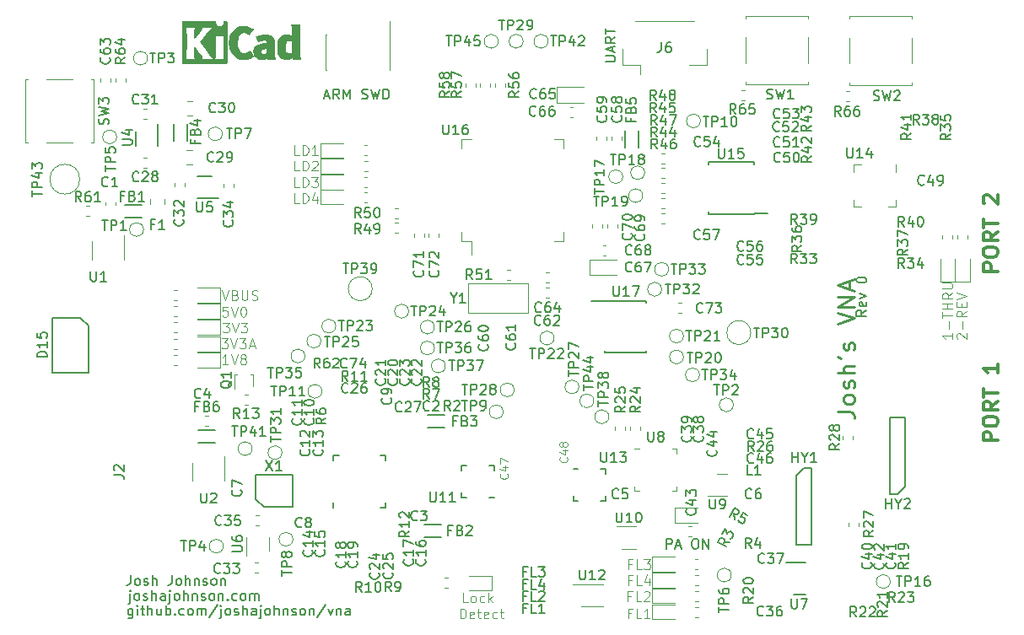
<source format=gbr>
G04 #@! TF.GenerationSoftware,KiCad,Pcbnew,(5.1.0)-1*
G04 #@! TF.CreationDate,2019-04-19T11:20:35+10:00*
G04 #@! TF.ProjectId,VNA,564e412e-6b69-4636-9164-5f7063625858,rev?*
G04 #@! TF.SameCoordinates,Original*
G04 #@! TF.FileFunction,Legend,Top*
G04 #@! TF.FilePolarity,Positive*
%FSLAX46Y46*%
G04 Gerber Fmt 4.6, Leading zero omitted, Abs format (unit mm)*
G04 Created by KiCad (PCBNEW (5.1.0)-1) date 2019-04-19 11:20:35*
%MOMM*%
%LPD*%
G04 APERTURE LIST*
%ADD10C,0.100000*%
%ADD11C,0.300000*%
%ADD12C,0.150000*%
%ADD13C,0.120000*%
%ADD14C,0.010000*%
%ADD15C,0.250000*%
G04 APERTURE END LIST*
D10*
X110880952Y-99552380D02*
X110309523Y-99552380D01*
X110595238Y-99552380D02*
X110595238Y-98552380D01*
X110500000Y-98695238D01*
X110404761Y-98790476D01*
X110309523Y-98838095D01*
X111166666Y-98552380D02*
X111500000Y-99552380D01*
X111833333Y-98552380D01*
X112309523Y-98980952D02*
X112214285Y-98933333D01*
X112166666Y-98885714D01*
X112119047Y-98790476D01*
X112119047Y-98742857D01*
X112166666Y-98647619D01*
X112214285Y-98600000D01*
X112309523Y-98552380D01*
X112500000Y-98552380D01*
X112595238Y-98600000D01*
X112642857Y-98647619D01*
X112690476Y-98742857D01*
X112690476Y-98790476D01*
X112642857Y-98885714D01*
X112595238Y-98933333D01*
X112500000Y-98980952D01*
X112309523Y-98980952D01*
X112214285Y-99028571D01*
X112166666Y-99076190D01*
X112119047Y-99171428D01*
X112119047Y-99361904D01*
X112166666Y-99457142D01*
X112214285Y-99504761D01*
X112309523Y-99552380D01*
X112500000Y-99552380D01*
X112595238Y-99504761D01*
X112642857Y-99457142D01*
X112690476Y-99361904D01*
X112690476Y-99171428D01*
X112642857Y-99076190D01*
X112595238Y-99028571D01*
X112500000Y-98980952D01*
X110233333Y-96952380D02*
X110852380Y-96952380D01*
X110519047Y-97333333D01*
X110661904Y-97333333D01*
X110757142Y-97380952D01*
X110804761Y-97428571D01*
X110852380Y-97523809D01*
X110852380Y-97761904D01*
X110804761Y-97857142D01*
X110757142Y-97904761D01*
X110661904Y-97952380D01*
X110376190Y-97952380D01*
X110280952Y-97904761D01*
X110233333Y-97857142D01*
X111138095Y-96952380D02*
X111471428Y-97952380D01*
X111804761Y-96952380D01*
X112042857Y-96952380D02*
X112661904Y-96952380D01*
X112328571Y-97333333D01*
X112471428Y-97333333D01*
X112566666Y-97380952D01*
X112614285Y-97428571D01*
X112661904Y-97523809D01*
X112661904Y-97761904D01*
X112614285Y-97857142D01*
X112566666Y-97904761D01*
X112471428Y-97952380D01*
X112185714Y-97952380D01*
X112090476Y-97904761D01*
X112042857Y-97857142D01*
X113042857Y-97666666D02*
X113519047Y-97666666D01*
X112947619Y-97952380D02*
X113280952Y-96952380D01*
X113614285Y-97952380D01*
X110833333Y-93752380D02*
X110357142Y-93752380D01*
X110309523Y-94228571D01*
X110357142Y-94180952D01*
X110452380Y-94133333D01*
X110690476Y-94133333D01*
X110785714Y-94180952D01*
X110833333Y-94228571D01*
X110880952Y-94323809D01*
X110880952Y-94561904D01*
X110833333Y-94657142D01*
X110785714Y-94704761D01*
X110690476Y-94752380D01*
X110452380Y-94752380D01*
X110357142Y-94704761D01*
X110309523Y-94657142D01*
X111166666Y-93752380D02*
X111500000Y-94752380D01*
X111833333Y-93752380D01*
X112357142Y-93752380D02*
X112452380Y-93752380D01*
X112547619Y-93800000D01*
X112595238Y-93847619D01*
X112642857Y-93942857D01*
X112690476Y-94133333D01*
X112690476Y-94371428D01*
X112642857Y-94561904D01*
X112595238Y-94657142D01*
X112547619Y-94704761D01*
X112452380Y-94752380D01*
X112357142Y-94752380D01*
X112261904Y-94704761D01*
X112214285Y-94657142D01*
X112166666Y-94561904D01*
X112119047Y-94371428D01*
X112119047Y-94133333D01*
X112166666Y-93942857D01*
X112214285Y-93847619D01*
X112261904Y-93800000D01*
X112357142Y-93752380D01*
X110266666Y-92102380D02*
X110600000Y-93102380D01*
X110933333Y-92102380D01*
X111600000Y-92578571D02*
X111742857Y-92626190D01*
X111790476Y-92673809D01*
X111838095Y-92769047D01*
X111838095Y-92911904D01*
X111790476Y-93007142D01*
X111742857Y-93054761D01*
X111647619Y-93102380D01*
X111266666Y-93102380D01*
X111266666Y-92102380D01*
X111600000Y-92102380D01*
X111695238Y-92150000D01*
X111742857Y-92197619D01*
X111790476Y-92292857D01*
X111790476Y-92388095D01*
X111742857Y-92483333D01*
X111695238Y-92530952D01*
X111600000Y-92578571D01*
X111266666Y-92578571D01*
X112266666Y-92102380D02*
X112266666Y-92911904D01*
X112314285Y-93007142D01*
X112361904Y-93054761D01*
X112457142Y-93102380D01*
X112647619Y-93102380D01*
X112742857Y-93054761D01*
X112790476Y-93007142D01*
X112838095Y-92911904D01*
X112838095Y-92102380D01*
X113266666Y-93054761D02*
X113409523Y-93102380D01*
X113647619Y-93102380D01*
X113742857Y-93054761D01*
X113790476Y-93007142D01*
X113838095Y-92911904D01*
X113838095Y-92816666D01*
X113790476Y-92721428D01*
X113742857Y-92673809D01*
X113647619Y-92626190D01*
X113457142Y-92578571D01*
X113361904Y-92530952D01*
X113314285Y-92483333D01*
X113266666Y-92388095D01*
X113266666Y-92292857D01*
X113314285Y-92197619D01*
X113361904Y-92150000D01*
X113457142Y-92102380D01*
X113695238Y-92102380D01*
X113838095Y-92150000D01*
X110361904Y-95352380D02*
X110980952Y-95352380D01*
X110647619Y-95733333D01*
X110790476Y-95733333D01*
X110885714Y-95780952D01*
X110933333Y-95828571D01*
X110980952Y-95923809D01*
X110980952Y-96161904D01*
X110933333Y-96257142D01*
X110885714Y-96304761D01*
X110790476Y-96352380D01*
X110504761Y-96352380D01*
X110409523Y-96304761D01*
X110361904Y-96257142D01*
X111266666Y-95352380D02*
X111600000Y-96352380D01*
X111933333Y-95352380D01*
X112171428Y-95352380D02*
X112790476Y-95352380D01*
X112457142Y-95733333D01*
X112600000Y-95733333D01*
X112695238Y-95780952D01*
X112742857Y-95828571D01*
X112790476Y-95923809D01*
X112790476Y-96161904D01*
X112742857Y-96257142D01*
X112695238Y-96304761D01*
X112600000Y-96352380D01*
X112314285Y-96352380D01*
X112219047Y-96304761D01*
X112171428Y-96257142D01*
X118033333Y-78552380D02*
X117557142Y-78552380D01*
X117557142Y-77552380D01*
X118366666Y-78552380D02*
X118366666Y-77552380D01*
X118604761Y-77552380D01*
X118747619Y-77600000D01*
X118842857Y-77695238D01*
X118890476Y-77790476D01*
X118938095Y-77980952D01*
X118938095Y-78123809D01*
X118890476Y-78314285D01*
X118842857Y-78409523D01*
X118747619Y-78504761D01*
X118604761Y-78552380D01*
X118366666Y-78552380D01*
X119890476Y-78552380D02*
X119319047Y-78552380D01*
X119604761Y-78552380D02*
X119604761Y-77552380D01*
X119509523Y-77695238D01*
X119414285Y-77790476D01*
X119319047Y-77838095D01*
D11*
X188178571Y-90185714D02*
X186678571Y-90185714D01*
X186678571Y-89614285D01*
X186750000Y-89471428D01*
X186821428Y-89400000D01*
X186964285Y-89328571D01*
X187178571Y-89328571D01*
X187321428Y-89400000D01*
X187392857Y-89471428D01*
X187464285Y-89614285D01*
X187464285Y-90185714D01*
X186678571Y-88400000D02*
X186678571Y-88114285D01*
X186750000Y-87971428D01*
X186892857Y-87828571D01*
X187178571Y-87757142D01*
X187678571Y-87757142D01*
X187964285Y-87828571D01*
X188107142Y-87971428D01*
X188178571Y-88114285D01*
X188178571Y-88400000D01*
X188107142Y-88542857D01*
X187964285Y-88685714D01*
X187678571Y-88757142D01*
X187178571Y-88757142D01*
X186892857Y-88685714D01*
X186750000Y-88542857D01*
X186678571Y-88400000D01*
X188178571Y-86257142D02*
X187464285Y-86757142D01*
X188178571Y-87114285D02*
X186678571Y-87114285D01*
X186678571Y-86542857D01*
X186750000Y-86400000D01*
X186821428Y-86328571D01*
X186964285Y-86257142D01*
X187178571Y-86257142D01*
X187321428Y-86328571D01*
X187392857Y-86400000D01*
X187464285Y-86542857D01*
X187464285Y-87114285D01*
X186678571Y-85828571D02*
X186678571Y-84971428D01*
X188178571Y-85400000D02*
X186678571Y-85400000D01*
X186821428Y-83400000D02*
X186750000Y-83328571D01*
X186678571Y-83185714D01*
X186678571Y-82828571D01*
X186750000Y-82685714D01*
X186821428Y-82614285D01*
X186964285Y-82542857D01*
X187107142Y-82542857D01*
X187321428Y-82614285D01*
X188178571Y-83471428D01*
X188178571Y-82542857D01*
X188178571Y-107185714D02*
X186678571Y-107185714D01*
X186678571Y-106614285D01*
X186750000Y-106471428D01*
X186821428Y-106400000D01*
X186964285Y-106328571D01*
X187178571Y-106328571D01*
X187321428Y-106400000D01*
X187392857Y-106471428D01*
X187464285Y-106614285D01*
X187464285Y-107185714D01*
X186678571Y-105400000D02*
X186678571Y-105114285D01*
X186750000Y-104971428D01*
X186892857Y-104828571D01*
X187178571Y-104757142D01*
X187678571Y-104757142D01*
X187964285Y-104828571D01*
X188107142Y-104971428D01*
X188178571Y-105114285D01*
X188178571Y-105400000D01*
X188107142Y-105542857D01*
X187964285Y-105685714D01*
X187678571Y-105757142D01*
X187178571Y-105757142D01*
X186892857Y-105685714D01*
X186750000Y-105542857D01*
X186678571Y-105400000D01*
X188178571Y-103257142D02*
X187464285Y-103757142D01*
X188178571Y-104114285D02*
X186678571Y-104114285D01*
X186678571Y-103542857D01*
X186750000Y-103400000D01*
X186821428Y-103328571D01*
X186964285Y-103257142D01*
X187178571Y-103257142D01*
X187321428Y-103328571D01*
X187392857Y-103400000D01*
X187464285Y-103542857D01*
X187464285Y-104114285D01*
X186678571Y-102828571D02*
X186678571Y-101971428D01*
X188178571Y-102400000D02*
X186678571Y-102400000D01*
X188178571Y-99542857D02*
X188178571Y-100400000D01*
X188178571Y-99971428D02*
X186678571Y-99971428D01*
X186892857Y-100114285D01*
X187035714Y-100257142D01*
X187107142Y-100400000D01*
D12*
X148752380Y-69145238D02*
X149561904Y-69145238D01*
X149657142Y-69097619D01*
X149704761Y-69050000D01*
X149752380Y-68954761D01*
X149752380Y-68764285D01*
X149704761Y-68669047D01*
X149657142Y-68621428D01*
X149561904Y-68573809D01*
X148752380Y-68573809D01*
X149466666Y-68145238D02*
X149466666Y-67669047D01*
X149752380Y-68240476D02*
X148752380Y-67907142D01*
X149752380Y-67573809D01*
X149752380Y-66669047D02*
X149276190Y-67002380D01*
X149752380Y-67240476D02*
X148752380Y-67240476D01*
X148752380Y-66859523D01*
X148800000Y-66764285D01*
X148847619Y-66716666D01*
X148942857Y-66669047D01*
X149085714Y-66669047D01*
X149180952Y-66716666D01*
X149228571Y-66764285D01*
X149276190Y-66859523D01*
X149276190Y-67240476D01*
X148752380Y-66383333D02*
X148752380Y-65811904D01*
X149752380Y-66097619D02*
X148752380Y-66097619D01*
X120561904Y-72616666D02*
X121038095Y-72616666D01*
X120466666Y-72902380D02*
X120800000Y-71902380D01*
X121133333Y-72902380D01*
X122038095Y-72902380D02*
X121704761Y-72426190D01*
X121466666Y-72902380D02*
X121466666Y-71902380D01*
X121847619Y-71902380D01*
X121942857Y-71950000D01*
X121990476Y-71997619D01*
X122038095Y-72092857D01*
X122038095Y-72235714D01*
X121990476Y-72330952D01*
X121942857Y-72378571D01*
X121847619Y-72426190D01*
X121466666Y-72426190D01*
X122466666Y-72902380D02*
X122466666Y-71902380D01*
X122800000Y-72616666D01*
X123133333Y-71902380D01*
X123133333Y-72902380D01*
X124323809Y-72854761D02*
X124466666Y-72902380D01*
X124704761Y-72902380D01*
X124800000Y-72854761D01*
X124847619Y-72807142D01*
X124895238Y-72711904D01*
X124895238Y-72616666D01*
X124847619Y-72521428D01*
X124800000Y-72473809D01*
X124704761Y-72426190D01*
X124514285Y-72378571D01*
X124419047Y-72330952D01*
X124371428Y-72283333D01*
X124323809Y-72188095D01*
X124323809Y-72092857D01*
X124371428Y-71997619D01*
X124419047Y-71950000D01*
X124514285Y-71902380D01*
X124752380Y-71902380D01*
X124895238Y-71950000D01*
X125228571Y-71902380D02*
X125466666Y-72902380D01*
X125657142Y-72188095D01*
X125847619Y-72902380D01*
X126085714Y-71902380D01*
X126466666Y-72902380D02*
X126466666Y-71902380D01*
X126704761Y-71902380D01*
X126847619Y-71950000D01*
X126942857Y-72045238D01*
X126990476Y-72140476D01*
X127038095Y-72330952D01*
X127038095Y-72473809D01*
X126990476Y-72664285D01*
X126942857Y-72759523D01*
X126847619Y-72854761D01*
X126704761Y-72902380D01*
X126466666Y-72902380D01*
D10*
X118033333Y-83352380D02*
X117557142Y-83352380D01*
X117557142Y-82352380D01*
X118366666Y-83352380D02*
X118366666Y-82352380D01*
X118604761Y-82352380D01*
X118747619Y-82400000D01*
X118842857Y-82495238D01*
X118890476Y-82590476D01*
X118938095Y-82780952D01*
X118938095Y-82923809D01*
X118890476Y-83114285D01*
X118842857Y-83209523D01*
X118747619Y-83304761D01*
X118604761Y-83352380D01*
X118366666Y-83352380D01*
X119795238Y-82685714D02*
X119795238Y-83352380D01*
X119557142Y-82304761D02*
X119319047Y-83019047D01*
X119938095Y-83019047D01*
X118033333Y-81752380D02*
X117557142Y-81752380D01*
X117557142Y-80752380D01*
X118366666Y-81752380D02*
X118366666Y-80752380D01*
X118604761Y-80752380D01*
X118747619Y-80800000D01*
X118842857Y-80895238D01*
X118890476Y-80990476D01*
X118938095Y-81180952D01*
X118938095Y-81323809D01*
X118890476Y-81514285D01*
X118842857Y-81609523D01*
X118747619Y-81704761D01*
X118604761Y-81752380D01*
X118366666Y-81752380D01*
X119271428Y-80752380D02*
X119890476Y-80752380D01*
X119557142Y-81133333D01*
X119700000Y-81133333D01*
X119795238Y-81180952D01*
X119842857Y-81228571D01*
X119890476Y-81323809D01*
X119890476Y-81561904D01*
X119842857Y-81657142D01*
X119795238Y-81704761D01*
X119700000Y-81752380D01*
X119414285Y-81752380D01*
X119319047Y-81704761D01*
X119271428Y-81657142D01*
X118033333Y-80102380D02*
X117557142Y-80102380D01*
X117557142Y-79102380D01*
X118366666Y-80102380D02*
X118366666Y-79102380D01*
X118604761Y-79102380D01*
X118747619Y-79150000D01*
X118842857Y-79245238D01*
X118890476Y-79340476D01*
X118938095Y-79530952D01*
X118938095Y-79673809D01*
X118890476Y-79864285D01*
X118842857Y-79959523D01*
X118747619Y-80054761D01*
X118604761Y-80102380D01*
X118366666Y-80102380D01*
X119319047Y-79197619D02*
X119366666Y-79150000D01*
X119461904Y-79102380D01*
X119700000Y-79102380D01*
X119795238Y-79150000D01*
X119842857Y-79197619D01*
X119890476Y-79292857D01*
X119890476Y-79388095D01*
X119842857Y-79530952D01*
X119271428Y-80102380D01*
X119890476Y-80102380D01*
X184097619Y-96985714D02*
X184050000Y-96938095D01*
X184002380Y-96842857D01*
X184002380Y-96604761D01*
X184050000Y-96509523D01*
X184097619Y-96461904D01*
X184192857Y-96414285D01*
X184288095Y-96414285D01*
X184430952Y-96461904D01*
X185002380Y-97033333D01*
X185002380Y-96414285D01*
X184621428Y-95985714D02*
X184621428Y-95223809D01*
X185002380Y-94176190D02*
X184526190Y-94509523D01*
X185002380Y-94747619D02*
X184002380Y-94747619D01*
X184002380Y-94366666D01*
X184050000Y-94271428D01*
X184097619Y-94223809D01*
X184192857Y-94176190D01*
X184335714Y-94176190D01*
X184430952Y-94223809D01*
X184478571Y-94271428D01*
X184526190Y-94366666D01*
X184526190Y-94747619D01*
X184478571Y-93747619D02*
X184478571Y-93414285D01*
X185002380Y-93271428D02*
X185002380Y-93747619D01*
X184002380Y-93747619D01*
X184002380Y-93271428D01*
X184002380Y-92985714D02*
X185002380Y-92652380D01*
X184002380Y-92319047D01*
X183602380Y-96411904D02*
X183602380Y-96983333D01*
X183602380Y-96697619D02*
X182602380Y-96697619D01*
X182745238Y-96792857D01*
X182840476Y-96888095D01*
X182888095Y-96983333D01*
X183221428Y-95983333D02*
X183221428Y-95221428D01*
X182602380Y-94888095D02*
X182602380Y-94316666D01*
X183602380Y-94602380D02*
X182602380Y-94602380D01*
X183602380Y-93983333D02*
X182602380Y-93983333D01*
X183078571Y-93983333D02*
X183078571Y-93411904D01*
X183602380Y-93411904D02*
X182602380Y-93411904D01*
X183602380Y-92364285D02*
X183126190Y-92697619D01*
X183602380Y-92935714D02*
X182602380Y-92935714D01*
X182602380Y-92554761D01*
X182650000Y-92459523D01*
X182697619Y-92411904D01*
X182792857Y-92364285D01*
X182935714Y-92364285D01*
X183030952Y-92411904D01*
X183078571Y-92459523D01*
X183126190Y-92554761D01*
X183126190Y-92935714D01*
X182602380Y-91935714D02*
X183411904Y-91935714D01*
X183507142Y-91888095D01*
X183554761Y-91840476D01*
X183602380Y-91745238D01*
X183602380Y-91554761D01*
X183554761Y-91459523D01*
X183507142Y-91411904D01*
X183411904Y-91364285D01*
X182602380Y-91364285D01*
X151381904Y-119598571D02*
X151048571Y-119598571D01*
X151048571Y-120122380D02*
X151048571Y-119122380D01*
X151524761Y-119122380D01*
X152381904Y-120122380D02*
X151905714Y-120122380D01*
X151905714Y-119122380D01*
X152620000Y-119122380D02*
X153239047Y-119122380D01*
X152905714Y-119503333D01*
X153048571Y-119503333D01*
X153143809Y-119550952D01*
X153191428Y-119598571D01*
X153239047Y-119693809D01*
X153239047Y-119931904D01*
X153191428Y-120027142D01*
X153143809Y-120074761D01*
X153048571Y-120122380D01*
X152762857Y-120122380D01*
X152667619Y-120074761D01*
X152620000Y-120027142D01*
X151381904Y-121178571D02*
X151048571Y-121178571D01*
X151048571Y-121702380D02*
X151048571Y-120702380D01*
X151524761Y-120702380D01*
X152381904Y-121702380D02*
X151905714Y-121702380D01*
X151905714Y-120702380D01*
X153143809Y-121035714D02*
X153143809Y-121702380D01*
X152905714Y-120654761D02*
X152667619Y-121369047D01*
X153286666Y-121369047D01*
X151351904Y-122788571D02*
X151018571Y-122788571D01*
X151018571Y-123312380D02*
X151018571Y-122312380D01*
X151494761Y-122312380D01*
X152351904Y-123312380D02*
X151875714Y-123312380D01*
X151875714Y-122312380D01*
X152637619Y-122407619D02*
X152685238Y-122360000D01*
X152780476Y-122312380D01*
X153018571Y-122312380D01*
X153113809Y-122360000D01*
X153161428Y-122407619D01*
X153209047Y-122502857D01*
X153209047Y-122598095D01*
X153161428Y-122740952D01*
X152590000Y-123312380D01*
X153209047Y-123312380D01*
X151361904Y-124528571D02*
X151028571Y-124528571D01*
X151028571Y-125052380D02*
X151028571Y-124052380D01*
X151504761Y-124052380D01*
X152361904Y-125052380D02*
X151885714Y-125052380D01*
X151885714Y-124052380D01*
X153219047Y-125052380D02*
X152647619Y-125052380D01*
X152933333Y-125052380D02*
X152933333Y-124052380D01*
X152838095Y-124195238D01*
X152742857Y-124290476D01*
X152647619Y-124338095D01*
D12*
X154880952Y-118052380D02*
X154880952Y-117052380D01*
X155261904Y-117052380D01*
X155357142Y-117100000D01*
X155404761Y-117147619D01*
X155452380Y-117242857D01*
X155452380Y-117385714D01*
X155404761Y-117480952D01*
X155357142Y-117528571D01*
X155261904Y-117576190D01*
X154880952Y-117576190D01*
X155833333Y-117766666D02*
X156309523Y-117766666D01*
X155738095Y-118052380D02*
X156071428Y-117052380D01*
X156404761Y-118052380D01*
X157690476Y-117052380D02*
X157880952Y-117052380D01*
X157976190Y-117100000D01*
X158071428Y-117195238D01*
X158119047Y-117385714D01*
X158119047Y-117719047D01*
X158071428Y-117909523D01*
X157976190Y-118004761D01*
X157880952Y-118052380D01*
X157690476Y-118052380D01*
X157595238Y-118004761D01*
X157500000Y-117909523D01*
X157452380Y-117719047D01*
X157452380Y-117385714D01*
X157500000Y-117195238D01*
X157595238Y-117100000D01*
X157690476Y-117052380D01*
X158547619Y-118052380D02*
X158547619Y-117052380D01*
X159119047Y-118052380D01*
X159119047Y-117052380D01*
D10*
X134942857Y-123452380D02*
X134466666Y-123452380D01*
X134466666Y-122452380D01*
X135419047Y-123452380D02*
X135323809Y-123404761D01*
X135276190Y-123357142D01*
X135228571Y-123261904D01*
X135228571Y-122976190D01*
X135276190Y-122880952D01*
X135323809Y-122833333D01*
X135419047Y-122785714D01*
X135561904Y-122785714D01*
X135657142Y-122833333D01*
X135704761Y-122880952D01*
X135752380Y-122976190D01*
X135752380Y-123261904D01*
X135704761Y-123357142D01*
X135657142Y-123404761D01*
X135561904Y-123452380D01*
X135419047Y-123452380D01*
X136609523Y-123404761D02*
X136514285Y-123452380D01*
X136323809Y-123452380D01*
X136228571Y-123404761D01*
X136180952Y-123357142D01*
X136133333Y-123261904D01*
X136133333Y-122976190D01*
X136180952Y-122880952D01*
X136228571Y-122833333D01*
X136323809Y-122785714D01*
X136514285Y-122785714D01*
X136609523Y-122833333D01*
X137038095Y-123452380D02*
X137038095Y-122452380D01*
X137133333Y-123071428D02*
X137419047Y-123452380D01*
X137419047Y-122785714D02*
X137038095Y-123166666D01*
X134180952Y-125052380D02*
X134180952Y-124052380D01*
X134419047Y-124052380D01*
X134561904Y-124100000D01*
X134657142Y-124195238D01*
X134704761Y-124290476D01*
X134752380Y-124480952D01*
X134752380Y-124623809D01*
X134704761Y-124814285D01*
X134657142Y-124909523D01*
X134561904Y-125004761D01*
X134419047Y-125052380D01*
X134180952Y-125052380D01*
X135561904Y-125004761D02*
X135466666Y-125052380D01*
X135276190Y-125052380D01*
X135180952Y-125004761D01*
X135133333Y-124909523D01*
X135133333Y-124528571D01*
X135180952Y-124433333D01*
X135276190Y-124385714D01*
X135466666Y-124385714D01*
X135561904Y-124433333D01*
X135609523Y-124528571D01*
X135609523Y-124623809D01*
X135133333Y-124719047D01*
X135895238Y-124385714D02*
X136276190Y-124385714D01*
X136038095Y-124052380D02*
X136038095Y-124909523D01*
X136085714Y-125004761D01*
X136180952Y-125052380D01*
X136276190Y-125052380D01*
X136990476Y-125004761D02*
X136895238Y-125052380D01*
X136704761Y-125052380D01*
X136609523Y-125004761D01*
X136561904Y-124909523D01*
X136561904Y-124528571D01*
X136609523Y-124433333D01*
X136704761Y-124385714D01*
X136895238Y-124385714D01*
X136990476Y-124433333D01*
X137038095Y-124528571D01*
X137038095Y-124623809D01*
X136561904Y-124719047D01*
X137895238Y-125004761D02*
X137800000Y-125052380D01*
X137609523Y-125052380D01*
X137514285Y-125004761D01*
X137466666Y-124957142D01*
X137419047Y-124861904D01*
X137419047Y-124576190D01*
X137466666Y-124480952D01*
X137514285Y-124433333D01*
X137609523Y-124385714D01*
X137800000Y-124385714D01*
X137895238Y-124433333D01*
X138180952Y-124385714D02*
X138561904Y-124385714D01*
X138323809Y-124052380D02*
X138323809Y-124909523D01*
X138371428Y-125004761D01*
X138466666Y-125052380D01*
X138561904Y-125052380D01*
D12*
X148725000Y-93175000D02*
X148725000Y-93225000D01*
X152875000Y-93175000D02*
X152875000Y-93320000D01*
X152875000Y-98325000D02*
X152875000Y-98180000D01*
X148725000Y-98325000D02*
X148725000Y-98180000D01*
X148725000Y-93175000D02*
X152875000Y-93175000D01*
X148725000Y-98325000D02*
X152875000Y-98325000D01*
X148725000Y-93225000D02*
X147325000Y-93225000D01*
D13*
X144560000Y-77890000D02*
X144560000Y-76940000D01*
X144560000Y-76940000D02*
X143610000Y-76940000D01*
X144560000Y-86210000D02*
X144560000Y-87160000D01*
X144560000Y-87160000D02*
X143610000Y-87160000D01*
X134340000Y-77890000D02*
X134340000Y-76940000D01*
X134340000Y-76940000D02*
X135290000Y-76940000D01*
X134340000Y-86210000D02*
X134340000Y-87160000D01*
X134340000Y-87160000D02*
X135290000Y-87160000D01*
X135290000Y-87160000D02*
X135290000Y-88500000D01*
X148500000Y-121600000D02*
X145500000Y-121600000D01*
X148500000Y-123800000D02*
X146300000Y-123800000D01*
X138000000Y-67100000D02*
G75*
G03X138000000Y-67100000I-700000J0D01*
G01*
X143000000Y-67100000D02*
G75*
G03X143000000Y-67100000I-700000J0D01*
G01*
X140500000Y-67100000D02*
G75*
G03X140500000Y-67100000I-700000J0D01*
G01*
D14*
G36*
X118047464Y-67057150D02*
G01*
X118049006Y-67387052D01*
X118050566Y-67669981D01*
X118052261Y-67909761D01*
X118054208Y-68110219D01*
X118056523Y-68275181D01*
X118059322Y-68408472D01*
X118062724Y-68513918D01*
X118066844Y-68595345D01*
X118071799Y-68656580D01*
X118077707Y-68701447D01*
X118084683Y-68733774D01*
X118092845Y-68757385D01*
X118099802Y-68771650D01*
X118144904Y-68854200D01*
X117330800Y-68854200D01*
X117330800Y-68778000D01*
X117327441Y-68724452D01*
X117319351Y-68701804D01*
X117319227Y-68701800D01*
X117293109Y-68714784D01*
X117240726Y-68747537D01*
X117213903Y-68765421D01*
X117081603Y-68832647D01*
X116921937Y-68879589D01*
X116753022Y-68903338D01*
X116592977Y-68900984D01*
X116492600Y-68881247D01*
X116308538Y-68799939D01*
X116143410Y-68678200D01*
X116008517Y-68525510D01*
X115947155Y-68423694D01*
X115879731Y-68266029D01*
X115835855Y-68099951D01*
X115812714Y-67911403D01*
X115807241Y-67724913D01*
X115808002Y-67711200D01*
X116608136Y-67711200D01*
X116612634Y-67886895D01*
X116626249Y-68020414D01*
X116651477Y-68119949D01*
X116690812Y-68193691D01*
X116746751Y-68249831D01*
X116779016Y-68272170D01*
X116885421Y-68310164D01*
X117011144Y-68307176D01*
X117146203Y-68263728D01*
X117170499Y-68251773D01*
X117267300Y-68201557D01*
X117274142Y-67652487D01*
X117280985Y-67103416D01*
X117213891Y-67059454D01*
X117150360Y-67032707D01*
X117060668Y-67012044D01*
X117002633Y-67005065D01*
X116914255Y-67001970D01*
X116855291Y-67012095D01*
X116804985Y-67040683D01*
X116778927Y-67061568D01*
X116711583Y-67135167D01*
X116662664Y-67230737D01*
X116630341Y-67355234D01*
X116612787Y-67515611D01*
X116608136Y-67711200D01*
X115808002Y-67711200D01*
X115823675Y-67428965D01*
X115871542Y-67169134D01*
X115950171Y-66946509D01*
X116058889Y-66762180D01*
X116197025Y-66617237D01*
X116363906Y-66512768D01*
X116558860Y-66449864D01*
X116598170Y-66442835D01*
X116713703Y-66434575D01*
X116841063Y-66441429D01*
X116967661Y-66460852D01*
X117080912Y-66490299D01*
X117168228Y-66527225D01*
X117216262Y-66567815D01*
X117237127Y-66592282D01*
X117253170Y-66587192D01*
X117264925Y-66548657D01*
X117272924Y-66472788D01*
X117277702Y-66355701D01*
X117279793Y-66193506D01*
X117280000Y-66103670D01*
X117279477Y-65929573D01*
X117277469Y-65798217D01*
X117273311Y-65701550D01*
X117266343Y-65631519D01*
X117255901Y-65580073D01*
X117241322Y-65539158D01*
X117231938Y-65519470D01*
X117183876Y-65425200D01*
X118040228Y-65425200D01*
X118047464Y-67057150D01*
X118047464Y-67057150D01*
G37*
X118047464Y-67057150D02*
X118049006Y-67387052D01*
X118050566Y-67669981D01*
X118052261Y-67909761D01*
X118054208Y-68110219D01*
X118056523Y-68275181D01*
X118059322Y-68408472D01*
X118062724Y-68513918D01*
X118066844Y-68595345D01*
X118071799Y-68656580D01*
X118077707Y-68701447D01*
X118084683Y-68733774D01*
X118092845Y-68757385D01*
X118099802Y-68771650D01*
X118144904Y-68854200D01*
X117330800Y-68854200D01*
X117330800Y-68778000D01*
X117327441Y-68724452D01*
X117319351Y-68701804D01*
X117319227Y-68701800D01*
X117293109Y-68714784D01*
X117240726Y-68747537D01*
X117213903Y-68765421D01*
X117081603Y-68832647D01*
X116921937Y-68879589D01*
X116753022Y-68903338D01*
X116592977Y-68900984D01*
X116492600Y-68881247D01*
X116308538Y-68799939D01*
X116143410Y-68678200D01*
X116008517Y-68525510D01*
X115947155Y-68423694D01*
X115879731Y-68266029D01*
X115835855Y-68099951D01*
X115812714Y-67911403D01*
X115807241Y-67724913D01*
X115808002Y-67711200D01*
X116608136Y-67711200D01*
X116612634Y-67886895D01*
X116626249Y-68020414D01*
X116651477Y-68119949D01*
X116690812Y-68193691D01*
X116746751Y-68249831D01*
X116779016Y-68272170D01*
X116885421Y-68310164D01*
X117011144Y-68307176D01*
X117146203Y-68263728D01*
X117170499Y-68251773D01*
X117267300Y-68201557D01*
X117274142Y-67652487D01*
X117280985Y-67103416D01*
X117213891Y-67059454D01*
X117150360Y-67032707D01*
X117060668Y-67012044D01*
X117002633Y-67005065D01*
X116914255Y-67001970D01*
X116855291Y-67012095D01*
X116804985Y-67040683D01*
X116778927Y-67061568D01*
X116711583Y-67135167D01*
X116662664Y-67230737D01*
X116630341Y-67355234D01*
X116612787Y-67515611D01*
X116608136Y-67711200D01*
X115808002Y-67711200D01*
X115823675Y-67428965D01*
X115871542Y-67169134D01*
X115950171Y-66946509D01*
X116058889Y-66762180D01*
X116197025Y-66617237D01*
X116363906Y-66512768D01*
X116558860Y-66449864D01*
X116598170Y-66442835D01*
X116713703Y-66434575D01*
X116841063Y-66441429D01*
X116967661Y-66460852D01*
X117080912Y-66490299D01*
X117168228Y-66527225D01*
X117216262Y-66567815D01*
X117237127Y-66592282D01*
X117253170Y-66587192D01*
X117264925Y-66548657D01*
X117272924Y-66472788D01*
X117277702Y-66355701D01*
X117279793Y-66193506D01*
X117280000Y-66103670D01*
X117279477Y-65929573D01*
X117277469Y-65798217D01*
X117273311Y-65701550D01*
X117266343Y-65631519D01*
X117255901Y-65580073D01*
X117241322Y-65539158D01*
X117231938Y-65519470D01*
X117183876Y-65425200D01*
X118040228Y-65425200D01*
X118047464Y-67057150D01*
G36*
X114827620Y-66452359D02*
G01*
X115003576Y-66492264D01*
X115122513Y-66536895D01*
X115215098Y-66592778D01*
X115297779Y-66666360D01*
X115350917Y-66721188D01*
X115394396Y-66772829D01*
X115429291Y-66826992D01*
X115456676Y-66889387D01*
X115477624Y-66965723D01*
X115493209Y-67061710D01*
X115504504Y-67183058D01*
X115512585Y-67335475D01*
X115518523Y-67524670D01*
X115523394Y-67756355D01*
X115525549Y-67877477D01*
X115529807Y-68109434D01*
X115533930Y-68296051D01*
X115538276Y-68442785D01*
X115543203Y-68555095D01*
X115549068Y-68638437D01*
X115556231Y-68698269D01*
X115565049Y-68740049D01*
X115575880Y-68769234D01*
X115585135Y-68785527D01*
X115630171Y-68854200D01*
X114819418Y-68854200D01*
X114803500Y-68700698D01*
X114704102Y-68768483D01*
X114547946Y-68847254D01*
X114367092Y-68893178D01*
X114177295Y-68904137D01*
X113994309Y-68878011D01*
X113960834Y-68868436D01*
X113774429Y-68786112D01*
X113623520Y-68668585D01*
X113510652Y-68519321D01*
X113438375Y-68341786D01*
X113409235Y-68139443D01*
X113408788Y-68117600D01*
X113409452Y-68088545D01*
X114137707Y-68088545D01*
X114141963Y-68177884D01*
X114152090Y-68208502D01*
X114214779Y-68289089D01*
X114309723Y-68343481D01*
X114423327Y-68367352D01*
X114541996Y-68356378D01*
X114579596Y-68344508D01*
X114666783Y-68302968D01*
X114722424Y-68250366D01*
X114752894Y-68175280D01*
X114764566Y-68066289D01*
X114765400Y-68011572D01*
X114765400Y-67812800D01*
X114599484Y-67812800D01*
X114435747Y-67827824D01*
X114297128Y-67870733D01*
X114201676Y-67931555D01*
X114159069Y-67998298D01*
X114137707Y-68088545D01*
X113409452Y-68088545D01*
X113411403Y-68003273D01*
X113425051Y-67915974D01*
X113454550Y-67832311D01*
X113477882Y-67782215D01*
X113582223Y-67625636D01*
X113726604Y-67499758D01*
X113910369Y-67404878D01*
X114132862Y-67341291D01*
X114393426Y-67309295D01*
X114533794Y-67305241D01*
X114772088Y-67304800D01*
X114758196Y-67201228D01*
X114722262Y-67087960D01*
X114650344Y-67009507D01*
X114543724Y-66966163D01*
X114403687Y-66958223D01*
X114231516Y-66985980D01*
X114054509Y-67040144D01*
X113970051Y-67067413D01*
X113905058Y-67082373D01*
X113873195Y-67081908D01*
X113872862Y-67081589D01*
X113855276Y-67049872D01*
X113825180Y-66983912D01*
X113787902Y-66896745D01*
X113748773Y-66801404D01*
X113713122Y-66710925D01*
X113686280Y-66638340D01*
X113673575Y-66596685D01*
X113673200Y-66593302D01*
X113694990Y-66574617D01*
X113738447Y-66568200D01*
X113790031Y-66562037D01*
X113876850Y-66545424D01*
X113985103Y-66521175D01*
X114062297Y-66502173D01*
X114328096Y-66451360D01*
X114586776Y-66434718D01*
X114827620Y-66452359D01*
X114827620Y-66452359D01*
G37*
X114827620Y-66452359D02*
X115003576Y-66492264D01*
X115122513Y-66536895D01*
X115215098Y-66592778D01*
X115297779Y-66666360D01*
X115350917Y-66721188D01*
X115394396Y-66772829D01*
X115429291Y-66826992D01*
X115456676Y-66889387D01*
X115477624Y-66965723D01*
X115493209Y-67061710D01*
X115504504Y-67183058D01*
X115512585Y-67335475D01*
X115518523Y-67524670D01*
X115523394Y-67756355D01*
X115525549Y-67877477D01*
X115529807Y-68109434D01*
X115533930Y-68296051D01*
X115538276Y-68442785D01*
X115543203Y-68555095D01*
X115549068Y-68638437D01*
X115556231Y-68698269D01*
X115565049Y-68740049D01*
X115575880Y-68769234D01*
X115585135Y-68785527D01*
X115630171Y-68854200D01*
X114819418Y-68854200D01*
X114803500Y-68700698D01*
X114704102Y-68768483D01*
X114547946Y-68847254D01*
X114367092Y-68893178D01*
X114177295Y-68904137D01*
X113994309Y-68878011D01*
X113960834Y-68868436D01*
X113774429Y-68786112D01*
X113623520Y-68668585D01*
X113510652Y-68519321D01*
X113438375Y-68341786D01*
X113409235Y-68139443D01*
X113408788Y-68117600D01*
X113409452Y-68088545D01*
X114137707Y-68088545D01*
X114141963Y-68177884D01*
X114152090Y-68208502D01*
X114214779Y-68289089D01*
X114309723Y-68343481D01*
X114423327Y-68367352D01*
X114541996Y-68356378D01*
X114579596Y-68344508D01*
X114666783Y-68302968D01*
X114722424Y-68250366D01*
X114752894Y-68175280D01*
X114764566Y-68066289D01*
X114765400Y-68011572D01*
X114765400Y-67812800D01*
X114599484Y-67812800D01*
X114435747Y-67827824D01*
X114297128Y-67870733D01*
X114201676Y-67931555D01*
X114159069Y-67998298D01*
X114137707Y-68088545D01*
X113409452Y-68088545D01*
X113411403Y-68003273D01*
X113425051Y-67915974D01*
X113454550Y-67832311D01*
X113477882Y-67782215D01*
X113582223Y-67625636D01*
X113726604Y-67499758D01*
X113910369Y-67404878D01*
X114132862Y-67341291D01*
X114393426Y-67309295D01*
X114533794Y-67305241D01*
X114772088Y-67304800D01*
X114758196Y-67201228D01*
X114722262Y-67087960D01*
X114650344Y-67009507D01*
X114543724Y-66966163D01*
X114403687Y-66958223D01*
X114231516Y-66985980D01*
X114054509Y-67040144D01*
X113970051Y-67067413D01*
X113905058Y-67082373D01*
X113873195Y-67081908D01*
X113872862Y-67081589D01*
X113855276Y-67049872D01*
X113825180Y-66983912D01*
X113787902Y-66896745D01*
X113748773Y-66801404D01*
X113713122Y-66710925D01*
X113686280Y-66638340D01*
X113673575Y-66596685D01*
X113673200Y-66593302D01*
X113694990Y-66574617D01*
X113738447Y-66568200D01*
X113790031Y-66562037D01*
X113876850Y-66545424D01*
X113985103Y-66521175D01*
X114062297Y-66502173D01*
X114328096Y-66451360D01*
X114586776Y-66434718D01*
X114827620Y-66452359D01*
G36*
X112744676Y-65606341D02*
G01*
X112785911Y-65616143D01*
X112856879Y-65638829D01*
X112952173Y-65674963D01*
X113059521Y-65719187D01*
X113166653Y-65766147D01*
X113261298Y-65810487D01*
X113331185Y-65846851D01*
X113362064Y-65867598D01*
X113352374Y-65890582D01*
X113320036Y-65945508D01*
X113271464Y-66022651D01*
X113213074Y-66112288D01*
X113151281Y-66204695D01*
X113092502Y-66290151D01*
X113043152Y-66358930D01*
X113010677Y-66400159D01*
X112982236Y-66397624D01*
X112930081Y-66367335D01*
X112886407Y-66333312D01*
X112741298Y-66241226D01*
X112576487Y-66195559D01*
X112418098Y-66194284D01*
X112247398Y-66234902D01*
X112103259Y-66318127D01*
X111986245Y-66442925D01*
X111896919Y-66608260D01*
X111835843Y-66813097D01*
X111803581Y-67056401D01*
X111800426Y-67330200D01*
X111821867Y-67577826D01*
X111866984Y-67783741D01*
X111937630Y-67952105D01*
X112035657Y-68087080D01*
X112162917Y-68192826D01*
X112192579Y-68211151D01*
X112269773Y-68251415D01*
X112341238Y-68272876D01*
X112429027Y-68280676D01*
X112492100Y-68281009D01*
X112651817Y-68265354D01*
X112790547Y-68217392D01*
X112924625Y-68130613D01*
X112974846Y-68088663D01*
X113029092Y-68044162D01*
X113065414Y-68020225D01*
X113073055Y-68018969D01*
X113095216Y-68052288D01*
X113134498Y-68116333D01*
X113185230Y-68201348D01*
X113241743Y-68297575D01*
X113298366Y-68395257D01*
X113349431Y-68484636D01*
X113389265Y-68555956D01*
X113412201Y-68599460D01*
X113415453Y-68608180D01*
X113390218Y-68621554D01*
X113332344Y-68652253D01*
X113254062Y-68693786D01*
X113249457Y-68696230D01*
X113087147Y-68776612D01*
X112944212Y-68831928D01*
X112802272Y-68866986D01*
X112642947Y-68886593D01*
X112492100Y-68894340D01*
X112299285Y-68895569D01*
X112147250Y-68886113D01*
X112056436Y-68870565D01*
X111824201Y-68785718D01*
X111611159Y-68656718D01*
X111421366Y-68487906D01*
X111258878Y-68283623D01*
X111127752Y-68048209D01*
X111032044Y-67786005D01*
X111027548Y-67769632D01*
X110991250Y-67583026D01*
X110972345Y-67368920D01*
X110970823Y-67145257D01*
X110986669Y-66929982D01*
X111019872Y-66741040D01*
X111028297Y-66709044D01*
X111130061Y-66435435D01*
X111272732Y-66189468D01*
X111453804Y-65974653D01*
X111670770Y-65794495D01*
X111692000Y-65780082D01*
X111869644Y-65687504D01*
X112077698Y-65621748D01*
X112302198Y-65584907D01*
X112529178Y-65579073D01*
X112744676Y-65606341D01*
X112744676Y-65606341D01*
G37*
X112744676Y-65606341D02*
X112785911Y-65616143D01*
X112856879Y-65638829D01*
X112952173Y-65674963D01*
X113059521Y-65719187D01*
X113166653Y-65766147D01*
X113261298Y-65810487D01*
X113331185Y-65846851D01*
X113362064Y-65867598D01*
X113352374Y-65890582D01*
X113320036Y-65945508D01*
X113271464Y-66022651D01*
X113213074Y-66112288D01*
X113151281Y-66204695D01*
X113092502Y-66290151D01*
X113043152Y-66358930D01*
X113010677Y-66400159D01*
X112982236Y-66397624D01*
X112930081Y-66367335D01*
X112886407Y-66333312D01*
X112741298Y-66241226D01*
X112576487Y-66195559D01*
X112418098Y-66194284D01*
X112247398Y-66234902D01*
X112103259Y-66318127D01*
X111986245Y-66442925D01*
X111896919Y-66608260D01*
X111835843Y-66813097D01*
X111803581Y-67056401D01*
X111800426Y-67330200D01*
X111821867Y-67577826D01*
X111866984Y-67783741D01*
X111937630Y-67952105D01*
X112035657Y-68087080D01*
X112162917Y-68192826D01*
X112192579Y-68211151D01*
X112269773Y-68251415D01*
X112341238Y-68272876D01*
X112429027Y-68280676D01*
X112492100Y-68281009D01*
X112651817Y-68265354D01*
X112790547Y-68217392D01*
X112924625Y-68130613D01*
X112974846Y-68088663D01*
X113029092Y-68044162D01*
X113065414Y-68020225D01*
X113073055Y-68018969D01*
X113095216Y-68052288D01*
X113134498Y-68116333D01*
X113185230Y-68201348D01*
X113241743Y-68297575D01*
X113298366Y-68395257D01*
X113349431Y-68484636D01*
X113389265Y-68555956D01*
X113412201Y-68599460D01*
X113415453Y-68608180D01*
X113390218Y-68621554D01*
X113332344Y-68652253D01*
X113254062Y-68693786D01*
X113249457Y-68696230D01*
X113087147Y-68776612D01*
X112944212Y-68831928D01*
X112802272Y-68866986D01*
X112642947Y-68886593D01*
X112492100Y-68894340D01*
X112299285Y-68895569D01*
X112147250Y-68886113D01*
X112056436Y-68870565D01*
X111824201Y-68785718D01*
X111611159Y-68656718D01*
X111421366Y-68487906D01*
X111258878Y-68283623D01*
X111127752Y-68048209D01*
X111032044Y-67786005D01*
X111027548Y-67769632D01*
X110991250Y-67583026D01*
X110972345Y-67368920D01*
X110970823Y-67145257D01*
X110986669Y-66929982D01*
X111019872Y-66741040D01*
X111028297Y-66709044D01*
X111130061Y-66435435D01*
X111272732Y-66189468D01*
X111453804Y-65974653D01*
X111670770Y-65794495D01*
X111692000Y-65780082D01*
X111869644Y-65687504D01*
X112077698Y-65621748D01*
X112302198Y-65584907D01*
X112529178Y-65579073D01*
X112744676Y-65606341D01*
G36*
X110651363Y-65042699D02*
G01*
X110673155Y-65049976D01*
X110691586Y-65066420D01*
X110706935Y-65095197D01*
X110719481Y-65139474D01*
X110729505Y-65202418D01*
X110737283Y-65287194D01*
X110743096Y-65396971D01*
X110747223Y-65534914D01*
X110749943Y-65704191D01*
X110751535Y-65907968D01*
X110752277Y-66149411D01*
X110752450Y-66431687D01*
X110752332Y-66757964D01*
X110752203Y-67131407D01*
X110752200Y-67190500D01*
X110752122Y-67565884D01*
X110751849Y-67893711D01*
X110751318Y-68177221D01*
X110750469Y-68419658D01*
X110749240Y-68624261D01*
X110747569Y-68794274D01*
X110745395Y-68932939D01*
X110742657Y-69043496D01*
X110739292Y-69129188D01*
X110735241Y-69193257D01*
X110730441Y-69238944D01*
X110724831Y-69269492D01*
X110718349Y-69288141D01*
X110712285Y-69296885D01*
X110701209Y-69303992D01*
X110681001Y-69310213D01*
X110648490Y-69315606D01*
X110600503Y-69320229D01*
X110533867Y-69324140D01*
X110445410Y-69327396D01*
X110331960Y-69330056D01*
X110190344Y-69332175D01*
X110017390Y-69333813D01*
X109809924Y-69335028D01*
X109564776Y-69335876D01*
X109278771Y-69336415D01*
X108948739Y-69336703D01*
X108571505Y-69336798D01*
X108516999Y-69336800D01*
X108133176Y-69336726D01*
X107796980Y-69336467D01*
X107505239Y-69335965D01*
X107254781Y-69335162D01*
X107042432Y-69334000D01*
X106865021Y-69332422D01*
X106719375Y-69330371D01*
X106602322Y-69327787D01*
X106510688Y-69324615D01*
X106441303Y-69320795D01*
X106390992Y-69316271D01*
X106356584Y-69310985D01*
X106334907Y-69304879D01*
X106322787Y-69297895D01*
X106321714Y-69296885D01*
X106314465Y-69285627D01*
X106308138Y-69265152D01*
X106302672Y-69232219D01*
X106298006Y-69183586D01*
X106294078Y-69116011D01*
X106290826Y-69026252D01*
X106288190Y-68911068D01*
X106286107Y-68767217D01*
X106284517Y-68591456D01*
X106283358Y-68380544D01*
X106282568Y-68131239D01*
X106282086Y-67840300D01*
X106281851Y-67504484D01*
X106281800Y-67190500D01*
X106281877Y-66815115D01*
X106282150Y-66487288D01*
X106282681Y-66203778D01*
X106283530Y-65961341D01*
X106284759Y-65756738D01*
X106285948Y-65635729D01*
X106561199Y-65635729D01*
X106571637Y-65660638D01*
X106597944Y-65714844D01*
X106611999Y-65742699D01*
X106622932Y-65765774D01*
X106632174Y-65791420D01*
X106639867Y-65823859D01*
X106646152Y-65867308D01*
X106651172Y-65925988D01*
X106655068Y-66004117D01*
X106657983Y-66105917D01*
X106660057Y-66235605D01*
X106661434Y-66397401D01*
X106662254Y-66595525D01*
X106662659Y-66834197D01*
X106662791Y-67117635D01*
X106662799Y-67254290D01*
X106662439Y-67517726D01*
X106661402Y-67766037D01*
X106659756Y-67994556D01*
X106657568Y-68198618D01*
X106654903Y-68373558D01*
X106651830Y-68514711D01*
X106648415Y-68617410D01*
X106644724Y-68676991D01*
X106642224Y-68690370D01*
X106617800Y-68730136D01*
X106591968Y-68784350D01*
X106562289Y-68854200D01*
X107088794Y-68853811D01*
X107243967Y-68852849D01*
X107378350Y-68850381D01*
X107484999Y-68846674D01*
X107556970Y-68841992D01*
X107587319Y-68836600D01*
X107587094Y-68834761D01*
X107557145Y-68800826D01*
X107521332Y-68742626D01*
X107517244Y-68734811D01*
X107502318Y-68697521D01*
X107491307Y-68647267D01*
X107483669Y-68576556D01*
X107478866Y-68477898D01*
X107476356Y-68343800D01*
X107475601Y-68166772D01*
X107475600Y-68156961D01*
X107476833Y-67979347D01*
X107480396Y-67836876D01*
X107486078Y-67733727D01*
X107493672Y-67674078D01*
X107500414Y-67660400D01*
X107529914Y-67679770D01*
X107567641Y-67726744D01*
X107569915Y-67730250D01*
X107610493Y-67787268D01*
X107644699Y-67825500D01*
X107675147Y-67862632D01*
X107715083Y-67924966D01*
X107728671Y-67948833D01*
X107770820Y-68015930D01*
X107833527Y-68104720D01*
X107904592Y-68198064D01*
X107918542Y-68215533D01*
X108026661Y-68358344D01*
X108117138Y-68494967D01*
X108185389Y-68617349D01*
X108226831Y-68717440D01*
X108237600Y-68775923D01*
X108237600Y-68854200D01*
X109364055Y-68854200D01*
X109351929Y-68840488D01*
X109507600Y-68840488D01*
X109531699Y-68844757D01*
X109598796Y-68848485D01*
X109701089Y-68851448D01*
X109830778Y-68853426D01*
X109980061Y-68854196D01*
X109990200Y-68854200D01*
X110166967Y-68853408D01*
X110298101Y-68850806D01*
X110388747Y-68846056D01*
X110444050Y-68838818D01*
X110469156Y-68828752D01*
X110471992Y-68822450D01*
X110457038Y-68778554D01*
X110433892Y-68741395D01*
X110424698Y-68722692D01*
X110417102Y-68690195D01*
X110410959Y-68639498D01*
X110406127Y-68566196D01*
X110402464Y-68465883D01*
X110399826Y-68334154D01*
X110398070Y-68166604D01*
X110397053Y-67958827D01*
X110396633Y-67706418D01*
X110396600Y-67592045D01*
X110396600Y-66492000D01*
X109531695Y-66492000D01*
X109570447Y-66566938D01*
X109580478Y-66592815D01*
X109588667Y-66631092D01*
X109595192Y-66686607D01*
X109600226Y-66764197D01*
X109603947Y-66868700D01*
X109606529Y-67004954D01*
X109608148Y-67177797D01*
X109608979Y-67392067D01*
X109609200Y-67634750D01*
X109609086Y-67886440D01*
X109608585Y-68092511D01*
X109607455Y-68258147D01*
X109605455Y-68388527D01*
X109602345Y-68488835D01*
X109597883Y-68564251D01*
X109591829Y-68619957D01*
X109583941Y-68661135D01*
X109573979Y-68692967D01*
X109561701Y-68720635D01*
X109558400Y-68727200D01*
X109527490Y-68790636D01*
X109509480Y-68833110D01*
X109507600Y-68840488D01*
X109351929Y-68840488D01*
X109302477Y-68784570D01*
X109258555Y-68735266D01*
X109230373Y-68704290D01*
X109228200Y-68702020D01*
X109170445Y-68638905D01*
X109098963Y-68554689D01*
X109023897Y-68462065D01*
X108955391Y-68373725D01*
X108903588Y-68302361D01*
X108883376Y-68270547D01*
X108843155Y-68206584D01*
X108779662Y-68115299D01*
X108701804Y-68008680D01*
X108618487Y-67898715D01*
X108538617Y-67797390D01*
X108476273Y-67722607D01*
X108415829Y-67645548D01*
X108359159Y-67561943D01*
X108354978Y-67555050D01*
X108227637Y-67356936D01*
X108131994Y-67226356D01*
X108062036Y-67135212D01*
X108143468Y-67047760D01*
X108213660Y-66968661D01*
X108303715Y-66861892D01*
X108403057Y-66740451D01*
X108501107Y-66617339D01*
X108587289Y-66505555D01*
X108616151Y-66466815D01*
X108920941Y-66086892D01*
X109160279Y-65829787D01*
X109359059Y-65628400D01*
X108813747Y-65628400D01*
X108628550Y-65628523D01*
X108487998Y-65629861D01*
X108385937Y-65633867D01*
X108316212Y-65641993D01*
X108272669Y-65655691D01*
X108249153Y-65676416D01*
X108239511Y-65705618D01*
X108237586Y-65744751D01*
X108237600Y-65764390D01*
X108222012Y-65817842D01*
X108182941Y-65885121D01*
X108165299Y-65908362D01*
X108106652Y-65985668D01*
X108043890Y-66076586D01*
X108021802Y-66111000D01*
X107978552Y-66177764D01*
X107944912Y-66224931D01*
X107933239Y-66238000D01*
X107903445Y-66267339D01*
X107854245Y-66323018D01*
X107794522Y-66394108D01*
X107733162Y-66469681D01*
X107679047Y-66538808D01*
X107641063Y-66590561D01*
X107628000Y-66613483D01*
X107611182Y-66642974D01*
X107569146Y-66690717D01*
X107551799Y-66707900D01*
X107475599Y-66780904D01*
X107475600Y-66361088D01*
X107477193Y-66178302D01*
X107482895Y-66035476D01*
X107494093Y-65921840D01*
X107512172Y-65826629D01*
X107538518Y-65739075D01*
X107564164Y-65672850D01*
X107567394Y-65657771D01*
X107558649Y-65646538D01*
X107531705Y-65638591D01*
X107480338Y-65633367D01*
X107398324Y-65630303D01*
X107279439Y-65628838D01*
X107117460Y-65628410D01*
X107071917Y-65628400D01*
X106917083Y-65628746D01*
X106781122Y-65629712D01*
X106671617Y-65631190D01*
X106596151Y-65633071D01*
X106562308Y-65635245D01*
X106561199Y-65635729D01*
X106285948Y-65635729D01*
X106286430Y-65586725D01*
X106288604Y-65448060D01*
X106291342Y-65337503D01*
X106294707Y-65251811D01*
X106298758Y-65187742D01*
X106303558Y-65142055D01*
X106309168Y-65111507D01*
X106315650Y-65092858D01*
X106321714Y-65084114D01*
X106334178Y-65075934D01*
X106356437Y-65068938D01*
X106392191Y-65063034D01*
X106445141Y-65058133D01*
X106518988Y-65054144D01*
X106617431Y-65050978D01*
X106744173Y-65048544D01*
X106902913Y-65046752D01*
X107097353Y-65045511D01*
X107331193Y-65044733D01*
X107608135Y-65044326D01*
X107931878Y-65044200D01*
X109558400Y-65044200D01*
X109558400Y-65140418D01*
X109578479Y-65256335D01*
X109631525Y-65375000D01*
X109706754Y-65475991D01*
X109759006Y-65520244D01*
X109872546Y-65567370D01*
X110003500Y-65577636D01*
X110137628Y-65553918D01*
X110260690Y-65499089D01*
X110358448Y-65416023D01*
X110373800Y-65396147D01*
X110420806Y-65295428D01*
X110442439Y-65179877D01*
X110453690Y-65044199D01*
X110563030Y-65044200D01*
X110596580Y-65042977D01*
X110625931Y-65041421D01*
X110651363Y-65042699D01*
X110651363Y-65042699D01*
G37*
X110651363Y-65042699D02*
X110673155Y-65049976D01*
X110691586Y-65066420D01*
X110706935Y-65095197D01*
X110719481Y-65139474D01*
X110729505Y-65202418D01*
X110737283Y-65287194D01*
X110743096Y-65396971D01*
X110747223Y-65534914D01*
X110749943Y-65704191D01*
X110751535Y-65907968D01*
X110752277Y-66149411D01*
X110752450Y-66431687D01*
X110752332Y-66757964D01*
X110752203Y-67131407D01*
X110752200Y-67190500D01*
X110752122Y-67565884D01*
X110751849Y-67893711D01*
X110751318Y-68177221D01*
X110750469Y-68419658D01*
X110749240Y-68624261D01*
X110747569Y-68794274D01*
X110745395Y-68932939D01*
X110742657Y-69043496D01*
X110739292Y-69129188D01*
X110735241Y-69193257D01*
X110730441Y-69238944D01*
X110724831Y-69269492D01*
X110718349Y-69288141D01*
X110712285Y-69296885D01*
X110701209Y-69303992D01*
X110681001Y-69310213D01*
X110648490Y-69315606D01*
X110600503Y-69320229D01*
X110533867Y-69324140D01*
X110445410Y-69327396D01*
X110331960Y-69330056D01*
X110190344Y-69332175D01*
X110017390Y-69333813D01*
X109809924Y-69335028D01*
X109564776Y-69335876D01*
X109278771Y-69336415D01*
X108948739Y-69336703D01*
X108571505Y-69336798D01*
X108516999Y-69336800D01*
X108133176Y-69336726D01*
X107796980Y-69336467D01*
X107505239Y-69335965D01*
X107254781Y-69335162D01*
X107042432Y-69334000D01*
X106865021Y-69332422D01*
X106719375Y-69330371D01*
X106602322Y-69327787D01*
X106510688Y-69324615D01*
X106441303Y-69320795D01*
X106390992Y-69316271D01*
X106356584Y-69310985D01*
X106334907Y-69304879D01*
X106322787Y-69297895D01*
X106321714Y-69296885D01*
X106314465Y-69285627D01*
X106308138Y-69265152D01*
X106302672Y-69232219D01*
X106298006Y-69183586D01*
X106294078Y-69116011D01*
X106290826Y-69026252D01*
X106288190Y-68911068D01*
X106286107Y-68767217D01*
X106284517Y-68591456D01*
X106283358Y-68380544D01*
X106282568Y-68131239D01*
X106282086Y-67840300D01*
X106281851Y-67504484D01*
X106281800Y-67190500D01*
X106281877Y-66815115D01*
X106282150Y-66487288D01*
X106282681Y-66203778D01*
X106283530Y-65961341D01*
X106284759Y-65756738D01*
X106285948Y-65635729D01*
X106561199Y-65635729D01*
X106571637Y-65660638D01*
X106597944Y-65714844D01*
X106611999Y-65742699D01*
X106622932Y-65765774D01*
X106632174Y-65791420D01*
X106639867Y-65823859D01*
X106646152Y-65867308D01*
X106651172Y-65925988D01*
X106655068Y-66004117D01*
X106657983Y-66105917D01*
X106660057Y-66235605D01*
X106661434Y-66397401D01*
X106662254Y-66595525D01*
X106662659Y-66834197D01*
X106662791Y-67117635D01*
X106662799Y-67254290D01*
X106662439Y-67517726D01*
X106661402Y-67766037D01*
X106659756Y-67994556D01*
X106657568Y-68198618D01*
X106654903Y-68373558D01*
X106651830Y-68514711D01*
X106648415Y-68617410D01*
X106644724Y-68676991D01*
X106642224Y-68690370D01*
X106617800Y-68730136D01*
X106591968Y-68784350D01*
X106562289Y-68854200D01*
X107088794Y-68853811D01*
X107243967Y-68852849D01*
X107378350Y-68850381D01*
X107484999Y-68846674D01*
X107556970Y-68841992D01*
X107587319Y-68836600D01*
X107587094Y-68834761D01*
X107557145Y-68800826D01*
X107521332Y-68742626D01*
X107517244Y-68734811D01*
X107502318Y-68697521D01*
X107491307Y-68647267D01*
X107483669Y-68576556D01*
X107478866Y-68477898D01*
X107476356Y-68343800D01*
X107475601Y-68166772D01*
X107475600Y-68156961D01*
X107476833Y-67979347D01*
X107480396Y-67836876D01*
X107486078Y-67733727D01*
X107493672Y-67674078D01*
X107500414Y-67660400D01*
X107529914Y-67679770D01*
X107567641Y-67726744D01*
X107569915Y-67730250D01*
X107610493Y-67787268D01*
X107644699Y-67825500D01*
X107675147Y-67862632D01*
X107715083Y-67924966D01*
X107728671Y-67948833D01*
X107770820Y-68015930D01*
X107833527Y-68104720D01*
X107904592Y-68198064D01*
X107918542Y-68215533D01*
X108026661Y-68358344D01*
X108117138Y-68494967D01*
X108185389Y-68617349D01*
X108226831Y-68717440D01*
X108237600Y-68775923D01*
X108237600Y-68854200D01*
X109364055Y-68854200D01*
X109351929Y-68840488D01*
X109507600Y-68840488D01*
X109531699Y-68844757D01*
X109598796Y-68848485D01*
X109701089Y-68851448D01*
X109830778Y-68853426D01*
X109980061Y-68854196D01*
X109990200Y-68854200D01*
X110166967Y-68853408D01*
X110298101Y-68850806D01*
X110388747Y-68846056D01*
X110444050Y-68838818D01*
X110469156Y-68828752D01*
X110471992Y-68822450D01*
X110457038Y-68778554D01*
X110433892Y-68741395D01*
X110424698Y-68722692D01*
X110417102Y-68690195D01*
X110410959Y-68639498D01*
X110406127Y-68566196D01*
X110402464Y-68465883D01*
X110399826Y-68334154D01*
X110398070Y-68166604D01*
X110397053Y-67958827D01*
X110396633Y-67706418D01*
X110396600Y-67592045D01*
X110396600Y-66492000D01*
X109531695Y-66492000D01*
X109570447Y-66566938D01*
X109580478Y-66592815D01*
X109588667Y-66631092D01*
X109595192Y-66686607D01*
X109600226Y-66764197D01*
X109603947Y-66868700D01*
X109606529Y-67004954D01*
X109608148Y-67177797D01*
X109608979Y-67392067D01*
X109609200Y-67634750D01*
X109609086Y-67886440D01*
X109608585Y-68092511D01*
X109607455Y-68258147D01*
X109605455Y-68388527D01*
X109602345Y-68488835D01*
X109597883Y-68564251D01*
X109591829Y-68619957D01*
X109583941Y-68661135D01*
X109573979Y-68692967D01*
X109561701Y-68720635D01*
X109558400Y-68727200D01*
X109527490Y-68790636D01*
X109509480Y-68833110D01*
X109507600Y-68840488D01*
X109351929Y-68840488D01*
X109302477Y-68784570D01*
X109258555Y-68735266D01*
X109230373Y-68704290D01*
X109228200Y-68702020D01*
X109170445Y-68638905D01*
X109098963Y-68554689D01*
X109023897Y-68462065D01*
X108955391Y-68373725D01*
X108903588Y-68302361D01*
X108883376Y-68270547D01*
X108843155Y-68206584D01*
X108779662Y-68115299D01*
X108701804Y-68008680D01*
X108618487Y-67898715D01*
X108538617Y-67797390D01*
X108476273Y-67722607D01*
X108415829Y-67645548D01*
X108359159Y-67561943D01*
X108354978Y-67555050D01*
X108227637Y-67356936D01*
X108131994Y-67226356D01*
X108062036Y-67135212D01*
X108143468Y-67047760D01*
X108213660Y-66968661D01*
X108303715Y-66861892D01*
X108403057Y-66740451D01*
X108501107Y-66617339D01*
X108587289Y-66505555D01*
X108616151Y-66466815D01*
X108920941Y-66086892D01*
X109160279Y-65829787D01*
X109359059Y-65628400D01*
X108813747Y-65628400D01*
X108628550Y-65628523D01*
X108487998Y-65629861D01*
X108385937Y-65633867D01*
X108316212Y-65641993D01*
X108272669Y-65655691D01*
X108249153Y-65676416D01*
X108239511Y-65705618D01*
X108237586Y-65744751D01*
X108237600Y-65764390D01*
X108222012Y-65817842D01*
X108182941Y-65885121D01*
X108165299Y-65908362D01*
X108106652Y-65985668D01*
X108043890Y-66076586D01*
X108021802Y-66111000D01*
X107978552Y-66177764D01*
X107944912Y-66224931D01*
X107933239Y-66238000D01*
X107903445Y-66267339D01*
X107854245Y-66323018D01*
X107794522Y-66394108D01*
X107733162Y-66469681D01*
X107679047Y-66538808D01*
X107641063Y-66590561D01*
X107628000Y-66613483D01*
X107611182Y-66642974D01*
X107569146Y-66690717D01*
X107551799Y-66707900D01*
X107475599Y-66780904D01*
X107475600Y-66361088D01*
X107477193Y-66178302D01*
X107482895Y-66035476D01*
X107494093Y-65921840D01*
X107512172Y-65826629D01*
X107538518Y-65739075D01*
X107564164Y-65672850D01*
X107567394Y-65657771D01*
X107558649Y-65646538D01*
X107531705Y-65638591D01*
X107480338Y-65633367D01*
X107398324Y-65630303D01*
X107279439Y-65628838D01*
X107117460Y-65628410D01*
X107071917Y-65628400D01*
X106917083Y-65628746D01*
X106781122Y-65629712D01*
X106671617Y-65631190D01*
X106596151Y-65633071D01*
X106562308Y-65635245D01*
X106561199Y-65635729D01*
X106285948Y-65635729D01*
X106286430Y-65586725D01*
X106288604Y-65448060D01*
X106291342Y-65337503D01*
X106294707Y-65251811D01*
X106298758Y-65187742D01*
X106303558Y-65142055D01*
X106309168Y-65111507D01*
X106315650Y-65092858D01*
X106321714Y-65084114D01*
X106334178Y-65075934D01*
X106356437Y-65068938D01*
X106392191Y-65063034D01*
X106445141Y-65058133D01*
X106518988Y-65054144D01*
X106617431Y-65050978D01*
X106744173Y-65048544D01*
X106902913Y-65046752D01*
X107097353Y-65045511D01*
X107331193Y-65044733D01*
X107608135Y-65044326D01*
X107931878Y-65044200D01*
X109558400Y-65044200D01*
X109558400Y-65140418D01*
X109578479Y-65256335D01*
X109631525Y-65375000D01*
X109706754Y-65475991D01*
X109759006Y-65520244D01*
X109872546Y-65567370D01*
X110003500Y-65577636D01*
X110137628Y-65553918D01*
X110260690Y-65499089D01*
X110358448Y-65416023D01*
X110373800Y-65396147D01*
X110420806Y-65295428D01*
X110442439Y-65179877D01*
X110453690Y-65044199D01*
X110563030Y-65044200D01*
X110596580Y-65042977D01*
X110625931Y-65041421D01*
X110651363Y-65042699D01*
D13*
X125350000Y-91950000D02*
G75*
G03X125350000Y-91950000I-1200000J0D01*
G01*
X163350000Y-96350000D02*
G75*
G03X163350000Y-96350000I-1200000J0D01*
G01*
X120300000Y-102250000D02*
G75*
G03X120300000Y-102250000I-700000J0D01*
G01*
X113410000Y-100590000D02*
X113410000Y-101750000D01*
X111490000Y-100590000D02*
X111490000Y-102000000D01*
X111490000Y-100590000D02*
X111800000Y-100590000D01*
X113410000Y-100590000D02*
X113100000Y-100590000D01*
X103090000Y-82941422D02*
X103090000Y-83458578D01*
X104510000Y-82941422D02*
X104510000Y-83458578D01*
X172937221Y-73110000D02*
X173262779Y-73110000D01*
X172937221Y-72090000D02*
X173262779Y-72090000D01*
X162424721Y-73010000D02*
X162750279Y-73010000D01*
X162424721Y-71990000D02*
X162750279Y-71990000D01*
X100610000Y-71162779D02*
X100610000Y-70837221D01*
X99590000Y-71162779D02*
X99590000Y-70837221D01*
X134950000Y-94400000D02*
X134950000Y-91400000D01*
X141000000Y-91400000D02*
X134950000Y-91400000D01*
X141000000Y-94400000D02*
X141000000Y-91400000D01*
X134950000Y-94400000D02*
X141000000Y-94400000D01*
X157087221Y-116810000D02*
X157412779Y-116810000D01*
X157087221Y-115790000D02*
X157412779Y-115790000D01*
X155715000Y-115435000D02*
X158000000Y-115435000D01*
X155715000Y-113965000D02*
X155715000Y-115435000D01*
X158000000Y-113965000D02*
X155715000Y-113965000D01*
X98540000Y-83562779D02*
X98540000Y-83237221D01*
X99560000Y-83562779D02*
X99560000Y-83237221D01*
X108587221Y-105710000D02*
X108912779Y-105710000D01*
X108587221Y-104690000D02*
X108912779Y-104690000D01*
X102712779Y-79810000D02*
X102387221Y-79810000D01*
X102712779Y-78790000D02*
X102387221Y-78790000D01*
X106741422Y-79460000D02*
X107258578Y-79460000D01*
X106741422Y-78040000D02*
X107258578Y-78040000D01*
X106778922Y-73140000D02*
X107296078Y-73140000D01*
X106778922Y-74560000D02*
X107296078Y-74560000D01*
X102725279Y-73890000D02*
X102399721Y-73890000D01*
X102725279Y-74910000D02*
X102399721Y-74910000D01*
X106560000Y-81662779D02*
X106560000Y-81337221D01*
X105540000Y-81662779D02*
X105540000Y-81337221D01*
X113862779Y-120460000D02*
X113537221Y-120460000D01*
X113862779Y-119440000D02*
X113537221Y-119440000D01*
X110440000Y-81725279D02*
X110440000Y-81399721D01*
X111460000Y-81725279D02*
X111460000Y-81399721D01*
X113687221Y-115710000D02*
X114012779Y-115710000D01*
X113687221Y-114690000D02*
X114012779Y-114690000D01*
X150410000Y-77025279D02*
X150410000Y-76699721D01*
X149390000Y-77025279D02*
X149390000Y-76699721D01*
X147840000Y-77012779D02*
X147840000Y-76687221D01*
X148860000Y-77012779D02*
X148860000Y-76687221D01*
X142787221Y-91840000D02*
X143112779Y-91840000D01*
X142787221Y-92860000D02*
X143112779Y-92860000D01*
X98040000Y-70837221D02*
X98040000Y-71162779D01*
X99060000Y-70837221D02*
X99060000Y-71162779D01*
X142787221Y-91360000D02*
X143112779Y-91360000D01*
X142787221Y-90340000D02*
X143112779Y-90340000D01*
X143890000Y-73285000D02*
X146600000Y-73285000D01*
X143890000Y-71715000D02*
X143890000Y-73285000D01*
X146600000Y-71715000D02*
X143890000Y-71715000D01*
X145187221Y-74710000D02*
X145512779Y-74710000D01*
X145187221Y-73690000D02*
X145512779Y-73690000D01*
X149850000Y-89015000D02*
X147140000Y-89015000D01*
X147140000Y-89015000D02*
X147140000Y-90585000D01*
X147140000Y-90585000D02*
X149850000Y-90585000D01*
X148487221Y-87590000D02*
X148812779Y-87590000D01*
X148487221Y-88610000D02*
X148812779Y-88610000D01*
X148940000Y-85487221D02*
X148940000Y-85812779D01*
X149960000Y-85487221D02*
X149960000Y-85812779D01*
X148410000Y-85487221D02*
X148410000Y-85812779D01*
X147390000Y-85487221D02*
X147390000Y-85812779D01*
X130560000Y-86437221D02*
X130560000Y-86762779D01*
X129540000Y-86437221D02*
X129540000Y-86762779D01*
X131040000Y-86437221D02*
X131040000Y-86762779D01*
X132060000Y-86437221D02*
X132060000Y-86762779D01*
X156412779Y-94360000D02*
X156087221Y-94360000D01*
X156412779Y-93340000D02*
X156087221Y-93340000D01*
X135037500Y-122235000D02*
X137322500Y-122235000D01*
X137322500Y-122235000D02*
X137322500Y-120765000D01*
X137322500Y-120765000D02*
X135037500Y-120765000D01*
X110085000Y-98365000D02*
X107800000Y-98365000D01*
X110085000Y-99835000D02*
X110085000Y-98365000D01*
X107800000Y-99835000D02*
X110085000Y-99835000D01*
X110072500Y-96765000D02*
X107787500Y-96765000D01*
X110072500Y-98235000D02*
X110072500Y-96765000D01*
X107787500Y-98235000D02*
X110072500Y-98235000D01*
X107812500Y-96535000D02*
X110097500Y-96535000D01*
X110097500Y-96535000D02*
X110097500Y-95065000D01*
X110097500Y-95065000D02*
X107812500Y-95065000D01*
X110085000Y-93465000D02*
X107800000Y-93465000D01*
X110085000Y-94935000D02*
X110085000Y-93465000D01*
X107800000Y-94935000D02*
X110085000Y-94935000D01*
X110085000Y-91865000D02*
X107800000Y-91865000D01*
X110085000Y-93335000D02*
X110085000Y-91865000D01*
X107800000Y-93335000D02*
X110085000Y-93335000D01*
X153415000Y-125135000D02*
X155700000Y-125135000D01*
X153415000Y-123665000D02*
X153415000Y-125135000D01*
X155700000Y-123665000D02*
X153415000Y-123665000D01*
X155700000Y-122065000D02*
X153415000Y-122065000D01*
X153415000Y-122065000D02*
X153415000Y-123535000D01*
X153415000Y-123535000D02*
X155700000Y-123535000D01*
X153415000Y-120335000D02*
X155700000Y-120335000D01*
X153415000Y-118865000D02*
X153415000Y-120335000D01*
X155700000Y-118865000D02*
X153415000Y-118865000D01*
X155700000Y-120465000D02*
X153415000Y-120465000D01*
X153415000Y-120465000D02*
X153415000Y-121935000D01*
X153415000Y-121935000D02*
X155700000Y-121935000D01*
X120165000Y-78785000D02*
X122450000Y-78785000D01*
X120165000Y-77315000D02*
X120165000Y-78785000D01*
X122450000Y-77315000D02*
X120165000Y-77315000D01*
X122450000Y-78915000D02*
X120165000Y-78915000D01*
X120165000Y-78915000D02*
X120165000Y-80385000D01*
X120165000Y-80385000D02*
X122450000Y-80385000D01*
X122450000Y-80515000D02*
X120165000Y-80515000D01*
X120165000Y-80515000D02*
X120165000Y-81985000D01*
X120165000Y-81985000D02*
X122450000Y-81985000D01*
X120177500Y-83485000D02*
X122462500Y-83485000D01*
X120177500Y-82015000D02*
X120177500Y-83485000D01*
X122462500Y-82015000D02*
X120177500Y-82015000D01*
D12*
X96050000Y-94850000D02*
X96850000Y-95650000D01*
X96850000Y-95650000D02*
X96850000Y-100350000D01*
X96850000Y-100350000D02*
X93250000Y-100350000D01*
X93250000Y-100350000D02*
X93250000Y-94850000D01*
X93250000Y-94850000D02*
X96050000Y-94850000D01*
D13*
X182365000Y-88950000D02*
X182365000Y-91235000D01*
X182365000Y-91235000D02*
X183835000Y-91235000D01*
X183835000Y-91235000D02*
X183835000Y-88950000D01*
X183865000Y-88950000D02*
X183865000Y-91235000D01*
X183865000Y-91235000D02*
X185335000Y-91235000D01*
X185335000Y-91235000D02*
X185335000Y-88950000D01*
D12*
X102200000Y-83500000D02*
X100500000Y-83500000D01*
X102200000Y-84800000D02*
X100500000Y-84800000D01*
X130550000Y-115600000D02*
X132250000Y-115600000D01*
X130550000Y-116900000D02*
X132250000Y-116900000D01*
X130900000Y-105900000D02*
X132600000Y-105900000D01*
X130900000Y-104600000D02*
X132600000Y-104600000D01*
X105450000Y-75400000D02*
X105450000Y-77100000D01*
X106750000Y-75400000D02*
X106750000Y-77100000D01*
X150750000Y-77800000D02*
X150750000Y-76100000D01*
X152050000Y-77800000D02*
X152050000Y-76100000D01*
X107850000Y-106100000D02*
X109550000Y-106100000D01*
X107850000Y-107400000D02*
X109550000Y-107400000D01*
X167932778Y-117656010D02*
X167932778Y-110696010D01*
X169472778Y-117656010D02*
X167932778Y-117656010D01*
X169472778Y-109926010D02*
X169472778Y-117656010D01*
X168702778Y-109926010D02*
X169472778Y-109926010D01*
X167932778Y-110696010D02*
X168702778Y-109926010D01*
X178867222Y-111803990D02*
X178097222Y-112573990D01*
X178097222Y-112573990D02*
X177327222Y-112573990D01*
X177327222Y-112573990D02*
X177327222Y-104843990D01*
X177327222Y-104843990D02*
X178867222Y-104843990D01*
X178867222Y-104843990D02*
X178867222Y-111803990D01*
D13*
X127135000Y-66435000D02*
X127135000Y-69965000D01*
X120665000Y-66435000D02*
X120665000Y-69965000D01*
X127070000Y-65110000D02*
X127070000Y-66435000D01*
X127135000Y-66435000D02*
X127070000Y-66435000D01*
X127135000Y-69965000D02*
X127070000Y-69965000D01*
X120730000Y-66435000D02*
X120665000Y-66435000D01*
X120730000Y-69965000D02*
X120665000Y-69965000D01*
X150465000Y-67910000D02*
X150465000Y-69510000D01*
X150465000Y-69510000D02*
X152265000Y-69510000D01*
X152265000Y-69510000D02*
X152265000Y-70450000D01*
X158935000Y-67910000D02*
X158935000Y-69510000D01*
X158935000Y-69510000D02*
X157135000Y-69510000D01*
X151735000Y-65040000D02*
X157665000Y-65040000D01*
X132599721Y-120990000D02*
X132925279Y-120990000D01*
X132599721Y-122010000D02*
X132925279Y-122010000D01*
X112537221Y-103610000D02*
X112862779Y-103610000D01*
X112537221Y-102590000D02*
X112862779Y-102590000D01*
X105437221Y-99610000D02*
X105762779Y-99610000D01*
X105437221Y-98590000D02*
X105762779Y-98590000D01*
X105437221Y-96990000D02*
X105762779Y-96990000D01*
X105437221Y-98010000D02*
X105762779Y-98010000D01*
X105437221Y-95290000D02*
X105762779Y-95290000D01*
X105437221Y-96310000D02*
X105762779Y-96310000D01*
X105437221Y-94710000D02*
X105762779Y-94710000D01*
X105437221Y-93690000D02*
X105762779Y-93690000D01*
X105437221Y-92090000D02*
X105762779Y-92090000D01*
X105437221Y-93110000D02*
X105762779Y-93110000D01*
X152260000Y-105787221D02*
X152260000Y-106112779D01*
X151240000Y-105787221D02*
X151240000Y-106112779D01*
X150760000Y-106112779D02*
X150760000Y-105787221D01*
X149740000Y-106112779D02*
X149740000Y-105787221D01*
X173190000Y-115750279D02*
X173190000Y-115424721D01*
X174210000Y-115750279D02*
X174210000Y-115424721D01*
X172590000Y-106724721D02*
X172590000Y-107050279D01*
X173610000Y-106724721D02*
X173610000Y-107050279D01*
X157737221Y-123890000D02*
X158062779Y-123890000D01*
X157737221Y-124910000D02*
X158062779Y-124910000D01*
X157737221Y-122290000D02*
X158062779Y-122290000D01*
X157737221Y-123310000D02*
X158062779Y-123310000D01*
X157724721Y-119090000D02*
X158050279Y-119090000D01*
X157724721Y-120110000D02*
X158050279Y-120110000D01*
X157737221Y-121710000D02*
X158062779Y-121710000D01*
X157737221Y-120690000D02*
X158062779Y-120690000D01*
X154399721Y-82840000D02*
X154725279Y-82840000D01*
X154399721Y-83860000D02*
X154725279Y-83860000D01*
X154387221Y-80860000D02*
X154712779Y-80860000D01*
X154387221Y-79840000D02*
X154712779Y-79840000D01*
X154399721Y-85360000D02*
X154725279Y-85360000D01*
X154399721Y-84340000D02*
X154725279Y-84340000D01*
X154387221Y-81340000D02*
X154712779Y-81340000D01*
X154387221Y-82360000D02*
X154712779Y-82360000D01*
X154387221Y-79360000D02*
X154712779Y-79360000D01*
X154387221Y-78340000D02*
X154712779Y-78340000D01*
X127912779Y-86360000D02*
X127587221Y-86360000D01*
X127912779Y-85340000D02*
X127587221Y-85340000D01*
X127912779Y-83840000D02*
X127587221Y-83840000D01*
X127912779Y-84860000D02*
X127587221Y-84860000D01*
X138849721Y-91110000D02*
X139175279Y-91110000D01*
X138849721Y-90090000D02*
X139175279Y-90090000D01*
X124537221Y-77540000D02*
X124862779Y-77540000D01*
X124537221Y-78560000D02*
X124862779Y-78560000D01*
X124549721Y-80160000D02*
X124875279Y-80160000D01*
X124549721Y-79140000D02*
X124875279Y-79140000D01*
X124537221Y-80740000D02*
X124862779Y-80740000D01*
X124537221Y-81760000D02*
X124862779Y-81760000D01*
X124537221Y-83310000D02*
X124862779Y-83310000D01*
X124537221Y-82290000D02*
X124862779Y-82290000D01*
X138710000Y-71337221D02*
X138710000Y-71662779D01*
X137690000Y-71337221D02*
X137690000Y-71662779D01*
X136190000Y-71337221D02*
X136190000Y-71662779D01*
X137210000Y-71337221D02*
X137210000Y-71662779D01*
X134690000Y-71675279D02*
X134690000Y-71349721D01*
X135710000Y-71675279D02*
X135710000Y-71349721D01*
X182590000Y-86587221D02*
X182590000Y-86912779D01*
X183610000Y-86587221D02*
X183610000Y-86912779D01*
X185110000Y-86587221D02*
X185110000Y-86912779D01*
X184090000Y-86587221D02*
X184090000Y-86912779D01*
X96962779Y-83640000D02*
X96637221Y-83640000D01*
X96962779Y-84660000D02*
X96637221Y-84660000D01*
X169100000Y-66700000D02*
X169100000Y-69300000D01*
X162800000Y-71450000D02*
X162800000Y-71200000D01*
X169100000Y-71450000D02*
X162800000Y-71450000D01*
X169100000Y-71200000D02*
X169100000Y-71450000D01*
X162800000Y-69300000D02*
X162800000Y-66700000D01*
X169100000Y-64550000D02*
X169100000Y-64800000D01*
X162800000Y-64550000D02*
X169100000Y-64550000D01*
X162800000Y-64800000D02*
X162800000Y-64550000D01*
X173250000Y-64850000D02*
X173250000Y-64600000D01*
X173250000Y-64600000D02*
X179550000Y-64600000D01*
X179550000Y-64600000D02*
X179550000Y-64850000D01*
X173250000Y-69350000D02*
X173250000Y-66750000D01*
X179550000Y-71250000D02*
X179550000Y-71500000D01*
X179550000Y-71500000D02*
X173250000Y-71500000D01*
X173250000Y-71500000D02*
X173250000Y-71250000D01*
X179550000Y-66750000D02*
X179550000Y-69350000D01*
X90750000Y-77250000D02*
X90500000Y-77250000D01*
X90500000Y-77250000D02*
X90500000Y-70950000D01*
X90500000Y-70950000D02*
X90750000Y-70950000D01*
X95250000Y-77250000D02*
X92650000Y-77250000D01*
X97150000Y-70950000D02*
X97400000Y-70950000D01*
X97400000Y-70950000D02*
X97400000Y-77250000D01*
X97400000Y-77250000D02*
X97150000Y-77250000D01*
X92650000Y-70950000D02*
X95250000Y-70950000D01*
X102400000Y-86000000D02*
G75*
G03X102400000Y-86000000I-700000J0D01*
G01*
X161600000Y-103600000D02*
G75*
G03X161600000Y-103600000I-700000J0D01*
G01*
X102800000Y-68800000D02*
G75*
G03X102800000Y-68800000I-700000J0D01*
G01*
X110400000Y-117800000D02*
G75*
G03X110400000Y-117800000I-700000J0D01*
G01*
X99700000Y-76700000D02*
G75*
G03X99700000Y-76700000I-700000J0D01*
G01*
X161400000Y-120700000D02*
G75*
G03X161400000Y-120700000I-700000J0D01*
G01*
X110300000Y-76400000D02*
G75*
G03X110300000Y-76400000I-700000J0D01*
G01*
X117400000Y-117100000D02*
G75*
G03X117400000Y-117100000I-700000J0D01*
G01*
X138500000Y-104300000D02*
G75*
G03X138500000Y-104300000I-700000J0D01*
G01*
X158300000Y-75100000D02*
G75*
G03X158300000Y-75100000I-700000J0D01*
G01*
X177350000Y-121350000D02*
G75*
G03X177350000Y-121350000I-700000J0D01*
G01*
X150500000Y-80700000D02*
G75*
G03X150500000Y-80700000I-700000J0D01*
G01*
X152700000Y-80300000D02*
G75*
G03X152700000Y-80300000I-700000J0D01*
G01*
X152500000Y-82600000D02*
G75*
G03X152500000Y-82600000I-700000J0D01*
G01*
X156600000Y-98800000D02*
G75*
G03X156600000Y-98800000I-700000J0D01*
G01*
X156600000Y-96700000D02*
G75*
G03X156600000Y-96700000I-700000J0D01*
G01*
X143600000Y-96900000D02*
G75*
G03X143600000Y-96900000I-700000J0D01*
G01*
X121700000Y-95700000D02*
G75*
G03X121700000Y-95700000I-700000J0D01*
G01*
X129000000Y-94200000D02*
G75*
G03X129000000Y-94200000I-700000J0D01*
G01*
X120200000Y-97200000D02*
G75*
G03X120200000Y-97200000I-700000J0D01*
G01*
X131600000Y-95800000D02*
G75*
G03X131600000Y-95800000I-700000J0D01*
G01*
X146100000Y-101800000D02*
G75*
G03X146100000Y-101800000I-700000J0D01*
G01*
X139600000Y-102100000D02*
G75*
G03X139600000Y-102100000I-700000J0D01*
G01*
X116300000Y-108400000D02*
G75*
G03X116300000Y-108400000I-700000J0D01*
G01*
X154400000Y-92000000D02*
G75*
G03X154400000Y-92000000I-700000J0D01*
G01*
X155100000Y-90000000D02*
G75*
G03X155100000Y-90000000I-700000J0D01*
G01*
X158200000Y-100600000D02*
G75*
G03X158200000Y-100600000I-700000J0D01*
G01*
X118600000Y-98700000D02*
G75*
G03X118600000Y-98700000I-700000J0D01*
G01*
X131600000Y-97900000D02*
G75*
G03X131600000Y-97900000I-700000J0D01*
G01*
X132700000Y-99700000D02*
G75*
G03X132700000Y-99700000I-700000J0D01*
G01*
X149100000Y-104800000D02*
G75*
G03X149100000Y-104800000I-700000J0D01*
G01*
X113300000Y-108000000D02*
G75*
G03X113300000Y-108000000I-700000J0D01*
G01*
X96000000Y-80950000D02*
G75*
G03X96000000Y-80950000I-1500000J0D01*
G01*
X147600000Y-103200000D02*
G75*
G03X147600000Y-103200000I-700000J0D01*
G01*
X97240000Y-87200000D02*
X97240000Y-89000000D01*
X100460000Y-89000000D02*
X100460000Y-86550000D01*
X110510000Y-111200000D02*
X110510000Y-108750000D01*
X107290000Y-109400000D02*
X107290000Y-111200000D01*
D12*
X121475000Y-108675000D02*
X122000000Y-108675000D01*
X126725000Y-113925000D02*
X126200000Y-113925000D01*
X126725000Y-108675000D02*
X126200000Y-108675000D01*
X121475000Y-113925000D02*
X121475000Y-113400000D01*
X126725000Y-113925000D02*
X126725000Y-113400000D01*
X126725000Y-108675000D02*
X126725000Y-109200000D01*
X121475000Y-108675000D02*
X121475000Y-109200000D01*
X101600000Y-76125000D02*
X101600000Y-77575000D01*
X103800000Y-75400000D02*
X103800000Y-77575000D01*
X109950000Y-82850000D02*
X107775000Y-82850000D01*
X109225000Y-80650000D02*
X107775000Y-80650000D01*
D13*
X115010000Y-118250000D02*
X115010000Y-116850000D01*
X112690000Y-116850000D02*
X112690000Y-118750000D01*
D12*
X167675000Y-122675000D02*
X168825000Y-122675000D01*
X166900000Y-119425000D02*
X168825000Y-119425000D01*
D13*
X155435000Y-108040000D02*
X155910000Y-108040000D01*
X155910000Y-108040000D02*
X155910000Y-108515000D01*
X152165000Y-112260000D02*
X151690000Y-112260000D01*
X151690000Y-112260000D02*
X151690000Y-111785000D01*
X155435000Y-112260000D02*
X155910000Y-112260000D01*
X155910000Y-112260000D02*
X155910000Y-111785000D01*
X152165000Y-108040000D02*
X151690000Y-108040000D01*
X160000000Y-110540000D02*
X161000000Y-110540000D01*
X159000000Y-112760000D02*
X161000000Y-112760000D01*
X151800000Y-115790000D02*
X149900000Y-115790000D01*
X150400000Y-118110000D02*
X151800000Y-118110000D01*
D12*
X134325000Y-112925000D02*
X134325000Y-112425000D01*
X137575000Y-109675000D02*
X137575000Y-110175000D01*
X134325000Y-109675000D02*
X134325000Y-110175000D01*
X137575000Y-112925000D02*
X137075000Y-112925000D01*
X137575000Y-109675000D02*
X137075000Y-109675000D01*
X134325000Y-109675000D02*
X134825000Y-109675000D01*
X134325000Y-112925000D02*
X134825000Y-112925000D01*
X148775000Y-110025000D02*
X148275000Y-110025000D01*
X148775000Y-113275000D02*
X148275000Y-113275000D01*
X145525000Y-113275000D02*
X146025000Y-113275000D01*
X145525000Y-110025000D02*
X146025000Y-110025000D01*
X148775000Y-113275000D02*
X148775000Y-112775000D01*
X145525000Y-113275000D02*
X145525000Y-112775000D01*
X148775000Y-110025000D02*
X148775000Y-110525000D01*
D13*
X177910000Y-82985000D02*
X177910000Y-83710000D01*
X177910000Y-83710000D02*
X177185000Y-83710000D01*
X173690000Y-80215000D02*
X173690000Y-79490000D01*
X173690000Y-79490000D02*
X174415000Y-79490000D01*
X173690000Y-82985000D02*
X173690000Y-83710000D01*
X173690000Y-83710000D02*
X174415000Y-83710000D01*
X177910000Y-80215000D02*
X177910000Y-79490000D01*
D12*
X163725000Y-84475000D02*
X163725000Y-84350000D01*
X159075000Y-84475000D02*
X159075000Y-84250000D01*
X159075000Y-79225000D02*
X159075000Y-79450000D01*
X163725000Y-79225000D02*
X163725000Y-79450000D01*
X163725000Y-84475000D02*
X159075000Y-84475000D01*
X163725000Y-79225000D02*
X159075000Y-79225000D01*
X163725000Y-84350000D02*
X165075000Y-84350000D01*
X117380000Y-113865000D02*
X114470000Y-113865000D01*
X117380000Y-110635000D02*
X117380000Y-113865000D01*
X113670000Y-110635000D02*
X117380000Y-110635000D01*
X113670000Y-113065000D02*
X113670000Y-110635000D01*
X114470000Y-113865000D02*
X113670000Y-113065000D01*
X149561904Y-91702380D02*
X149561904Y-92511904D01*
X149609523Y-92607142D01*
X149657142Y-92654761D01*
X149752380Y-92702380D01*
X149942857Y-92702380D01*
X150038095Y-92654761D01*
X150085714Y-92607142D01*
X150133333Y-92511904D01*
X150133333Y-91702380D01*
X151133333Y-92702380D02*
X150561904Y-92702380D01*
X150847619Y-92702380D02*
X150847619Y-91702380D01*
X150752380Y-91845238D01*
X150657142Y-91940476D01*
X150561904Y-91988095D01*
X151466666Y-91702380D02*
X152133333Y-91702380D01*
X151704761Y-92702380D01*
X132461904Y-75452380D02*
X132461904Y-76261904D01*
X132509523Y-76357142D01*
X132557142Y-76404761D01*
X132652380Y-76452380D01*
X132842857Y-76452380D01*
X132938095Y-76404761D01*
X132985714Y-76357142D01*
X133033333Y-76261904D01*
X133033333Y-75452380D01*
X134033333Y-76452380D02*
X133461904Y-76452380D01*
X133747619Y-76452380D02*
X133747619Y-75452380D01*
X133652380Y-75595238D01*
X133557142Y-75690476D01*
X133461904Y-75738095D01*
X134890476Y-75452380D02*
X134700000Y-75452380D01*
X134604761Y-75500000D01*
X134557142Y-75547619D01*
X134461904Y-75690476D01*
X134414285Y-75880952D01*
X134414285Y-76261904D01*
X134461904Y-76357142D01*
X134509523Y-76404761D01*
X134604761Y-76452380D01*
X134795238Y-76452380D01*
X134890476Y-76404761D01*
X134938095Y-76357142D01*
X134985714Y-76261904D01*
X134985714Y-76023809D01*
X134938095Y-75928571D01*
X134890476Y-75880952D01*
X134795238Y-75833333D01*
X134604761Y-75833333D01*
X134509523Y-75880952D01*
X134461904Y-75928571D01*
X134414285Y-76023809D01*
X146161904Y-120152380D02*
X146161904Y-120961904D01*
X146209523Y-121057142D01*
X146257142Y-121104761D01*
X146352380Y-121152380D01*
X146542857Y-121152380D01*
X146638095Y-121104761D01*
X146685714Y-121057142D01*
X146733333Y-120961904D01*
X146733333Y-120152380D01*
X147733333Y-121152380D02*
X147161904Y-121152380D01*
X147447619Y-121152380D02*
X147447619Y-120152380D01*
X147352380Y-120295238D01*
X147257142Y-120390476D01*
X147161904Y-120438095D01*
X148114285Y-120247619D02*
X148161904Y-120200000D01*
X148257142Y-120152380D01*
X148495238Y-120152380D01*
X148590476Y-120200000D01*
X148638095Y-120247619D01*
X148685714Y-120342857D01*
X148685714Y-120438095D01*
X148638095Y-120580952D01*
X148066666Y-121152380D01*
X148685714Y-121152380D01*
X132761904Y-66552380D02*
X133333333Y-66552380D01*
X133047619Y-67552380D02*
X133047619Y-66552380D01*
X133666666Y-67552380D02*
X133666666Y-66552380D01*
X134047619Y-66552380D01*
X134142857Y-66600000D01*
X134190476Y-66647619D01*
X134238095Y-66742857D01*
X134238095Y-66885714D01*
X134190476Y-66980952D01*
X134142857Y-67028571D01*
X134047619Y-67076190D01*
X133666666Y-67076190D01*
X135095238Y-66885714D02*
X135095238Y-67552380D01*
X134857142Y-66504761D02*
X134619047Y-67219047D01*
X135238095Y-67219047D01*
X136095238Y-66552380D02*
X135619047Y-66552380D01*
X135571428Y-67028571D01*
X135619047Y-66980952D01*
X135714285Y-66933333D01*
X135952380Y-66933333D01*
X136047619Y-66980952D01*
X136095238Y-67028571D01*
X136142857Y-67123809D01*
X136142857Y-67361904D01*
X136095238Y-67457142D01*
X136047619Y-67504761D01*
X135952380Y-67552380D01*
X135714285Y-67552380D01*
X135619047Y-67504761D01*
X135571428Y-67457142D01*
X143261904Y-66552380D02*
X143833333Y-66552380D01*
X143547619Y-67552380D02*
X143547619Y-66552380D01*
X144166666Y-67552380D02*
X144166666Y-66552380D01*
X144547619Y-66552380D01*
X144642857Y-66600000D01*
X144690476Y-66647619D01*
X144738095Y-66742857D01*
X144738095Y-66885714D01*
X144690476Y-66980952D01*
X144642857Y-67028571D01*
X144547619Y-67076190D01*
X144166666Y-67076190D01*
X145595238Y-66885714D02*
X145595238Y-67552380D01*
X145357142Y-66504761D02*
X145119047Y-67219047D01*
X145738095Y-67219047D01*
X146071428Y-66647619D02*
X146119047Y-66600000D01*
X146214285Y-66552380D01*
X146452380Y-66552380D01*
X146547619Y-66600000D01*
X146595238Y-66647619D01*
X146642857Y-66742857D01*
X146642857Y-66838095D01*
X146595238Y-66980952D01*
X146023809Y-67552380D01*
X146642857Y-67552380D01*
X138061904Y-64952380D02*
X138633333Y-64952380D01*
X138347619Y-65952380D02*
X138347619Y-64952380D01*
X138966666Y-65952380D02*
X138966666Y-64952380D01*
X139347619Y-64952380D01*
X139442857Y-65000000D01*
X139490476Y-65047619D01*
X139538095Y-65142857D01*
X139538095Y-65285714D01*
X139490476Y-65380952D01*
X139442857Y-65428571D01*
X139347619Y-65476190D01*
X138966666Y-65476190D01*
X139919047Y-65047619D02*
X139966666Y-65000000D01*
X140061904Y-64952380D01*
X140300000Y-64952380D01*
X140395238Y-65000000D01*
X140442857Y-65047619D01*
X140490476Y-65142857D01*
X140490476Y-65238095D01*
X140442857Y-65380952D01*
X139871428Y-65952380D01*
X140490476Y-65952380D01*
X140966666Y-65952380D02*
X141157142Y-65952380D01*
X141252380Y-65904761D01*
X141300000Y-65857142D01*
X141395238Y-65714285D01*
X141442857Y-65523809D01*
X141442857Y-65142857D01*
X141395238Y-65047619D01*
X141347619Y-65000000D01*
X141252380Y-64952380D01*
X141061904Y-64952380D01*
X140966666Y-65000000D01*
X140919047Y-65047619D01*
X140871428Y-65142857D01*
X140871428Y-65380952D01*
X140919047Y-65476190D01*
X140966666Y-65523809D01*
X141061904Y-65571428D01*
X141252380Y-65571428D01*
X141347619Y-65523809D01*
X141395238Y-65476190D01*
X141442857Y-65380952D01*
X101309523Y-124055714D02*
X101309523Y-124865238D01*
X101261904Y-124960476D01*
X101214285Y-125008095D01*
X101119047Y-125055714D01*
X100976190Y-125055714D01*
X100880952Y-125008095D01*
X101309523Y-124674761D02*
X101214285Y-124722380D01*
X101023809Y-124722380D01*
X100928571Y-124674761D01*
X100880952Y-124627142D01*
X100833333Y-124531904D01*
X100833333Y-124246190D01*
X100880952Y-124150952D01*
X100928571Y-124103333D01*
X101023809Y-124055714D01*
X101214285Y-124055714D01*
X101309523Y-124103333D01*
X101785714Y-124722380D02*
X101785714Y-124055714D01*
X101785714Y-123722380D02*
X101738095Y-123770000D01*
X101785714Y-123817619D01*
X101833333Y-123770000D01*
X101785714Y-123722380D01*
X101785714Y-123817619D01*
X102119047Y-124055714D02*
X102499999Y-124055714D01*
X102261904Y-123722380D02*
X102261904Y-124579523D01*
X102309523Y-124674761D01*
X102404761Y-124722380D01*
X102499999Y-124722380D01*
X102833333Y-124722380D02*
X102833333Y-123722380D01*
X103261904Y-124722380D02*
X103261904Y-124198571D01*
X103214285Y-124103333D01*
X103119047Y-124055714D01*
X102976190Y-124055714D01*
X102880952Y-124103333D01*
X102833333Y-124150952D01*
X104166666Y-124055714D02*
X104166666Y-124722380D01*
X103738095Y-124055714D02*
X103738095Y-124579523D01*
X103785714Y-124674761D01*
X103880952Y-124722380D01*
X104023809Y-124722380D01*
X104119047Y-124674761D01*
X104166666Y-124627142D01*
X104642857Y-124722380D02*
X104642857Y-123722380D01*
X104642857Y-124103333D02*
X104738095Y-124055714D01*
X104928571Y-124055714D01*
X105023809Y-124103333D01*
X105071428Y-124150952D01*
X105119047Y-124246190D01*
X105119047Y-124531904D01*
X105071428Y-124627142D01*
X105023809Y-124674761D01*
X104928571Y-124722380D01*
X104738095Y-124722380D01*
X104642857Y-124674761D01*
X105547619Y-124627142D02*
X105595238Y-124674761D01*
X105547619Y-124722380D01*
X105499999Y-124674761D01*
X105547619Y-124627142D01*
X105547619Y-124722380D01*
X106452380Y-124674761D02*
X106357142Y-124722380D01*
X106166666Y-124722380D01*
X106071428Y-124674761D01*
X106023809Y-124627142D01*
X105976190Y-124531904D01*
X105976190Y-124246190D01*
X106023809Y-124150952D01*
X106071428Y-124103333D01*
X106166666Y-124055714D01*
X106357142Y-124055714D01*
X106452380Y-124103333D01*
X107023809Y-124722380D02*
X106928571Y-124674761D01*
X106880952Y-124627142D01*
X106833333Y-124531904D01*
X106833333Y-124246190D01*
X106880952Y-124150952D01*
X106928571Y-124103333D01*
X107023809Y-124055714D01*
X107166666Y-124055714D01*
X107261904Y-124103333D01*
X107309523Y-124150952D01*
X107357142Y-124246190D01*
X107357142Y-124531904D01*
X107309523Y-124627142D01*
X107261904Y-124674761D01*
X107166666Y-124722380D01*
X107023809Y-124722380D01*
X107785714Y-124722380D02*
X107785714Y-124055714D01*
X107785714Y-124150952D02*
X107833333Y-124103333D01*
X107928571Y-124055714D01*
X108071428Y-124055714D01*
X108166666Y-124103333D01*
X108214285Y-124198571D01*
X108214285Y-124722380D01*
X108214285Y-124198571D02*
X108261904Y-124103333D01*
X108357142Y-124055714D01*
X108499999Y-124055714D01*
X108595238Y-124103333D01*
X108642857Y-124198571D01*
X108642857Y-124722380D01*
X109833333Y-123674761D02*
X108976190Y-124960476D01*
X110166666Y-124055714D02*
X110166666Y-124912857D01*
X110119047Y-125008095D01*
X110023809Y-125055714D01*
X109976190Y-125055714D01*
X110166666Y-123722380D02*
X110119047Y-123770000D01*
X110166666Y-123817619D01*
X110214285Y-123770000D01*
X110166666Y-123722380D01*
X110166666Y-123817619D01*
X110785714Y-124722380D02*
X110690476Y-124674761D01*
X110642857Y-124627142D01*
X110595238Y-124531904D01*
X110595238Y-124246190D01*
X110642857Y-124150952D01*
X110690476Y-124103333D01*
X110785714Y-124055714D01*
X110928571Y-124055714D01*
X111023809Y-124103333D01*
X111071428Y-124150952D01*
X111119047Y-124246190D01*
X111119047Y-124531904D01*
X111071428Y-124627142D01*
X111023809Y-124674761D01*
X110928571Y-124722380D01*
X110785714Y-124722380D01*
X111499999Y-124674761D02*
X111595238Y-124722380D01*
X111785714Y-124722380D01*
X111880952Y-124674761D01*
X111928571Y-124579523D01*
X111928571Y-124531904D01*
X111880952Y-124436666D01*
X111785714Y-124389047D01*
X111642857Y-124389047D01*
X111547619Y-124341428D01*
X111499999Y-124246190D01*
X111499999Y-124198571D01*
X111547619Y-124103333D01*
X111642857Y-124055714D01*
X111785714Y-124055714D01*
X111880952Y-124103333D01*
X112357142Y-124722380D02*
X112357142Y-123722380D01*
X112785714Y-124722380D02*
X112785714Y-124198571D01*
X112738095Y-124103333D01*
X112642857Y-124055714D01*
X112499999Y-124055714D01*
X112404761Y-124103333D01*
X112357142Y-124150952D01*
X113690476Y-124722380D02*
X113690476Y-124198571D01*
X113642857Y-124103333D01*
X113547619Y-124055714D01*
X113357142Y-124055714D01*
X113261904Y-124103333D01*
X113690476Y-124674761D02*
X113595238Y-124722380D01*
X113357142Y-124722380D01*
X113261904Y-124674761D01*
X113214285Y-124579523D01*
X113214285Y-124484285D01*
X113261904Y-124389047D01*
X113357142Y-124341428D01*
X113595238Y-124341428D01*
X113690476Y-124293809D01*
X114166666Y-124055714D02*
X114166666Y-124912857D01*
X114119047Y-125008095D01*
X114023809Y-125055714D01*
X113976190Y-125055714D01*
X114166666Y-123722380D02*
X114119047Y-123770000D01*
X114166666Y-123817619D01*
X114214285Y-123770000D01*
X114166666Y-123722380D01*
X114166666Y-123817619D01*
X114785714Y-124722380D02*
X114690476Y-124674761D01*
X114642857Y-124627142D01*
X114595238Y-124531904D01*
X114595238Y-124246190D01*
X114642857Y-124150952D01*
X114690476Y-124103333D01*
X114785714Y-124055714D01*
X114928571Y-124055714D01*
X115023809Y-124103333D01*
X115071428Y-124150952D01*
X115119047Y-124246190D01*
X115119047Y-124531904D01*
X115071428Y-124627142D01*
X115023809Y-124674761D01*
X114928571Y-124722380D01*
X114785714Y-124722380D01*
X115547619Y-124722380D02*
X115547619Y-123722380D01*
X115976190Y-124722380D02*
X115976190Y-124198571D01*
X115928571Y-124103333D01*
X115833333Y-124055714D01*
X115690476Y-124055714D01*
X115595238Y-124103333D01*
X115547619Y-124150952D01*
X116452380Y-124055714D02*
X116452380Y-124722380D01*
X116452380Y-124150952D02*
X116499999Y-124103333D01*
X116595238Y-124055714D01*
X116738095Y-124055714D01*
X116833333Y-124103333D01*
X116880952Y-124198571D01*
X116880952Y-124722380D01*
X117309523Y-124674761D02*
X117404761Y-124722380D01*
X117595238Y-124722380D01*
X117690476Y-124674761D01*
X117738095Y-124579523D01*
X117738095Y-124531904D01*
X117690476Y-124436666D01*
X117595238Y-124389047D01*
X117452380Y-124389047D01*
X117357142Y-124341428D01*
X117309523Y-124246190D01*
X117309523Y-124198571D01*
X117357142Y-124103333D01*
X117452380Y-124055714D01*
X117595238Y-124055714D01*
X117690476Y-124103333D01*
X118309523Y-124722380D02*
X118214285Y-124674761D01*
X118166666Y-124627142D01*
X118119047Y-124531904D01*
X118119047Y-124246190D01*
X118166666Y-124150952D01*
X118214285Y-124103333D01*
X118309523Y-124055714D01*
X118452380Y-124055714D01*
X118547619Y-124103333D01*
X118595238Y-124150952D01*
X118642857Y-124246190D01*
X118642857Y-124531904D01*
X118595238Y-124627142D01*
X118547619Y-124674761D01*
X118452380Y-124722380D01*
X118309523Y-124722380D01*
X119071428Y-124055714D02*
X119071428Y-124722380D01*
X119071428Y-124150952D02*
X119119047Y-124103333D01*
X119214285Y-124055714D01*
X119357142Y-124055714D01*
X119452380Y-124103333D01*
X119499999Y-124198571D01*
X119499999Y-124722380D01*
X120690476Y-123674761D02*
X119833333Y-124960476D01*
X120928571Y-124055714D02*
X121166666Y-124722380D01*
X121404761Y-124055714D01*
X121785714Y-124055714D02*
X121785714Y-124722380D01*
X121785714Y-124150952D02*
X121833333Y-124103333D01*
X121928571Y-124055714D01*
X122071428Y-124055714D01*
X122166666Y-124103333D01*
X122214285Y-124198571D01*
X122214285Y-124722380D01*
X123119047Y-124722380D02*
X123119047Y-124198571D01*
X123071428Y-124103333D01*
X122976190Y-124055714D01*
X122785714Y-124055714D01*
X122690476Y-124103333D01*
X123119047Y-124674761D02*
X123023809Y-124722380D01*
X122785714Y-124722380D01*
X122690476Y-124674761D01*
X122642857Y-124579523D01*
X122642857Y-124484285D01*
X122690476Y-124389047D01*
X122785714Y-124341428D01*
X123023809Y-124341428D01*
X123119047Y-124293809D01*
X101047619Y-122555714D02*
X101047619Y-123412857D01*
X101000000Y-123508095D01*
X100904761Y-123555714D01*
X100857142Y-123555714D01*
X101047619Y-122222380D02*
X101000000Y-122270000D01*
X101047619Y-122317619D01*
X101095238Y-122270000D01*
X101047619Y-122222380D01*
X101047619Y-122317619D01*
X101666666Y-123222380D02*
X101571428Y-123174761D01*
X101523809Y-123127142D01*
X101476190Y-123031904D01*
X101476190Y-122746190D01*
X101523809Y-122650952D01*
X101571428Y-122603333D01*
X101666666Y-122555714D01*
X101809523Y-122555714D01*
X101904761Y-122603333D01*
X101952380Y-122650952D01*
X102000000Y-122746190D01*
X102000000Y-123031904D01*
X101952380Y-123127142D01*
X101904761Y-123174761D01*
X101809523Y-123222380D01*
X101666666Y-123222380D01*
X102380952Y-123174761D02*
X102476190Y-123222380D01*
X102666666Y-123222380D01*
X102761904Y-123174761D01*
X102809523Y-123079523D01*
X102809523Y-123031904D01*
X102761904Y-122936666D01*
X102666666Y-122889047D01*
X102523809Y-122889047D01*
X102428571Y-122841428D01*
X102380952Y-122746190D01*
X102380952Y-122698571D01*
X102428571Y-122603333D01*
X102523809Y-122555714D01*
X102666666Y-122555714D01*
X102761904Y-122603333D01*
X103238095Y-123222380D02*
X103238095Y-122222380D01*
X103666666Y-123222380D02*
X103666666Y-122698571D01*
X103619047Y-122603333D01*
X103523809Y-122555714D01*
X103380952Y-122555714D01*
X103285714Y-122603333D01*
X103238095Y-122650952D01*
X104571428Y-123222380D02*
X104571428Y-122698571D01*
X104523809Y-122603333D01*
X104428571Y-122555714D01*
X104238095Y-122555714D01*
X104142857Y-122603333D01*
X104571428Y-123174761D02*
X104476190Y-123222380D01*
X104238095Y-123222380D01*
X104142857Y-123174761D01*
X104095238Y-123079523D01*
X104095238Y-122984285D01*
X104142857Y-122889047D01*
X104238095Y-122841428D01*
X104476190Y-122841428D01*
X104571428Y-122793809D01*
X105047619Y-122555714D02*
X105047619Y-123412857D01*
X105000000Y-123508095D01*
X104904761Y-123555714D01*
X104857142Y-123555714D01*
X105047619Y-122222380D02*
X105000000Y-122270000D01*
X105047619Y-122317619D01*
X105095238Y-122270000D01*
X105047619Y-122222380D01*
X105047619Y-122317619D01*
X105666666Y-123222380D02*
X105571428Y-123174761D01*
X105523809Y-123127142D01*
X105476190Y-123031904D01*
X105476190Y-122746190D01*
X105523809Y-122650952D01*
X105571428Y-122603333D01*
X105666666Y-122555714D01*
X105809523Y-122555714D01*
X105904761Y-122603333D01*
X105952380Y-122650952D01*
X106000000Y-122746190D01*
X106000000Y-123031904D01*
X105952380Y-123127142D01*
X105904761Y-123174761D01*
X105809523Y-123222380D01*
X105666666Y-123222380D01*
X106428571Y-123222380D02*
X106428571Y-122222380D01*
X106857142Y-123222380D02*
X106857142Y-122698571D01*
X106809523Y-122603333D01*
X106714285Y-122555714D01*
X106571428Y-122555714D01*
X106476190Y-122603333D01*
X106428571Y-122650952D01*
X107333333Y-122555714D02*
X107333333Y-123222380D01*
X107333333Y-122650952D02*
X107380952Y-122603333D01*
X107476190Y-122555714D01*
X107619047Y-122555714D01*
X107714285Y-122603333D01*
X107761904Y-122698571D01*
X107761904Y-123222380D01*
X108190476Y-123174761D02*
X108285714Y-123222380D01*
X108476190Y-123222380D01*
X108571428Y-123174761D01*
X108619047Y-123079523D01*
X108619047Y-123031904D01*
X108571428Y-122936666D01*
X108476190Y-122889047D01*
X108333333Y-122889047D01*
X108238095Y-122841428D01*
X108190476Y-122746190D01*
X108190476Y-122698571D01*
X108238095Y-122603333D01*
X108333333Y-122555714D01*
X108476190Y-122555714D01*
X108571428Y-122603333D01*
X109190476Y-123222380D02*
X109095238Y-123174761D01*
X109047619Y-123127142D01*
X109000000Y-123031904D01*
X109000000Y-122746190D01*
X109047619Y-122650952D01*
X109095238Y-122603333D01*
X109190476Y-122555714D01*
X109333333Y-122555714D01*
X109428571Y-122603333D01*
X109476190Y-122650952D01*
X109523809Y-122746190D01*
X109523809Y-123031904D01*
X109476190Y-123127142D01*
X109428571Y-123174761D01*
X109333333Y-123222380D01*
X109190476Y-123222380D01*
X109952380Y-122555714D02*
X109952380Y-123222380D01*
X109952380Y-122650952D02*
X110000000Y-122603333D01*
X110095238Y-122555714D01*
X110238095Y-122555714D01*
X110333333Y-122603333D01*
X110380952Y-122698571D01*
X110380952Y-123222380D01*
X110857142Y-123127142D02*
X110904761Y-123174761D01*
X110857142Y-123222380D01*
X110809523Y-123174761D01*
X110857142Y-123127142D01*
X110857142Y-123222380D01*
X111761904Y-123174761D02*
X111666666Y-123222380D01*
X111476190Y-123222380D01*
X111380952Y-123174761D01*
X111333333Y-123127142D01*
X111285714Y-123031904D01*
X111285714Y-122746190D01*
X111333333Y-122650952D01*
X111380952Y-122603333D01*
X111476190Y-122555714D01*
X111666666Y-122555714D01*
X111761904Y-122603333D01*
X112333333Y-123222380D02*
X112238095Y-123174761D01*
X112190476Y-123127142D01*
X112142857Y-123031904D01*
X112142857Y-122746190D01*
X112190476Y-122650952D01*
X112238095Y-122603333D01*
X112333333Y-122555714D01*
X112476190Y-122555714D01*
X112571428Y-122603333D01*
X112619047Y-122650952D01*
X112666666Y-122746190D01*
X112666666Y-123031904D01*
X112619047Y-123127142D01*
X112571428Y-123174761D01*
X112476190Y-123222380D01*
X112333333Y-123222380D01*
X113095238Y-123222380D02*
X113095238Y-122555714D01*
X113095238Y-122650952D02*
X113142857Y-122603333D01*
X113238095Y-122555714D01*
X113380952Y-122555714D01*
X113476190Y-122603333D01*
X113523809Y-122698571D01*
X113523809Y-123222380D01*
X113523809Y-122698571D02*
X113571428Y-122603333D01*
X113666666Y-122555714D01*
X113809523Y-122555714D01*
X113904761Y-122603333D01*
X113952380Y-122698571D01*
X113952380Y-123222380D01*
X101104761Y-120722380D02*
X101104761Y-121436666D01*
X101057142Y-121579523D01*
X100961904Y-121674761D01*
X100819047Y-121722380D01*
X100723809Y-121722380D01*
X101723809Y-121722380D02*
X101628571Y-121674761D01*
X101580952Y-121627142D01*
X101533333Y-121531904D01*
X101533333Y-121246190D01*
X101580952Y-121150952D01*
X101628571Y-121103333D01*
X101723809Y-121055714D01*
X101866666Y-121055714D01*
X101961904Y-121103333D01*
X102009523Y-121150952D01*
X102057142Y-121246190D01*
X102057142Y-121531904D01*
X102009523Y-121627142D01*
X101961904Y-121674761D01*
X101866666Y-121722380D01*
X101723809Y-121722380D01*
X102438095Y-121674761D02*
X102533333Y-121722380D01*
X102723809Y-121722380D01*
X102819047Y-121674761D01*
X102866666Y-121579523D01*
X102866666Y-121531904D01*
X102819047Y-121436666D01*
X102723809Y-121389047D01*
X102580952Y-121389047D01*
X102485714Y-121341428D01*
X102438095Y-121246190D01*
X102438095Y-121198571D01*
X102485714Y-121103333D01*
X102580952Y-121055714D01*
X102723809Y-121055714D01*
X102819047Y-121103333D01*
X103295238Y-121722380D02*
X103295238Y-120722380D01*
X103723809Y-121722380D02*
X103723809Y-121198571D01*
X103676190Y-121103333D01*
X103580952Y-121055714D01*
X103438095Y-121055714D01*
X103342857Y-121103333D01*
X103295238Y-121150952D01*
X105247619Y-120722380D02*
X105247619Y-121436666D01*
X105200000Y-121579523D01*
X105104761Y-121674761D01*
X104961904Y-121722380D01*
X104866666Y-121722380D01*
X105866666Y-121722380D02*
X105771428Y-121674761D01*
X105723809Y-121627142D01*
X105676190Y-121531904D01*
X105676190Y-121246190D01*
X105723809Y-121150952D01*
X105771428Y-121103333D01*
X105866666Y-121055714D01*
X106009523Y-121055714D01*
X106104761Y-121103333D01*
X106152380Y-121150952D01*
X106200000Y-121246190D01*
X106200000Y-121531904D01*
X106152380Y-121627142D01*
X106104761Y-121674761D01*
X106009523Y-121722380D01*
X105866666Y-121722380D01*
X106628571Y-121722380D02*
X106628571Y-120722380D01*
X107057142Y-121722380D02*
X107057142Y-121198571D01*
X107009523Y-121103333D01*
X106914285Y-121055714D01*
X106771428Y-121055714D01*
X106676190Y-121103333D01*
X106628571Y-121150952D01*
X107533333Y-121055714D02*
X107533333Y-121722380D01*
X107533333Y-121150952D02*
X107580952Y-121103333D01*
X107676190Y-121055714D01*
X107819047Y-121055714D01*
X107914285Y-121103333D01*
X107961904Y-121198571D01*
X107961904Y-121722380D01*
X108390476Y-121674761D02*
X108485714Y-121722380D01*
X108676190Y-121722380D01*
X108771428Y-121674761D01*
X108819047Y-121579523D01*
X108819047Y-121531904D01*
X108771428Y-121436666D01*
X108676190Y-121389047D01*
X108533333Y-121389047D01*
X108438095Y-121341428D01*
X108390476Y-121246190D01*
X108390476Y-121198571D01*
X108438095Y-121103333D01*
X108533333Y-121055714D01*
X108676190Y-121055714D01*
X108771428Y-121103333D01*
X109390476Y-121722380D02*
X109295238Y-121674761D01*
X109247619Y-121627142D01*
X109200000Y-121531904D01*
X109200000Y-121246190D01*
X109247619Y-121150952D01*
X109295238Y-121103333D01*
X109390476Y-121055714D01*
X109533333Y-121055714D01*
X109628571Y-121103333D01*
X109676190Y-121150952D01*
X109723809Y-121246190D01*
X109723809Y-121531904D01*
X109676190Y-121627142D01*
X109628571Y-121674761D01*
X109533333Y-121722380D01*
X109390476Y-121722380D01*
X110152380Y-121055714D02*
X110152380Y-121722380D01*
X110152380Y-121150952D02*
X110200000Y-121103333D01*
X110295238Y-121055714D01*
X110438095Y-121055714D01*
X110533333Y-121103333D01*
X110580952Y-121198571D01*
X110580952Y-121722380D01*
X174952380Y-94107142D02*
X174476190Y-94440476D01*
X174952380Y-94678571D02*
X173952380Y-94678571D01*
X173952380Y-94297619D01*
X174000000Y-94202380D01*
X174047619Y-94154761D01*
X174142857Y-94107142D01*
X174285714Y-94107142D01*
X174380952Y-94154761D01*
X174428571Y-94202380D01*
X174476190Y-94297619D01*
X174476190Y-94678571D01*
X174904761Y-93297619D02*
X174952380Y-93392857D01*
X174952380Y-93583333D01*
X174904761Y-93678571D01*
X174809523Y-93726190D01*
X174428571Y-93726190D01*
X174333333Y-93678571D01*
X174285714Y-93583333D01*
X174285714Y-93392857D01*
X174333333Y-93297619D01*
X174428571Y-93250000D01*
X174523809Y-93250000D01*
X174619047Y-93726190D01*
X174285714Y-92916666D02*
X174952380Y-92678571D01*
X174285714Y-92440476D01*
X173952380Y-91107142D02*
X173952380Y-91011904D01*
X174000000Y-90916666D01*
X174047619Y-90869047D01*
X174142857Y-90821428D01*
X174333333Y-90773809D01*
X174571428Y-90773809D01*
X174761904Y-90821428D01*
X174857142Y-90869047D01*
X174904761Y-90916666D01*
X174952380Y-91011904D01*
X174952380Y-91107142D01*
X174904761Y-91202380D01*
X174857142Y-91250000D01*
X174761904Y-91297619D01*
X174571428Y-91345238D01*
X174333333Y-91345238D01*
X174142857Y-91297619D01*
X174047619Y-91250000D01*
X174000000Y-91202380D01*
X173952380Y-91107142D01*
D15*
X172041666Y-104250000D02*
X173291666Y-104250000D01*
X173541666Y-104333333D01*
X173708333Y-104500000D01*
X173791666Y-104750000D01*
X173791666Y-104916666D01*
X173791666Y-103166666D02*
X173708333Y-103333333D01*
X173625000Y-103416666D01*
X173458333Y-103500000D01*
X172958333Y-103500000D01*
X172791666Y-103416666D01*
X172708333Y-103333333D01*
X172625000Y-103166666D01*
X172625000Y-102916666D01*
X172708333Y-102750000D01*
X172791666Y-102666666D01*
X172958333Y-102583333D01*
X173458333Y-102583333D01*
X173625000Y-102666666D01*
X173708333Y-102750000D01*
X173791666Y-102916666D01*
X173791666Y-103166666D01*
X173708333Y-101916666D02*
X173791666Y-101750000D01*
X173791666Y-101416666D01*
X173708333Y-101250000D01*
X173541666Y-101166666D01*
X173458333Y-101166666D01*
X173291666Y-101250000D01*
X173208333Y-101416666D01*
X173208333Y-101666666D01*
X173125000Y-101833333D01*
X172958333Y-101916666D01*
X172875000Y-101916666D01*
X172708333Y-101833333D01*
X172625000Y-101666666D01*
X172625000Y-101416666D01*
X172708333Y-101250000D01*
X173791666Y-100416666D02*
X172041666Y-100416666D01*
X173791666Y-99666666D02*
X172875000Y-99666666D01*
X172708333Y-99750000D01*
X172625000Y-99916666D01*
X172625000Y-100166666D01*
X172708333Y-100333333D01*
X172791666Y-100416666D01*
X172041666Y-98750000D02*
X172375000Y-98916666D01*
X173708333Y-98083333D02*
X173791666Y-97916666D01*
X173791666Y-97583333D01*
X173708333Y-97416666D01*
X173541666Y-97333333D01*
X173458333Y-97333333D01*
X173291666Y-97416666D01*
X173208333Y-97583333D01*
X173208333Y-97833333D01*
X173125000Y-98000000D01*
X172958333Y-98083333D01*
X172875000Y-98083333D01*
X172708333Y-98000000D01*
X172625000Y-97833333D01*
X172625000Y-97583333D01*
X172708333Y-97416666D01*
X172041666Y-95500000D02*
X173791666Y-94916666D01*
X172041666Y-94333333D01*
X173791666Y-93750000D02*
X172041666Y-93750000D01*
X173791666Y-92750000D01*
X172041666Y-92750000D01*
X173291666Y-92000000D02*
X173291666Y-91166666D01*
X173791666Y-92166666D02*
X172041666Y-91583333D01*
X173791666Y-91000000D01*
D12*
X122411904Y-89404380D02*
X122983333Y-89404380D01*
X122697619Y-90404380D02*
X122697619Y-89404380D01*
X123316666Y-90404380D02*
X123316666Y-89404380D01*
X123697619Y-89404380D01*
X123792857Y-89452000D01*
X123840476Y-89499619D01*
X123888095Y-89594857D01*
X123888095Y-89737714D01*
X123840476Y-89832952D01*
X123792857Y-89880571D01*
X123697619Y-89928190D01*
X123316666Y-89928190D01*
X124221428Y-89404380D02*
X124840476Y-89404380D01*
X124507142Y-89785333D01*
X124650000Y-89785333D01*
X124745238Y-89832952D01*
X124792857Y-89880571D01*
X124840476Y-89975809D01*
X124840476Y-90213904D01*
X124792857Y-90309142D01*
X124745238Y-90356761D01*
X124650000Y-90404380D01*
X124364285Y-90404380D01*
X124269047Y-90356761D01*
X124221428Y-90309142D01*
X125316666Y-90404380D02*
X125507142Y-90404380D01*
X125602380Y-90356761D01*
X125650000Y-90309142D01*
X125745238Y-90166285D01*
X125792857Y-89975809D01*
X125792857Y-89594857D01*
X125745238Y-89499619D01*
X125697619Y-89452000D01*
X125602380Y-89404380D01*
X125411904Y-89404380D01*
X125316666Y-89452000D01*
X125269047Y-89499619D01*
X125221428Y-89594857D01*
X125221428Y-89832952D01*
X125269047Y-89928190D01*
X125316666Y-89975809D01*
X125411904Y-90023428D01*
X125602380Y-90023428D01*
X125697619Y-89975809D01*
X125745238Y-89928190D01*
X125792857Y-89832952D01*
X163661904Y-95852380D02*
X164233333Y-95852380D01*
X163947619Y-96852380D02*
X163947619Y-95852380D01*
X164566666Y-96852380D02*
X164566666Y-95852380D01*
X164947619Y-95852380D01*
X165042857Y-95900000D01*
X165090476Y-95947619D01*
X165138095Y-96042857D01*
X165138095Y-96185714D01*
X165090476Y-96280952D01*
X165042857Y-96328571D01*
X164947619Y-96376190D01*
X164566666Y-96376190D01*
X165471428Y-95852380D02*
X166090476Y-95852380D01*
X165757142Y-96233333D01*
X165900000Y-96233333D01*
X165995238Y-96280952D01*
X166042857Y-96328571D01*
X166090476Y-96423809D01*
X166090476Y-96661904D01*
X166042857Y-96757142D01*
X165995238Y-96804761D01*
X165900000Y-96852380D01*
X165614285Y-96852380D01*
X165519047Y-96804761D01*
X165471428Y-96757142D01*
X166709523Y-95852380D02*
X166804761Y-95852380D01*
X166900000Y-95900000D01*
X166947619Y-95947619D01*
X166995238Y-96042857D01*
X167042857Y-96233333D01*
X167042857Y-96471428D01*
X166995238Y-96661904D01*
X166947619Y-96757142D01*
X166900000Y-96804761D01*
X166804761Y-96852380D01*
X166709523Y-96852380D01*
X166614285Y-96804761D01*
X166566666Y-96757142D01*
X166519047Y-96661904D01*
X166471428Y-96471428D01*
X166471428Y-96233333D01*
X166519047Y-96042857D01*
X166566666Y-95947619D01*
X166614285Y-95900000D01*
X166709523Y-95852380D01*
X115211904Y-101702380D02*
X115783333Y-101702380D01*
X115497619Y-102702380D02*
X115497619Y-101702380D01*
X116116666Y-102702380D02*
X116116666Y-101702380D01*
X116497619Y-101702380D01*
X116592857Y-101750000D01*
X116640476Y-101797619D01*
X116688095Y-101892857D01*
X116688095Y-102035714D01*
X116640476Y-102130952D01*
X116592857Y-102178571D01*
X116497619Y-102226190D01*
X116116666Y-102226190D01*
X117640476Y-102702380D02*
X117069047Y-102702380D01*
X117354761Y-102702380D02*
X117354761Y-101702380D01*
X117259523Y-101845238D01*
X117164285Y-101940476D01*
X117069047Y-101988095D01*
X118592857Y-102702380D02*
X118021428Y-102702380D01*
X118307142Y-102702380D02*
X118307142Y-101702380D01*
X118211904Y-101845238D01*
X118116666Y-101940476D01*
X118021428Y-101988095D01*
X178757142Y-89852380D02*
X178423809Y-89376190D01*
X178185714Y-89852380D02*
X178185714Y-88852380D01*
X178566666Y-88852380D01*
X178661904Y-88900000D01*
X178709523Y-88947619D01*
X178757142Y-89042857D01*
X178757142Y-89185714D01*
X178709523Y-89280952D01*
X178661904Y-89328571D01*
X178566666Y-89376190D01*
X178185714Y-89376190D01*
X179090476Y-88852380D02*
X179709523Y-88852380D01*
X179376190Y-89233333D01*
X179519047Y-89233333D01*
X179614285Y-89280952D01*
X179661904Y-89328571D01*
X179709523Y-89423809D01*
X179709523Y-89661904D01*
X179661904Y-89757142D01*
X179614285Y-89804761D01*
X179519047Y-89852380D01*
X179233333Y-89852380D01*
X179138095Y-89804761D01*
X179090476Y-89757142D01*
X180566666Y-89185714D02*
X180566666Y-89852380D01*
X180328571Y-88804761D02*
X180090476Y-89519047D01*
X180709523Y-89519047D01*
X111247619Y-101195238D02*
X111200000Y-101290476D01*
X111104761Y-101385714D01*
X110961904Y-101528571D01*
X110914285Y-101623809D01*
X110914285Y-101719047D01*
X111152380Y-101671428D02*
X111104761Y-101766666D01*
X111009523Y-101861904D01*
X110819047Y-101909523D01*
X110485714Y-101909523D01*
X110295238Y-101861904D01*
X110200000Y-101766666D01*
X110152380Y-101671428D01*
X110152380Y-101480952D01*
X110200000Y-101385714D01*
X110295238Y-101290476D01*
X110485714Y-101242857D01*
X110819047Y-101242857D01*
X111009523Y-101290476D01*
X111104761Y-101385714D01*
X111152380Y-101480952D01*
X111152380Y-101671428D01*
X111152380Y-100290476D02*
X111152380Y-100861904D01*
X111152380Y-100576190D02*
X110152380Y-100576190D01*
X110295238Y-100671428D01*
X110390476Y-100766666D01*
X110438095Y-100861904D01*
X103466666Y-85478571D02*
X103133333Y-85478571D01*
X103133333Y-86002380D02*
X103133333Y-85002380D01*
X103609523Y-85002380D01*
X104514285Y-86002380D02*
X103942857Y-86002380D01*
X104228571Y-86002380D02*
X104228571Y-85002380D01*
X104133333Y-85145238D01*
X104038095Y-85240476D01*
X103942857Y-85288095D01*
X172369642Y-74602380D02*
X172036309Y-74126190D01*
X171798214Y-74602380D02*
X171798214Y-73602380D01*
X172179166Y-73602380D01*
X172274404Y-73650000D01*
X172322023Y-73697619D01*
X172369642Y-73792857D01*
X172369642Y-73935714D01*
X172322023Y-74030952D01*
X172274404Y-74078571D01*
X172179166Y-74126190D01*
X171798214Y-74126190D01*
X173226785Y-73602380D02*
X173036309Y-73602380D01*
X172941071Y-73650000D01*
X172893452Y-73697619D01*
X172798214Y-73840476D01*
X172750595Y-74030952D01*
X172750595Y-74411904D01*
X172798214Y-74507142D01*
X172845833Y-74554761D01*
X172941071Y-74602380D01*
X173131547Y-74602380D01*
X173226785Y-74554761D01*
X173274404Y-74507142D01*
X173322023Y-74411904D01*
X173322023Y-74173809D01*
X173274404Y-74078571D01*
X173226785Y-74030952D01*
X173131547Y-73983333D01*
X172941071Y-73983333D01*
X172845833Y-74030952D01*
X172798214Y-74078571D01*
X172750595Y-74173809D01*
X174179166Y-73602380D02*
X173988690Y-73602380D01*
X173893452Y-73650000D01*
X173845833Y-73697619D01*
X173750595Y-73840476D01*
X173702976Y-74030952D01*
X173702976Y-74411904D01*
X173750595Y-74507142D01*
X173798214Y-74554761D01*
X173893452Y-74602380D01*
X174083928Y-74602380D01*
X174179166Y-74554761D01*
X174226785Y-74507142D01*
X174274404Y-74411904D01*
X174274404Y-74173809D01*
X174226785Y-74078571D01*
X174179166Y-74030952D01*
X174083928Y-73983333D01*
X173893452Y-73983333D01*
X173798214Y-74030952D01*
X173750595Y-74078571D01*
X173702976Y-74173809D01*
X161844642Y-74402380D02*
X161511309Y-73926190D01*
X161273214Y-74402380D02*
X161273214Y-73402380D01*
X161654166Y-73402380D01*
X161749404Y-73450000D01*
X161797023Y-73497619D01*
X161844642Y-73592857D01*
X161844642Y-73735714D01*
X161797023Y-73830952D01*
X161749404Y-73878571D01*
X161654166Y-73926190D01*
X161273214Y-73926190D01*
X162701785Y-73402380D02*
X162511309Y-73402380D01*
X162416071Y-73450000D01*
X162368452Y-73497619D01*
X162273214Y-73640476D01*
X162225595Y-73830952D01*
X162225595Y-74211904D01*
X162273214Y-74307142D01*
X162320833Y-74354761D01*
X162416071Y-74402380D01*
X162606547Y-74402380D01*
X162701785Y-74354761D01*
X162749404Y-74307142D01*
X162797023Y-74211904D01*
X162797023Y-73973809D01*
X162749404Y-73878571D01*
X162701785Y-73830952D01*
X162606547Y-73783333D01*
X162416071Y-73783333D01*
X162320833Y-73830952D01*
X162273214Y-73878571D01*
X162225595Y-73973809D01*
X163701785Y-73402380D02*
X163225595Y-73402380D01*
X163177976Y-73878571D01*
X163225595Y-73830952D01*
X163320833Y-73783333D01*
X163558928Y-73783333D01*
X163654166Y-73830952D01*
X163701785Y-73878571D01*
X163749404Y-73973809D01*
X163749404Y-74211904D01*
X163701785Y-74307142D01*
X163654166Y-74354761D01*
X163558928Y-74402380D01*
X163320833Y-74402380D01*
X163225595Y-74354761D01*
X163177976Y-74307142D01*
X100552380Y-68742857D02*
X100076190Y-69076190D01*
X100552380Y-69314285D02*
X99552380Y-69314285D01*
X99552380Y-68933333D01*
X99600000Y-68838095D01*
X99647619Y-68790476D01*
X99742857Y-68742857D01*
X99885714Y-68742857D01*
X99980952Y-68790476D01*
X100028571Y-68838095D01*
X100076190Y-68933333D01*
X100076190Y-69314285D01*
X99552380Y-67885714D02*
X99552380Y-68076190D01*
X99600000Y-68171428D01*
X99647619Y-68219047D01*
X99790476Y-68314285D01*
X99980952Y-68361904D01*
X100361904Y-68361904D01*
X100457142Y-68314285D01*
X100504761Y-68266666D01*
X100552380Y-68171428D01*
X100552380Y-67980952D01*
X100504761Y-67885714D01*
X100457142Y-67838095D01*
X100361904Y-67790476D01*
X100123809Y-67790476D01*
X100028571Y-67838095D01*
X99980952Y-67885714D01*
X99933333Y-67980952D01*
X99933333Y-68171428D01*
X99980952Y-68266666D01*
X100028571Y-68314285D01*
X100123809Y-68361904D01*
X99885714Y-66933333D02*
X100552380Y-66933333D01*
X99504761Y-67171428D02*
X100219047Y-67409523D01*
X100219047Y-66790476D01*
X133523809Y-92876190D02*
X133523809Y-93352380D01*
X133190476Y-92352380D02*
X133523809Y-92876190D01*
X133857142Y-92352380D01*
X134714285Y-93352380D02*
X134142857Y-93352380D01*
X134428571Y-93352380D02*
X134428571Y-92352380D01*
X134333333Y-92495238D01*
X134238095Y-92590476D01*
X134142857Y-92638095D01*
X98833333Y-81607142D02*
X98785714Y-81654761D01*
X98642857Y-81702380D01*
X98547619Y-81702380D01*
X98404761Y-81654761D01*
X98309523Y-81559523D01*
X98261904Y-81464285D01*
X98214285Y-81273809D01*
X98214285Y-81130952D01*
X98261904Y-80940476D01*
X98309523Y-80845238D01*
X98404761Y-80750000D01*
X98547619Y-80702380D01*
X98642857Y-80702380D01*
X98785714Y-80750000D01*
X98833333Y-80797619D01*
X99785714Y-81702380D02*
X99214285Y-81702380D01*
X99500000Y-81702380D02*
X99500000Y-80702380D01*
X99404761Y-80845238D01*
X99309523Y-80940476D01*
X99214285Y-80988095D01*
X131083333Y-104107142D02*
X131035714Y-104154761D01*
X130892857Y-104202380D01*
X130797619Y-104202380D01*
X130654761Y-104154761D01*
X130559523Y-104059523D01*
X130511904Y-103964285D01*
X130464285Y-103773809D01*
X130464285Y-103630952D01*
X130511904Y-103440476D01*
X130559523Y-103345238D01*
X130654761Y-103250000D01*
X130797619Y-103202380D01*
X130892857Y-103202380D01*
X131035714Y-103250000D01*
X131083333Y-103297619D01*
X131464285Y-103297619D02*
X131511904Y-103250000D01*
X131607142Y-103202380D01*
X131845238Y-103202380D01*
X131940476Y-103250000D01*
X131988095Y-103297619D01*
X132035714Y-103392857D01*
X132035714Y-103488095D01*
X131988095Y-103630952D01*
X131416666Y-104202380D01*
X132035714Y-104202380D01*
X129883333Y-115132142D02*
X129835714Y-115179761D01*
X129692857Y-115227380D01*
X129597619Y-115227380D01*
X129454761Y-115179761D01*
X129359523Y-115084523D01*
X129311904Y-114989285D01*
X129264285Y-114798809D01*
X129264285Y-114655952D01*
X129311904Y-114465476D01*
X129359523Y-114370238D01*
X129454761Y-114275000D01*
X129597619Y-114227380D01*
X129692857Y-114227380D01*
X129835714Y-114275000D01*
X129883333Y-114322619D01*
X130216666Y-114227380D02*
X130835714Y-114227380D01*
X130502380Y-114608333D01*
X130645238Y-114608333D01*
X130740476Y-114655952D01*
X130788095Y-114703571D01*
X130835714Y-114798809D01*
X130835714Y-115036904D01*
X130788095Y-115132142D01*
X130740476Y-115179761D01*
X130645238Y-115227380D01*
X130359523Y-115227380D01*
X130264285Y-115179761D01*
X130216666Y-115132142D01*
X108133333Y-102857142D02*
X108085714Y-102904761D01*
X107942857Y-102952380D01*
X107847619Y-102952380D01*
X107704761Y-102904761D01*
X107609523Y-102809523D01*
X107561904Y-102714285D01*
X107514285Y-102523809D01*
X107514285Y-102380952D01*
X107561904Y-102190476D01*
X107609523Y-102095238D01*
X107704761Y-102000000D01*
X107847619Y-101952380D01*
X107942857Y-101952380D01*
X108085714Y-102000000D01*
X108133333Y-102047619D01*
X108990476Y-102285714D02*
X108990476Y-102952380D01*
X108752380Y-101904761D02*
X108514285Y-102619047D01*
X109133333Y-102619047D01*
X150068333Y-112927142D02*
X150020714Y-112974761D01*
X149877857Y-113022380D01*
X149782619Y-113022380D01*
X149639761Y-112974761D01*
X149544523Y-112879523D01*
X149496904Y-112784285D01*
X149449285Y-112593809D01*
X149449285Y-112450952D01*
X149496904Y-112260476D01*
X149544523Y-112165238D01*
X149639761Y-112070000D01*
X149782619Y-112022380D01*
X149877857Y-112022380D01*
X150020714Y-112070000D01*
X150068333Y-112117619D01*
X150973095Y-112022380D02*
X150496904Y-112022380D01*
X150449285Y-112498571D01*
X150496904Y-112450952D01*
X150592142Y-112403333D01*
X150830238Y-112403333D01*
X150925476Y-112450952D01*
X150973095Y-112498571D01*
X151020714Y-112593809D01*
X151020714Y-112831904D01*
X150973095Y-112927142D01*
X150925476Y-112974761D01*
X150830238Y-113022380D01*
X150592142Y-113022380D01*
X150496904Y-112974761D01*
X150449285Y-112927142D01*
X163433333Y-112927142D02*
X163385714Y-112974761D01*
X163242857Y-113022380D01*
X163147619Y-113022380D01*
X163004761Y-112974761D01*
X162909523Y-112879523D01*
X162861904Y-112784285D01*
X162814285Y-112593809D01*
X162814285Y-112450952D01*
X162861904Y-112260476D01*
X162909523Y-112165238D01*
X163004761Y-112070000D01*
X163147619Y-112022380D01*
X163242857Y-112022380D01*
X163385714Y-112070000D01*
X163433333Y-112117619D01*
X164290476Y-112022380D02*
X164100000Y-112022380D01*
X164004761Y-112070000D01*
X163957142Y-112117619D01*
X163861904Y-112260476D01*
X163814285Y-112450952D01*
X163814285Y-112831904D01*
X163861904Y-112927142D01*
X163909523Y-112974761D01*
X164004761Y-113022380D01*
X164195238Y-113022380D01*
X164290476Y-112974761D01*
X164338095Y-112927142D01*
X164385714Y-112831904D01*
X164385714Y-112593809D01*
X164338095Y-112498571D01*
X164290476Y-112450952D01*
X164195238Y-112403333D01*
X164004761Y-112403333D01*
X163909523Y-112450952D01*
X163861904Y-112498571D01*
X163814285Y-112593809D01*
X112157142Y-112151666D02*
X112204761Y-112199285D01*
X112252380Y-112342142D01*
X112252380Y-112437380D01*
X112204761Y-112580238D01*
X112109523Y-112675476D01*
X112014285Y-112723095D01*
X111823809Y-112770714D01*
X111680952Y-112770714D01*
X111490476Y-112723095D01*
X111395238Y-112675476D01*
X111300000Y-112580238D01*
X111252380Y-112437380D01*
X111252380Y-112342142D01*
X111300000Y-112199285D01*
X111347619Y-112151666D01*
X111252380Y-111818333D02*
X111252380Y-111151666D01*
X112252380Y-111580238D01*
X118283333Y-115807142D02*
X118235714Y-115854761D01*
X118092857Y-115902380D01*
X117997619Y-115902380D01*
X117854761Y-115854761D01*
X117759523Y-115759523D01*
X117711904Y-115664285D01*
X117664285Y-115473809D01*
X117664285Y-115330952D01*
X117711904Y-115140476D01*
X117759523Y-115045238D01*
X117854761Y-114950000D01*
X117997619Y-114902380D01*
X118092857Y-114902380D01*
X118235714Y-114950000D01*
X118283333Y-114997619D01*
X118854761Y-115330952D02*
X118759523Y-115283333D01*
X118711904Y-115235714D01*
X118664285Y-115140476D01*
X118664285Y-115092857D01*
X118711904Y-114997619D01*
X118759523Y-114950000D01*
X118854761Y-114902380D01*
X119045238Y-114902380D01*
X119140476Y-114950000D01*
X119188095Y-114997619D01*
X119235714Y-115092857D01*
X119235714Y-115140476D01*
X119188095Y-115235714D01*
X119140476Y-115283333D01*
X119045238Y-115330952D01*
X118854761Y-115330952D01*
X118759523Y-115378571D01*
X118711904Y-115426190D01*
X118664285Y-115521428D01*
X118664285Y-115711904D01*
X118711904Y-115807142D01*
X118759523Y-115854761D01*
X118854761Y-115902380D01*
X119045238Y-115902380D01*
X119140476Y-115854761D01*
X119188095Y-115807142D01*
X119235714Y-115711904D01*
X119235714Y-115521428D01*
X119188095Y-115426190D01*
X119140476Y-115378571D01*
X119045238Y-115330952D01*
X127207142Y-102916666D02*
X127254761Y-102964285D01*
X127302380Y-103107142D01*
X127302380Y-103202380D01*
X127254761Y-103345238D01*
X127159523Y-103440476D01*
X127064285Y-103488095D01*
X126873809Y-103535714D01*
X126730952Y-103535714D01*
X126540476Y-103488095D01*
X126445238Y-103440476D01*
X126350000Y-103345238D01*
X126302380Y-103202380D01*
X126302380Y-103107142D01*
X126350000Y-102964285D01*
X126397619Y-102916666D01*
X127302380Y-102440476D02*
X127302380Y-102250000D01*
X127254761Y-102154761D01*
X127207142Y-102107142D01*
X127064285Y-102011904D01*
X126873809Y-101964285D01*
X126492857Y-101964285D01*
X126397619Y-102011904D01*
X126350000Y-102059523D01*
X126302380Y-102154761D01*
X126302380Y-102345238D01*
X126350000Y-102440476D01*
X126397619Y-102488095D01*
X126492857Y-102535714D01*
X126730952Y-102535714D01*
X126826190Y-102488095D01*
X126873809Y-102440476D01*
X126921428Y-102345238D01*
X126921428Y-102154761D01*
X126873809Y-102059523D01*
X126826190Y-102011904D01*
X126730952Y-101964285D01*
X119407142Y-104992857D02*
X119454761Y-105040476D01*
X119502380Y-105183333D01*
X119502380Y-105278571D01*
X119454761Y-105421428D01*
X119359523Y-105516666D01*
X119264285Y-105564285D01*
X119073809Y-105611904D01*
X118930952Y-105611904D01*
X118740476Y-105564285D01*
X118645238Y-105516666D01*
X118550000Y-105421428D01*
X118502380Y-105278571D01*
X118502380Y-105183333D01*
X118550000Y-105040476D01*
X118597619Y-104992857D01*
X119502380Y-104040476D02*
X119502380Y-104611904D01*
X119502380Y-104326190D02*
X118502380Y-104326190D01*
X118645238Y-104421428D01*
X118740476Y-104516666D01*
X118788095Y-104611904D01*
X118502380Y-103421428D02*
X118502380Y-103326190D01*
X118550000Y-103230952D01*
X118597619Y-103183333D01*
X118692857Y-103135714D01*
X118883333Y-103088095D01*
X119121428Y-103088095D01*
X119311904Y-103135714D01*
X119407142Y-103183333D01*
X119454761Y-103230952D01*
X119502380Y-103326190D01*
X119502380Y-103421428D01*
X119454761Y-103516666D01*
X119407142Y-103564285D01*
X119311904Y-103611904D01*
X119121428Y-103659523D01*
X118883333Y-103659523D01*
X118692857Y-103611904D01*
X118597619Y-103564285D01*
X118550000Y-103516666D01*
X118502380Y-103421428D01*
X118207142Y-104992857D02*
X118254761Y-105040476D01*
X118302380Y-105183333D01*
X118302380Y-105278571D01*
X118254761Y-105421428D01*
X118159523Y-105516666D01*
X118064285Y-105564285D01*
X117873809Y-105611904D01*
X117730952Y-105611904D01*
X117540476Y-105564285D01*
X117445238Y-105516666D01*
X117350000Y-105421428D01*
X117302380Y-105278571D01*
X117302380Y-105183333D01*
X117350000Y-105040476D01*
X117397619Y-104992857D01*
X118302380Y-104040476D02*
X118302380Y-104611904D01*
X118302380Y-104326190D02*
X117302380Y-104326190D01*
X117445238Y-104421428D01*
X117540476Y-104516666D01*
X117588095Y-104611904D01*
X118302380Y-103088095D02*
X118302380Y-103659523D01*
X118302380Y-103373809D02*
X117302380Y-103373809D01*
X117445238Y-103469047D01*
X117540476Y-103564285D01*
X117588095Y-103659523D01*
X119007142Y-108092857D02*
X119054761Y-108140476D01*
X119102380Y-108283333D01*
X119102380Y-108378571D01*
X119054761Y-108521428D01*
X118959523Y-108616666D01*
X118864285Y-108664285D01*
X118673809Y-108711904D01*
X118530952Y-108711904D01*
X118340476Y-108664285D01*
X118245238Y-108616666D01*
X118150000Y-108521428D01*
X118102380Y-108378571D01*
X118102380Y-108283333D01*
X118150000Y-108140476D01*
X118197619Y-108092857D01*
X119102380Y-107140476D02*
X119102380Y-107711904D01*
X119102380Y-107426190D02*
X118102380Y-107426190D01*
X118245238Y-107521428D01*
X118340476Y-107616666D01*
X118388095Y-107711904D01*
X118197619Y-106759523D02*
X118150000Y-106711904D01*
X118102380Y-106616666D01*
X118102380Y-106378571D01*
X118150000Y-106283333D01*
X118197619Y-106235714D01*
X118292857Y-106188095D01*
X118388095Y-106188095D01*
X118530952Y-106235714D01*
X119102380Y-106807142D01*
X119102380Y-106188095D01*
X120307142Y-108092857D02*
X120354761Y-108140476D01*
X120402380Y-108283333D01*
X120402380Y-108378571D01*
X120354761Y-108521428D01*
X120259523Y-108616666D01*
X120164285Y-108664285D01*
X119973809Y-108711904D01*
X119830952Y-108711904D01*
X119640476Y-108664285D01*
X119545238Y-108616666D01*
X119450000Y-108521428D01*
X119402380Y-108378571D01*
X119402380Y-108283333D01*
X119450000Y-108140476D01*
X119497619Y-108092857D01*
X120402380Y-107140476D02*
X120402380Y-107711904D01*
X120402380Y-107426190D02*
X119402380Y-107426190D01*
X119545238Y-107521428D01*
X119640476Y-107616666D01*
X119688095Y-107711904D01*
X119402380Y-106807142D02*
X119402380Y-106188095D01*
X119783333Y-106521428D01*
X119783333Y-106378571D01*
X119830952Y-106283333D01*
X119878571Y-106235714D01*
X119973809Y-106188095D01*
X120211904Y-106188095D01*
X120307142Y-106235714D01*
X120354761Y-106283333D01*
X120402380Y-106378571D01*
X120402380Y-106664285D01*
X120354761Y-106759523D01*
X120307142Y-106807142D01*
X119307142Y-118192857D02*
X119354761Y-118240476D01*
X119402380Y-118383333D01*
X119402380Y-118478571D01*
X119354761Y-118621428D01*
X119259523Y-118716666D01*
X119164285Y-118764285D01*
X118973809Y-118811904D01*
X118830952Y-118811904D01*
X118640476Y-118764285D01*
X118545238Y-118716666D01*
X118450000Y-118621428D01*
X118402380Y-118478571D01*
X118402380Y-118383333D01*
X118450000Y-118240476D01*
X118497619Y-118192857D01*
X119402380Y-117240476D02*
X119402380Y-117811904D01*
X119402380Y-117526190D02*
X118402380Y-117526190D01*
X118545238Y-117621428D01*
X118640476Y-117716666D01*
X118688095Y-117811904D01*
X118735714Y-116383333D02*
X119402380Y-116383333D01*
X118354761Y-116621428D02*
X119069047Y-116859523D01*
X119069047Y-116240476D01*
X120507142Y-118192857D02*
X120554761Y-118240476D01*
X120602380Y-118383333D01*
X120602380Y-118478571D01*
X120554761Y-118621428D01*
X120459523Y-118716666D01*
X120364285Y-118764285D01*
X120173809Y-118811904D01*
X120030952Y-118811904D01*
X119840476Y-118764285D01*
X119745238Y-118716666D01*
X119650000Y-118621428D01*
X119602380Y-118478571D01*
X119602380Y-118383333D01*
X119650000Y-118240476D01*
X119697619Y-118192857D01*
X120602380Y-117240476D02*
X120602380Y-117811904D01*
X120602380Y-117526190D02*
X119602380Y-117526190D01*
X119745238Y-117621428D01*
X119840476Y-117716666D01*
X119888095Y-117811904D01*
X119602380Y-116335714D02*
X119602380Y-116811904D01*
X120078571Y-116859523D01*
X120030952Y-116811904D01*
X119983333Y-116716666D01*
X119983333Y-116478571D01*
X120030952Y-116383333D01*
X120078571Y-116335714D01*
X120173809Y-116288095D01*
X120411904Y-116288095D01*
X120507142Y-116335714D01*
X120554761Y-116383333D01*
X120602380Y-116478571D01*
X120602380Y-116716666D01*
X120554761Y-116811904D01*
X120507142Y-116859523D01*
X130632142Y-119117857D02*
X130679761Y-119165476D01*
X130727380Y-119308333D01*
X130727380Y-119403571D01*
X130679761Y-119546428D01*
X130584523Y-119641666D01*
X130489285Y-119689285D01*
X130298809Y-119736904D01*
X130155952Y-119736904D01*
X129965476Y-119689285D01*
X129870238Y-119641666D01*
X129775000Y-119546428D01*
X129727380Y-119403571D01*
X129727380Y-119308333D01*
X129775000Y-119165476D01*
X129822619Y-119117857D01*
X130727380Y-118165476D02*
X130727380Y-118736904D01*
X130727380Y-118451190D02*
X129727380Y-118451190D01*
X129870238Y-118546428D01*
X129965476Y-118641666D01*
X130013095Y-118736904D01*
X129727380Y-117308333D02*
X129727380Y-117498809D01*
X129775000Y-117594047D01*
X129822619Y-117641666D01*
X129965476Y-117736904D01*
X130155952Y-117784523D01*
X130536904Y-117784523D01*
X130632142Y-117736904D01*
X130679761Y-117689285D01*
X130727380Y-117594047D01*
X130727380Y-117403571D01*
X130679761Y-117308333D01*
X130632142Y-117260714D01*
X130536904Y-117213095D01*
X130298809Y-117213095D01*
X130203571Y-117260714D01*
X130155952Y-117308333D01*
X130108333Y-117403571D01*
X130108333Y-117594047D01*
X130155952Y-117689285D01*
X130203571Y-117736904D01*
X130298809Y-117784523D01*
X129407142Y-119117857D02*
X129454761Y-119165476D01*
X129502380Y-119308333D01*
X129502380Y-119403571D01*
X129454761Y-119546428D01*
X129359523Y-119641666D01*
X129264285Y-119689285D01*
X129073809Y-119736904D01*
X128930952Y-119736904D01*
X128740476Y-119689285D01*
X128645238Y-119641666D01*
X128550000Y-119546428D01*
X128502380Y-119403571D01*
X128502380Y-119308333D01*
X128550000Y-119165476D01*
X128597619Y-119117857D01*
X129502380Y-118165476D02*
X129502380Y-118736904D01*
X129502380Y-118451190D02*
X128502380Y-118451190D01*
X128645238Y-118546428D01*
X128740476Y-118641666D01*
X128788095Y-118736904D01*
X128502380Y-117832142D02*
X128502380Y-117165476D01*
X129502380Y-117594047D01*
X122607142Y-119317857D02*
X122654761Y-119365476D01*
X122702380Y-119508333D01*
X122702380Y-119603571D01*
X122654761Y-119746428D01*
X122559523Y-119841666D01*
X122464285Y-119889285D01*
X122273809Y-119936904D01*
X122130952Y-119936904D01*
X121940476Y-119889285D01*
X121845238Y-119841666D01*
X121750000Y-119746428D01*
X121702380Y-119603571D01*
X121702380Y-119508333D01*
X121750000Y-119365476D01*
X121797619Y-119317857D01*
X122702380Y-118365476D02*
X122702380Y-118936904D01*
X122702380Y-118651190D02*
X121702380Y-118651190D01*
X121845238Y-118746428D01*
X121940476Y-118841666D01*
X121988095Y-118936904D01*
X122130952Y-117794047D02*
X122083333Y-117889285D01*
X122035714Y-117936904D01*
X121940476Y-117984523D01*
X121892857Y-117984523D01*
X121797619Y-117936904D01*
X121750000Y-117889285D01*
X121702380Y-117794047D01*
X121702380Y-117603571D01*
X121750000Y-117508333D01*
X121797619Y-117460714D01*
X121892857Y-117413095D01*
X121940476Y-117413095D01*
X122035714Y-117460714D01*
X122083333Y-117508333D01*
X122130952Y-117603571D01*
X122130952Y-117794047D01*
X122178571Y-117889285D01*
X122226190Y-117936904D01*
X122321428Y-117984523D01*
X122511904Y-117984523D01*
X122607142Y-117936904D01*
X122654761Y-117889285D01*
X122702380Y-117794047D01*
X122702380Y-117603571D01*
X122654761Y-117508333D01*
X122607142Y-117460714D01*
X122511904Y-117413095D01*
X122321428Y-117413095D01*
X122226190Y-117460714D01*
X122178571Y-117508333D01*
X122130952Y-117603571D01*
X123782142Y-119292857D02*
X123829761Y-119340476D01*
X123877380Y-119483333D01*
X123877380Y-119578571D01*
X123829761Y-119721428D01*
X123734523Y-119816666D01*
X123639285Y-119864285D01*
X123448809Y-119911904D01*
X123305952Y-119911904D01*
X123115476Y-119864285D01*
X123020238Y-119816666D01*
X122925000Y-119721428D01*
X122877380Y-119578571D01*
X122877380Y-119483333D01*
X122925000Y-119340476D01*
X122972619Y-119292857D01*
X123877380Y-118340476D02*
X123877380Y-118911904D01*
X123877380Y-118626190D02*
X122877380Y-118626190D01*
X123020238Y-118721428D01*
X123115476Y-118816666D01*
X123163095Y-118911904D01*
X123877380Y-117864285D02*
X123877380Y-117673809D01*
X123829761Y-117578571D01*
X123782142Y-117530952D01*
X123639285Y-117435714D01*
X123448809Y-117388095D01*
X123067857Y-117388095D01*
X122972619Y-117435714D01*
X122925000Y-117483333D01*
X122877380Y-117578571D01*
X122877380Y-117769047D01*
X122925000Y-117864285D01*
X122972619Y-117911904D01*
X123067857Y-117959523D01*
X123305952Y-117959523D01*
X123401190Y-117911904D01*
X123448809Y-117864285D01*
X123496428Y-117769047D01*
X123496428Y-117578571D01*
X123448809Y-117483333D01*
X123401190Y-117435714D01*
X123305952Y-117388095D01*
X127807142Y-100992857D02*
X127854761Y-101040476D01*
X127902380Y-101183333D01*
X127902380Y-101278571D01*
X127854761Y-101421428D01*
X127759523Y-101516666D01*
X127664285Y-101564285D01*
X127473809Y-101611904D01*
X127330952Y-101611904D01*
X127140476Y-101564285D01*
X127045238Y-101516666D01*
X126950000Y-101421428D01*
X126902380Y-101278571D01*
X126902380Y-101183333D01*
X126950000Y-101040476D01*
X126997619Y-100992857D01*
X126997619Y-100611904D02*
X126950000Y-100564285D01*
X126902380Y-100469047D01*
X126902380Y-100230952D01*
X126950000Y-100135714D01*
X126997619Y-100088095D01*
X127092857Y-100040476D01*
X127188095Y-100040476D01*
X127330952Y-100088095D01*
X127902380Y-100659523D01*
X127902380Y-100040476D01*
X126902380Y-99421428D02*
X126902380Y-99326190D01*
X126950000Y-99230952D01*
X126997619Y-99183333D01*
X127092857Y-99135714D01*
X127283333Y-99088095D01*
X127521428Y-99088095D01*
X127711904Y-99135714D01*
X127807142Y-99183333D01*
X127854761Y-99230952D01*
X127902380Y-99326190D01*
X127902380Y-99421428D01*
X127854761Y-99516666D01*
X127807142Y-99564285D01*
X127711904Y-99611904D01*
X127521428Y-99659523D01*
X127283333Y-99659523D01*
X127092857Y-99611904D01*
X126997619Y-99564285D01*
X126950000Y-99516666D01*
X126902380Y-99421428D01*
X126607142Y-100992857D02*
X126654761Y-101040476D01*
X126702380Y-101183333D01*
X126702380Y-101278571D01*
X126654761Y-101421428D01*
X126559523Y-101516666D01*
X126464285Y-101564285D01*
X126273809Y-101611904D01*
X126130952Y-101611904D01*
X125940476Y-101564285D01*
X125845238Y-101516666D01*
X125750000Y-101421428D01*
X125702380Y-101278571D01*
X125702380Y-101183333D01*
X125750000Y-101040476D01*
X125797619Y-100992857D01*
X125797619Y-100611904D02*
X125750000Y-100564285D01*
X125702380Y-100469047D01*
X125702380Y-100230952D01*
X125750000Y-100135714D01*
X125797619Y-100088095D01*
X125892857Y-100040476D01*
X125988095Y-100040476D01*
X126130952Y-100088095D01*
X126702380Y-100659523D01*
X126702380Y-100040476D01*
X126702380Y-99088095D02*
X126702380Y-99659523D01*
X126702380Y-99373809D02*
X125702380Y-99373809D01*
X125845238Y-99469047D01*
X125940476Y-99564285D01*
X125988095Y-99659523D01*
X130207142Y-100992857D02*
X130254761Y-101040476D01*
X130302380Y-101183333D01*
X130302380Y-101278571D01*
X130254761Y-101421428D01*
X130159523Y-101516666D01*
X130064285Y-101564285D01*
X129873809Y-101611904D01*
X129730952Y-101611904D01*
X129540476Y-101564285D01*
X129445238Y-101516666D01*
X129350000Y-101421428D01*
X129302380Y-101278571D01*
X129302380Y-101183333D01*
X129350000Y-101040476D01*
X129397619Y-100992857D01*
X129397619Y-100611904D02*
X129350000Y-100564285D01*
X129302380Y-100469047D01*
X129302380Y-100230952D01*
X129350000Y-100135714D01*
X129397619Y-100088095D01*
X129492857Y-100040476D01*
X129588095Y-100040476D01*
X129730952Y-100088095D01*
X130302380Y-100659523D01*
X130302380Y-100040476D01*
X129397619Y-99659523D02*
X129350000Y-99611904D01*
X129302380Y-99516666D01*
X129302380Y-99278571D01*
X129350000Y-99183333D01*
X129397619Y-99135714D01*
X129492857Y-99088095D01*
X129588095Y-99088095D01*
X129730952Y-99135714D01*
X130302380Y-99707142D01*
X130302380Y-99088095D01*
X129007142Y-100992857D02*
X129054761Y-101040476D01*
X129102380Y-101183333D01*
X129102380Y-101278571D01*
X129054761Y-101421428D01*
X128959523Y-101516666D01*
X128864285Y-101564285D01*
X128673809Y-101611904D01*
X128530952Y-101611904D01*
X128340476Y-101564285D01*
X128245238Y-101516666D01*
X128150000Y-101421428D01*
X128102380Y-101278571D01*
X128102380Y-101183333D01*
X128150000Y-101040476D01*
X128197619Y-100992857D01*
X128197619Y-100611904D02*
X128150000Y-100564285D01*
X128102380Y-100469047D01*
X128102380Y-100230952D01*
X128150000Y-100135714D01*
X128197619Y-100088095D01*
X128292857Y-100040476D01*
X128388095Y-100040476D01*
X128530952Y-100088095D01*
X129102380Y-100659523D01*
X129102380Y-100040476D01*
X128102380Y-99707142D02*
X128102380Y-99088095D01*
X128483333Y-99421428D01*
X128483333Y-99278571D01*
X128530952Y-99183333D01*
X128578571Y-99135714D01*
X128673809Y-99088095D01*
X128911904Y-99088095D01*
X129007142Y-99135714D01*
X129054761Y-99183333D01*
X129102380Y-99278571D01*
X129102380Y-99564285D01*
X129054761Y-99659523D01*
X129007142Y-99707142D01*
X125982142Y-120467857D02*
X126029761Y-120515476D01*
X126077380Y-120658333D01*
X126077380Y-120753571D01*
X126029761Y-120896428D01*
X125934523Y-120991666D01*
X125839285Y-121039285D01*
X125648809Y-121086904D01*
X125505952Y-121086904D01*
X125315476Y-121039285D01*
X125220238Y-120991666D01*
X125125000Y-120896428D01*
X125077380Y-120753571D01*
X125077380Y-120658333D01*
X125125000Y-120515476D01*
X125172619Y-120467857D01*
X125172619Y-120086904D02*
X125125000Y-120039285D01*
X125077380Y-119944047D01*
X125077380Y-119705952D01*
X125125000Y-119610714D01*
X125172619Y-119563095D01*
X125267857Y-119515476D01*
X125363095Y-119515476D01*
X125505952Y-119563095D01*
X126077380Y-120134523D01*
X126077380Y-119515476D01*
X125410714Y-118658333D02*
X126077380Y-118658333D01*
X125029761Y-118896428D02*
X125744047Y-119134523D01*
X125744047Y-118515476D01*
X127332142Y-120442857D02*
X127379761Y-120490476D01*
X127427380Y-120633333D01*
X127427380Y-120728571D01*
X127379761Y-120871428D01*
X127284523Y-120966666D01*
X127189285Y-121014285D01*
X126998809Y-121061904D01*
X126855952Y-121061904D01*
X126665476Y-121014285D01*
X126570238Y-120966666D01*
X126475000Y-120871428D01*
X126427380Y-120728571D01*
X126427380Y-120633333D01*
X126475000Y-120490476D01*
X126522619Y-120442857D01*
X126522619Y-120061904D02*
X126475000Y-120014285D01*
X126427380Y-119919047D01*
X126427380Y-119680952D01*
X126475000Y-119585714D01*
X126522619Y-119538095D01*
X126617857Y-119490476D01*
X126713095Y-119490476D01*
X126855952Y-119538095D01*
X127427380Y-120109523D01*
X127427380Y-119490476D01*
X126427380Y-118585714D02*
X126427380Y-119061904D01*
X126903571Y-119109523D01*
X126855952Y-119061904D01*
X126808333Y-118966666D01*
X126808333Y-118728571D01*
X126855952Y-118633333D01*
X126903571Y-118585714D01*
X126998809Y-118538095D01*
X127236904Y-118538095D01*
X127332142Y-118585714D01*
X127379761Y-118633333D01*
X127427380Y-118728571D01*
X127427380Y-118966666D01*
X127379761Y-119061904D01*
X127332142Y-119109523D01*
X122907142Y-102307142D02*
X122859523Y-102354761D01*
X122716666Y-102402380D01*
X122621428Y-102402380D01*
X122478571Y-102354761D01*
X122383333Y-102259523D01*
X122335714Y-102164285D01*
X122288095Y-101973809D01*
X122288095Y-101830952D01*
X122335714Y-101640476D01*
X122383333Y-101545238D01*
X122478571Y-101450000D01*
X122621428Y-101402380D01*
X122716666Y-101402380D01*
X122859523Y-101450000D01*
X122907142Y-101497619D01*
X123288095Y-101497619D02*
X123335714Y-101450000D01*
X123430952Y-101402380D01*
X123669047Y-101402380D01*
X123764285Y-101450000D01*
X123811904Y-101497619D01*
X123859523Y-101592857D01*
X123859523Y-101688095D01*
X123811904Y-101830952D01*
X123240476Y-102402380D01*
X123859523Y-102402380D01*
X124716666Y-101402380D02*
X124526190Y-101402380D01*
X124430952Y-101450000D01*
X124383333Y-101497619D01*
X124288095Y-101640476D01*
X124240476Y-101830952D01*
X124240476Y-102211904D01*
X124288095Y-102307142D01*
X124335714Y-102354761D01*
X124430952Y-102402380D01*
X124621428Y-102402380D01*
X124716666Y-102354761D01*
X124764285Y-102307142D01*
X124811904Y-102211904D01*
X124811904Y-101973809D01*
X124764285Y-101878571D01*
X124716666Y-101830952D01*
X124621428Y-101783333D01*
X124430952Y-101783333D01*
X124335714Y-101830952D01*
X124288095Y-101878571D01*
X124240476Y-101973809D01*
X128307142Y-104207142D02*
X128259523Y-104254761D01*
X128116666Y-104302380D01*
X128021428Y-104302380D01*
X127878571Y-104254761D01*
X127783333Y-104159523D01*
X127735714Y-104064285D01*
X127688095Y-103873809D01*
X127688095Y-103730952D01*
X127735714Y-103540476D01*
X127783333Y-103445238D01*
X127878571Y-103350000D01*
X128021428Y-103302380D01*
X128116666Y-103302380D01*
X128259523Y-103350000D01*
X128307142Y-103397619D01*
X128688095Y-103397619D02*
X128735714Y-103350000D01*
X128830952Y-103302380D01*
X129069047Y-103302380D01*
X129164285Y-103350000D01*
X129211904Y-103397619D01*
X129259523Y-103492857D01*
X129259523Y-103588095D01*
X129211904Y-103730952D01*
X128640476Y-104302380D01*
X129259523Y-104302380D01*
X129592857Y-103302380D02*
X130259523Y-103302380D01*
X129830952Y-104302380D01*
X101907142Y-81087142D02*
X101859523Y-81134761D01*
X101716666Y-81182380D01*
X101621428Y-81182380D01*
X101478571Y-81134761D01*
X101383333Y-81039523D01*
X101335714Y-80944285D01*
X101288095Y-80753809D01*
X101288095Y-80610952D01*
X101335714Y-80420476D01*
X101383333Y-80325238D01*
X101478571Y-80230000D01*
X101621428Y-80182380D01*
X101716666Y-80182380D01*
X101859523Y-80230000D01*
X101907142Y-80277619D01*
X102288095Y-80277619D02*
X102335714Y-80230000D01*
X102430952Y-80182380D01*
X102669047Y-80182380D01*
X102764285Y-80230000D01*
X102811904Y-80277619D01*
X102859523Y-80372857D01*
X102859523Y-80468095D01*
X102811904Y-80610952D01*
X102240476Y-81182380D01*
X102859523Y-81182380D01*
X103430952Y-80610952D02*
X103335714Y-80563333D01*
X103288095Y-80515714D01*
X103240476Y-80420476D01*
X103240476Y-80372857D01*
X103288095Y-80277619D01*
X103335714Y-80230000D01*
X103430952Y-80182380D01*
X103621428Y-80182380D01*
X103716666Y-80230000D01*
X103764285Y-80277619D01*
X103811904Y-80372857D01*
X103811904Y-80420476D01*
X103764285Y-80515714D01*
X103716666Y-80563333D01*
X103621428Y-80610952D01*
X103430952Y-80610952D01*
X103335714Y-80658571D01*
X103288095Y-80706190D01*
X103240476Y-80801428D01*
X103240476Y-80991904D01*
X103288095Y-81087142D01*
X103335714Y-81134761D01*
X103430952Y-81182380D01*
X103621428Y-81182380D01*
X103716666Y-81134761D01*
X103764285Y-81087142D01*
X103811904Y-80991904D01*
X103811904Y-80801428D01*
X103764285Y-80706190D01*
X103716666Y-80658571D01*
X103621428Y-80610952D01*
X109407142Y-79107142D02*
X109359523Y-79154761D01*
X109216666Y-79202380D01*
X109121428Y-79202380D01*
X108978571Y-79154761D01*
X108883333Y-79059523D01*
X108835714Y-78964285D01*
X108788095Y-78773809D01*
X108788095Y-78630952D01*
X108835714Y-78440476D01*
X108883333Y-78345238D01*
X108978571Y-78250000D01*
X109121428Y-78202380D01*
X109216666Y-78202380D01*
X109359523Y-78250000D01*
X109407142Y-78297619D01*
X109788095Y-78297619D02*
X109835714Y-78250000D01*
X109930952Y-78202380D01*
X110169047Y-78202380D01*
X110264285Y-78250000D01*
X110311904Y-78297619D01*
X110359523Y-78392857D01*
X110359523Y-78488095D01*
X110311904Y-78630952D01*
X109740476Y-79202380D01*
X110359523Y-79202380D01*
X110835714Y-79202380D02*
X111026190Y-79202380D01*
X111121428Y-79154761D01*
X111169047Y-79107142D01*
X111264285Y-78964285D01*
X111311904Y-78773809D01*
X111311904Y-78392857D01*
X111264285Y-78297619D01*
X111216666Y-78250000D01*
X111121428Y-78202380D01*
X110930952Y-78202380D01*
X110835714Y-78250000D01*
X110788095Y-78297619D01*
X110740476Y-78392857D01*
X110740476Y-78630952D01*
X110788095Y-78726190D01*
X110835714Y-78773809D01*
X110930952Y-78821428D01*
X111121428Y-78821428D01*
X111216666Y-78773809D01*
X111264285Y-78726190D01*
X111311904Y-78630952D01*
X109607142Y-74157142D02*
X109559523Y-74204761D01*
X109416666Y-74252380D01*
X109321428Y-74252380D01*
X109178571Y-74204761D01*
X109083333Y-74109523D01*
X109035714Y-74014285D01*
X108988095Y-73823809D01*
X108988095Y-73680952D01*
X109035714Y-73490476D01*
X109083333Y-73395238D01*
X109178571Y-73300000D01*
X109321428Y-73252380D01*
X109416666Y-73252380D01*
X109559523Y-73300000D01*
X109607142Y-73347619D01*
X109940476Y-73252380D02*
X110559523Y-73252380D01*
X110226190Y-73633333D01*
X110369047Y-73633333D01*
X110464285Y-73680952D01*
X110511904Y-73728571D01*
X110559523Y-73823809D01*
X110559523Y-74061904D01*
X110511904Y-74157142D01*
X110464285Y-74204761D01*
X110369047Y-74252380D01*
X110083333Y-74252380D01*
X109988095Y-74204761D01*
X109940476Y-74157142D01*
X111178571Y-73252380D02*
X111273809Y-73252380D01*
X111369047Y-73300000D01*
X111416666Y-73347619D01*
X111464285Y-73442857D01*
X111511904Y-73633333D01*
X111511904Y-73871428D01*
X111464285Y-74061904D01*
X111416666Y-74157142D01*
X111369047Y-74204761D01*
X111273809Y-74252380D01*
X111178571Y-74252380D01*
X111083333Y-74204761D01*
X111035714Y-74157142D01*
X110988095Y-74061904D01*
X110940476Y-73871428D01*
X110940476Y-73633333D01*
X110988095Y-73442857D01*
X111035714Y-73347619D01*
X111083333Y-73300000D01*
X111178571Y-73252380D01*
X101907142Y-73307142D02*
X101859523Y-73354761D01*
X101716666Y-73402380D01*
X101621428Y-73402380D01*
X101478571Y-73354761D01*
X101383333Y-73259523D01*
X101335714Y-73164285D01*
X101288095Y-72973809D01*
X101288095Y-72830952D01*
X101335714Y-72640476D01*
X101383333Y-72545238D01*
X101478571Y-72450000D01*
X101621428Y-72402380D01*
X101716666Y-72402380D01*
X101859523Y-72450000D01*
X101907142Y-72497619D01*
X102240476Y-72402380D02*
X102859523Y-72402380D01*
X102526190Y-72783333D01*
X102669047Y-72783333D01*
X102764285Y-72830952D01*
X102811904Y-72878571D01*
X102859523Y-72973809D01*
X102859523Y-73211904D01*
X102811904Y-73307142D01*
X102764285Y-73354761D01*
X102669047Y-73402380D01*
X102383333Y-73402380D01*
X102288095Y-73354761D01*
X102240476Y-73307142D01*
X103811904Y-73402380D02*
X103240476Y-73402380D01*
X103526190Y-73402380D02*
X103526190Y-72402380D01*
X103430952Y-72545238D01*
X103335714Y-72640476D01*
X103240476Y-72688095D01*
X106357142Y-84992857D02*
X106404761Y-85040476D01*
X106452380Y-85183333D01*
X106452380Y-85278571D01*
X106404761Y-85421428D01*
X106309523Y-85516666D01*
X106214285Y-85564285D01*
X106023809Y-85611904D01*
X105880952Y-85611904D01*
X105690476Y-85564285D01*
X105595238Y-85516666D01*
X105500000Y-85421428D01*
X105452380Y-85278571D01*
X105452380Y-85183333D01*
X105500000Y-85040476D01*
X105547619Y-84992857D01*
X105452380Y-84659523D02*
X105452380Y-84040476D01*
X105833333Y-84373809D01*
X105833333Y-84230952D01*
X105880952Y-84135714D01*
X105928571Y-84088095D01*
X106023809Y-84040476D01*
X106261904Y-84040476D01*
X106357142Y-84088095D01*
X106404761Y-84135714D01*
X106452380Y-84230952D01*
X106452380Y-84516666D01*
X106404761Y-84611904D01*
X106357142Y-84659523D01*
X105547619Y-83659523D02*
X105500000Y-83611904D01*
X105452380Y-83516666D01*
X105452380Y-83278571D01*
X105500000Y-83183333D01*
X105547619Y-83135714D01*
X105642857Y-83088095D01*
X105738095Y-83088095D01*
X105880952Y-83135714D01*
X106452380Y-83707142D01*
X106452380Y-83088095D01*
X110107142Y-120407142D02*
X110059523Y-120454761D01*
X109916666Y-120502380D01*
X109821428Y-120502380D01*
X109678571Y-120454761D01*
X109583333Y-120359523D01*
X109535714Y-120264285D01*
X109488095Y-120073809D01*
X109488095Y-119930952D01*
X109535714Y-119740476D01*
X109583333Y-119645238D01*
X109678571Y-119550000D01*
X109821428Y-119502380D01*
X109916666Y-119502380D01*
X110059523Y-119550000D01*
X110107142Y-119597619D01*
X110440476Y-119502380D02*
X111059523Y-119502380D01*
X110726190Y-119883333D01*
X110869047Y-119883333D01*
X110964285Y-119930952D01*
X111011904Y-119978571D01*
X111059523Y-120073809D01*
X111059523Y-120311904D01*
X111011904Y-120407142D01*
X110964285Y-120454761D01*
X110869047Y-120502380D01*
X110583333Y-120502380D01*
X110488095Y-120454761D01*
X110440476Y-120407142D01*
X111392857Y-119502380D02*
X112011904Y-119502380D01*
X111678571Y-119883333D01*
X111821428Y-119883333D01*
X111916666Y-119930952D01*
X111964285Y-119978571D01*
X112011904Y-120073809D01*
X112011904Y-120311904D01*
X111964285Y-120407142D01*
X111916666Y-120454761D01*
X111821428Y-120502380D01*
X111535714Y-120502380D01*
X111440476Y-120454761D01*
X111392857Y-120407142D01*
X111307142Y-85092857D02*
X111354761Y-85140476D01*
X111402380Y-85283333D01*
X111402380Y-85378571D01*
X111354761Y-85521428D01*
X111259523Y-85616666D01*
X111164285Y-85664285D01*
X110973809Y-85711904D01*
X110830952Y-85711904D01*
X110640476Y-85664285D01*
X110545238Y-85616666D01*
X110450000Y-85521428D01*
X110402380Y-85378571D01*
X110402380Y-85283333D01*
X110450000Y-85140476D01*
X110497619Y-85092857D01*
X110402380Y-84759523D02*
X110402380Y-84140476D01*
X110783333Y-84473809D01*
X110783333Y-84330952D01*
X110830952Y-84235714D01*
X110878571Y-84188095D01*
X110973809Y-84140476D01*
X111211904Y-84140476D01*
X111307142Y-84188095D01*
X111354761Y-84235714D01*
X111402380Y-84330952D01*
X111402380Y-84616666D01*
X111354761Y-84711904D01*
X111307142Y-84759523D01*
X110735714Y-83283333D02*
X111402380Y-83283333D01*
X110354761Y-83521428D02*
X111069047Y-83759523D01*
X111069047Y-83140476D01*
X110207142Y-115607142D02*
X110159523Y-115654761D01*
X110016666Y-115702380D01*
X109921428Y-115702380D01*
X109778571Y-115654761D01*
X109683333Y-115559523D01*
X109635714Y-115464285D01*
X109588095Y-115273809D01*
X109588095Y-115130952D01*
X109635714Y-114940476D01*
X109683333Y-114845238D01*
X109778571Y-114750000D01*
X109921428Y-114702380D01*
X110016666Y-114702380D01*
X110159523Y-114750000D01*
X110207142Y-114797619D01*
X110540476Y-114702380D02*
X111159523Y-114702380D01*
X110826190Y-115083333D01*
X110969047Y-115083333D01*
X111064285Y-115130952D01*
X111111904Y-115178571D01*
X111159523Y-115273809D01*
X111159523Y-115511904D01*
X111111904Y-115607142D01*
X111064285Y-115654761D01*
X110969047Y-115702380D01*
X110683333Y-115702380D01*
X110588095Y-115654761D01*
X110540476Y-115607142D01*
X112064285Y-114702380D02*
X111588095Y-114702380D01*
X111540476Y-115178571D01*
X111588095Y-115130952D01*
X111683333Y-115083333D01*
X111921428Y-115083333D01*
X112016666Y-115130952D01*
X112064285Y-115178571D01*
X112111904Y-115273809D01*
X112111904Y-115511904D01*
X112064285Y-115607142D01*
X112016666Y-115654761D01*
X111921428Y-115702380D01*
X111683333Y-115702380D01*
X111588095Y-115654761D01*
X111540476Y-115607142D01*
X164607142Y-124707142D02*
X164559523Y-124754761D01*
X164416666Y-124802380D01*
X164321428Y-124802380D01*
X164178571Y-124754761D01*
X164083333Y-124659523D01*
X164035714Y-124564285D01*
X163988095Y-124373809D01*
X163988095Y-124230952D01*
X164035714Y-124040476D01*
X164083333Y-123945238D01*
X164178571Y-123850000D01*
X164321428Y-123802380D01*
X164416666Y-123802380D01*
X164559523Y-123850000D01*
X164607142Y-123897619D01*
X164940476Y-123802380D02*
X165559523Y-123802380D01*
X165226190Y-124183333D01*
X165369047Y-124183333D01*
X165464285Y-124230952D01*
X165511904Y-124278571D01*
X165559523Y-124373809D01*
X165559523Y-124611904D01*
X165511904Y-124707142D01*
X165464285Y-124754761D01*
X165369047Y-124802380D01*
X165083333Y-124802380D01*
X164988095Y-124754761D01*
X164940476Y-124707142D01*
X166416666Y-123802380D02*
X166226190Y-123802380D01*
X166130952Y-123850000D01*
X166083333Y-123897619D01*
X165988095Y-124040476D01*
X165940476Y-124230952D01*
X165940476Y-124611904D01*
X165988095Y-124707142D01*
X166035714Y-124754761D01*
X166130952Y-124802380D01*
X166321428Y-124802380D01*
X166416666Y-124754761D01*
X166464285Y-124707142D01*
X166511904Y-124611904D01*
X166511904Y-124373809D01*
X166464285Y-124278571D01*
X166416666Y-124230952D01*
X166321428Y-124183333D01*
X166130952Y-124183333D01*
X166035714Y-124230952D01*
X165988095Y-124278571D01*
X165940476Y-124373809D01*
X164707142Y-119407142D02*
X164659523Y-119454761D01*
X164516666Y-119502380D01*
X164421428Y-119502380D01*
X164278571Y-119454761D01*
X164183333Y-119359523D01*
X164135714Y-119264285D01*
X164088095Y-119073809D01*
X164088095Y-118930952D01*
X164135714Y-118740476D01*
X164183333Y-118645238D01*
X164278571Y-118550000D01*
X164421428Y-118502380D01*
X164516666Y-118502380D01*
X164659523Y-118550000D01*
X164707142Y-118597619D01*
X165040476Y-118502380D02*
X165659523Y-118502380D01*
X165326190Y-118883333D01*
X165469047Y-118883333D01*
X165564285Y-118930952D01*
X165611904Y-118978571D01*
X165659523Y-119073809D01*
X165659523Y-119311904D01*
X165611904Y-119407142D01*
X165564285Y-119454761D01*
X165469047Y-119502380D01*
X165183333Y-119502380D01*
X165088095Y-119454761D01*
X165040476Y-119407142D01*
X165992857Y-118502380D02*
X166659523Y-118502380D01*
X166230952Y-119502380D01*
X158507142Y-106692857D02*
X158554761Y-106740476D01*
X158602380Y-106883333D01*
X158602380Y-106978571D01*
X158554761Y-107121428D01*
X158459523Y-107216666D01*
X158364285Y-107264285D01*
X158173809Y-107311904D01*
X158030952Y-107311904D01*
X157840476Y-107264285D01*
X157745238Y-107216666D01*
X157650000Y-107121428D01*
X157602380Y-106978571D01*
X157602380Y-106883333D01*
X157650000Y-106740476D01*
X157697619Y-106692857D01*
X157602380Y-106359523D02*
X157602380Y-105740476D01*
X157983333Y-106073809D01*
X157983333Y-105930952D01*
X158030952Y-105835714D01*
X158078571Y-105788095D01*
X158173809Y-105740476D01*
X158411904Y-105740476D01*
X158507142Y-105788095D01*
X158554761Y-105835714D01*
X158602380Y-105930952D01*
X158602380Y-106216666D01*
X158554761Y-106311904D01*
X158507142Y-106359523D01*
X158030952Y-105169047D02*
X157983333Y-105264285D01*
X157935714Y-105311904D01*
X157840476Y-105359523D01*
X157792857Y-105359523D01*
X157697619Y-105311904D01*
X157650000Y-105264285D01*
X157602380Y-105169047D01*
X157602380Y-104978571D01*
X157650000Y-104883333D01*
X157697619Y-104835714D01*
X157792857Y-104788095D01*
X157840476Y-104788095D01*
X157935714Y-104835714D01*
X157983333Y-104883333D01*
X158030952Y-104978571D01*
X158030952Y-105169047D01*
X158078571Y-105264285D01*
X158126190Y-105311904D01*
X158221428Y-105359523D01*
X158411904Y-105359523D01*
X158507142Y-105311904D01*
X158554761Y-105264285D01*
X158602380Y-105169047D01*
X158602380Y-104978571D01*
X158554761Y-104883333D01*
X158507142Y-104835714D01*
X158411904Y-104788095D01*
X158221428Y-104788095D01*
X158126190Y-104835714D01*
X158078571Y-104883333D01*
X158030952Y-104978571D01*
X157307142Y-106692857D02*
X157354761Y-106740476D01*
X157402380Y-106883333D01*
X157402380Y-106978571D01*
X157354761Y-107121428D01*
X157259523Y-107216666D01*
X157164285Y-107264285D01*
X156973809Y-107311904D01*
X156830952Y-107311904D01*
X156640476Y-107264285D01*
X156545238Y-107216666D01*
X156450000Y-107121428D01*
X156402380Y-106978571D01*
X156402380Y-106883333D01*
X156450000Y-106740476D01*
X156497619Y-106692857D01*
X156402380Y-106359523D02*
X156402380Y-105740476D01*
X156783333Y-106073809D01*
X156783333Y-105930952D01*
X156830952Y-105835714D01*
X156878571Y-105788095D01*
X156973809Y-105740476D01*
X157211904Y-105740476D01*
X157307142Y-105788095D01*
X157354761Y-105835714D01*
X157402380Y-105930952D01*
X157402380Y-106216666D01*
X157354761Y-106311904D01*
X157307142Y-106359523D01*
X157402380Y-105264285D02*
X157402380Y-105073809D01*
X157354761Y-104978571D01*
X157307142Y-104930952D01*
X157164285Y-104835714D01*
X156973809Y-104788095D01*
X156592857Y-104788095D01*
X156497619Y-104835714D01*
X156450000Y-104883333D01*
X156402380Y-104978571D01*
X156402380Y-105169047D01*
X156450000Y-105264285D01*
X156497619Y-105311904D01*
X156592857Y-105359523D01*
X156830952Y-105359523D01*
X156926190Y-105311904D01*
X156973809Y-105264285D01*
X157021428Y-105169047D01*
X157021428Y-104978571D01*
X156973809Y-104883333D01*
X156926190Y-104835714D01*
X156830952Y-104788095D01*
X175407142Y-119442857D02*
X175454761Y-119490476D01*
X175502380Y-119633333D01*
X175502380Y-119728571D01*
X175454761Y-119871428D01*
X175359523Y-119966666D01*
X175264285Y-120014285D01*
X175073809Y-120061904D01*
X174930952Y-120061904D01*
X174740476Y-120014285D01*
X174645238Y-119966666D01*
X174550000Y-119871428D01*
X174502380Y-119728571D01*
X174502380Y-119633333D01*
X174550000Y-119490476D01*
X174597619Y-119442857D01*
X174835714Y-118585714D02*
X175502380Y-118585714D01*
X174454761Y-118823809D02*
X175169047Y-119061904D01*
X175169047Y-118442857D01*
X174502380Y-117871428D02*
X174502380Y-117776190D01*
X174550000Y-117680952D01*
X174597619Y-117633333D01*
X174692857Y-117585714D01*
X174883333Y-117538095D01*
X175121428Y-117538095D01*
X175311904Y-117585714D01*
X175407142Y-117633333D01*
X175454761Y-117680952D01*
X175502380Y-117776190D01*
X175502380Y-117871428D01*
X175454761Y-117966666D01*
X175407142Y-118014285D01*
X175311904Y-118061904D01*
X175121428Y-118109523D01*
X174883333Y-118109523D01*
X174692857Y-118061904D01*
X174597619Y-118014285D01*
X174550000Y-117966666D01*
X174502380Y-117871428D01*
X177807142Y-119442857D02*
X177854761Y-119490476D01*
X177902380Y-119633333D01*
X177902380Y-119728571D01*
X177854761Y-119871428D01*
X177759523Y-119966666D01*
X177664285Y-120014285D01*
X177473809Y-120061904D01*
X177330952Y-120061904D01*
X177140476Y-120014285D01*
X177045238Y-119966666D01*
X176950000Y-119871428D01*
X176902380Y-119728571D01*
X176902380Y-119633333D01*
X176950000Y-119490476D01*
X176997619Y-119442857D01*
X177235714Y-118585714D02*
X177902380Y-118585714D01*
X176854761Y-118823809D02*
X177569047Y-119061904D01*
X177569047Y-118442857D01*
X177902380Y-117538095D02*
X177902380Y-118109523D01*
X177902380Y-117823809D02*
X176902380Y-117823809D01*
X177045238Y-117919047D01*
X177140476Y-118014285D01*
X177188095Y-118109523D01*
X176607142Y-119492857D02*
X176654761Y-119540476D01*
X176702380Y-119683333D01*
X176702380Y-119778571D01*
X176654761Y-119921428D01*
X176559523Y-120016666D01*
X176464285Y-120064285D01*
X176273809Y-120111904D01*
X176130952Y-120111904D01*
X175940476Y-120064285D01*
X175845238Y-120016666D01*
X175750000Y-119921428D01*
X175702380Y-119778571D01*
X175702380Y-119683333D01*
X175750000Y-119540476D01*
X175797619Y-119492857D01*
X176035714Y-118635714D02*
X176702380Y-118635714D01*
X175654761Y-118873809D02*
X176369047Y-119111904D01*
X176369047Y-118492857D01*
X175797619Y-118159523D02*
X175750000Y-118111904D01*
X175702380Y-118016666D01*
X175702380Y-117778571D01*
X175750000Y-117683333D01*
X175797619Y-117635714D01*
X175892857Y-117588095D01*
X175988095Y-117588095D01*
X176130952Y-117635714D01*
X176702380Y-118207142D01*
X176702380Y-117588095D01*
X157757142Y-114042857D02*
X157804761Y-114090476D01*
X157852380Y-114233333D01*
X157852380Y-114328571D01*
X157804761Y-114471428D01*
X157709523Y-114566666D01*
X157614285Y-114614285D01*
X157423809Y-114661904D01*
X157280952Y-114661904D01*
X157090476Y-114614285D01*
X156995238Y-114566666D01*
X156900000Y-114471428D01*
X156852380Y-114328571D01*
X156852380Y-114233333D01*
X156900000Y-114090476D01*
X156947619Y-114042857D01*
X157185714Y-113185714D02*
X157852380Y-113185714D01*
X156804761Y-113423809D02*
X157519047Y-113661904D01*
X157519047Y-113042857D01*
X156852380Y-112757142D02*
X156852380Y-112138095D01*
X157233333Y-112471428D01*
X157233333Y-112328571D01*
X157280952Y-112233333D01*
X157328571Y-112185714D01*
X157423809Y-112138095D01*
X157661904Y-112138095D01*
X157757142Y-112185714D01*
X157804761Y-112233333D01*
X157852380Y-112328571D01*
X157852380Y-112614285D01*
X157804761Y-112709523D01*
X157757142Y-112757142D01*
X159857142Y-108142857D02*
X159904761Y-108190476D01*
X159952380Y-108333333D01*
X159952380Y-108428571D01*
X159904761Y-108571428D01*
X159809523Y-108666666D01*
X159714285Y-108714285D01*
X159523809Y-108761904D01*
X159380952Y-108761904D01*
X159190476Y-108714285D01*
X159095238Y-108666666D01*
X159000000Y-108571428D01*
X158952380Y-108428571D01*
X158952380Y-108333333D01*
X159000000Y-108190476D01*
X159047619Y-108142857D01*
X159285714Y-107285714D02*
X159952380Y-107285714D01*
X158904761Y-107523809D02*
X159619047Y-107761904D01*
X159619047Y-107142857D01*
X159285714Y-106333333D02*
X159952380Y-106333333D01*
X158904761Y-106571428D02*
X159619047Y-106809523D01*
X159619047Y-106190476D01*
X163607142Y-106907142D02*
X163559523Y-106954761D01*
X163416666Y-107002380D01*
X163321428Y-107002380D01*
X163178571Y-106954761D01*
X163083333Y-106859523D01*
X163035714Y-106764285D01*
X162988095Y-106573809D01*
X162988095Y-106430952D01*
X163035714Y-106240476D01*
X163083333Y-106145238D01*
X163178571Y-106050000D01*
X163321428Y-106002380D01*
X163416666Y-106002380D01*
X163559523Y-106050000D01*
X163607142Y-106097619D01*
X164464285Y-106335714D02*
X164464285Y-107002380D01*
X164226190Y-105954761D02*
X163988095Y-106669047D01*
X164607142Y-106669047D01*
X165464285Y-106002380D02*
X164988095Y-106002380D01*
X164940476Y-106478571D01*
X164988095Y-106430952D01*
X165083333Y-106383333D01*
X165321428Y-106383333D01*
X165416666Y-106430952D01*
X165464285Y-106478571D01*
X165511904Y-106573809D01*
X165511904Y-106811904D01*
X165464285Y-106907142D01*
X165416666Y-106954761D01*
X165321428Y-107002380D01*
X165083333Y-107002380D01*
X164988095Y-106954761D01*
X164940476Y-106907142D01*
X163607142Y-109357142D02*
X163559523Y-109404761D01*
X163416666Y-109452380D01*
X163321428Y-109452380D01*
X163178571Y-109404761D01*
X163083333Y-109309523D01*
X163035714Y-109214285D01*
X162988095Y-109023809D01*
X162988095Y-108880952D01*
X163035714Y-108690476D01*
X163083333Y-108595238D01*
X163178571Y-108500000D01*
X163321428Y-108452380D01*
X163416666Y-108452380D01*
X163559523Y-108500000D01*
X163607142Y-108547619D01*
X164464285Y-108785714D02*
X164464285Y-109452380D01*
X164226190Y-108404761D02*
X163988095Y-109119047D01*
X164607142Y-109119047D01*
X165416666Y-108452380D02*
X165226190Y-108452380D01*
X165130952Y-108500000D01*
X165083333Y-108547619D01*
X164988095Y-108690476D01*
X164940476Y-108880952D01*
X164940476Y-109261904D01*
X164988095Y-109357142D01*
X165035714Y-109404761D01*
X165130952Y-109452380D01*
X165321428Y-109452380D01*
X165416666Y-109404761D01*
X165464285Y-109357142D01*
X165511904Y-109261904D01*
X165511904Y-109023809D01*
X165464285Y-108928571D01*
X165416666Y-108880952D01*
X165321428Y-108833333D01*
X165130952Y-108833333D01*
X165035714Y-108880952D01*
X164988095Y-108928571D01*
X164940476Y-109023809D01*
D10*
X138885714Y-110514285D02*
X138923809Y-110552380D01*
X138961904Y-110666666D01*
X138961904Y-110742857D01*
X138923809Y-110857142D01*
X138847619Y-110933333D01*
X138771428Y-110971428D01*
X138619047Y-111009523D01*
X138504761Y-111009523D01*
X138352380Y-110971428D01*
X138276190Y-110933333D01*
X138200000Y-110857142D01*
X138161904Y-110742857D01*
X138161904Y-110666666D01*
X138200000Y-110552380D01*
X138238095Y-110514285D01*
X138428571Y-109828571D02*
X138961904Y-109828571D01*
X138123809Y-110019047D02*
X138695238Y-110209523D01*
X138695238Y-109714285D01*
X138161904Y-109485714D02*
X138161904Y-108952380D01*
X138961904Y-109295238D01*
X144885714Y-108864285D02*
X144923809Y-108902380D01*
X144961904Y-109016666D01*
X144961904Y-109092857D01*
X144923809Y-109207142D01*
X144847619Y-109283333D01*
X144771428Y-109321428D01*
X144619047Y-109359523D01*
X144504761Y-109359523D01*
X144352380Y-109321428D01*
X144276190Y-109283333D01*
X144200000Y-109207142D01*
X144161904Y-109092857D01*
X144161904Y-109016666D01*
X144200000Y-108902380D01*
X144238095Y-108864285D01*
X144428571Y-108178571D02*
X144961904Y-108178571D01*
X144123809Y-108369047D02*
X144695238Y-108559523D01*
X144695238Y-108064285D01*
X144504761Y-107645238D02*
X144466666Y-107721428D01*
X144428571Y-107759523D01*
X144352380Y-107797619D01*
X144314285Y-107797619D01*
X144238095Y-107759523D01*
X144200000Y-107721428D01*
X144161904Y-107645238D01*
X144161904Y-107492857D01*
X144200000Y-107416666D01*
X144238095Y-107378571D01*
X144314285Y-107340476D01*
X144352380Y-107340476D01*
X144428571Y-107378571D01*
X144466666Y-107416666D01*
X144504761Y-107492857D01*
X144504761Y-107645238D01*
X144542857Y-107721428D01*
X144580952Y-107759523D01*
X144657142Y-107797619D01*
X144809523Y-107797619D01*
X144885714Y-107759523D01*
X144923809Y-107721428D01*
X144961904Y-107645238D01*
X144961904Y-107492857D01*
X144923809Y-107416666D01*
X144885714Y-107378571D01*
X144809523Y-107340476D01*
X144657142Y-107340476D01*
X144580952Y-107378571D01*
X144542857Y-107416666D01*
X144504761Y-107492857D01*
D12*
X180757142Y-81457142D02*
X180709523Y-81504761D01*
X180566666Y-81552380D01*
X180471428Y-81552380D01*
X180328571Y-81504761D01*
X180233333Y-81409523D01*
X180185714Y-81314285D01*
X180138095Y-81123809D01*
X180138095Y-80980952D01*
X180185714Y-80790476D01*
X180233333Y-80695238D01*
X180328571Y-80600000D01*
X180471428Y-80552380D01*
X180566666Y-80552380D01*
X180709523Y-80600000D01*
X180757142Y-80647619D01*
X181614285Y-80885714D02*
X181614285Y-81552380D01*
X181376190Y-80504761D02*
X181138095Y-81219047D01*
X181757142Y-81219047D01*
X182185714Y-81552380D02*
X182376190Y-81552380D01*
X182471428Y-81504761D01*
X182519047Y-81457142D01*
X182614285Y-81314285D01*
X182661904Y-81123809D01*
X182661904Y-80742857D01*
X182614285Y-80647619D01*
X182566666Y-80600000D01*
X182471428Y-80552380D01*
X182280952Y-80552380D01*
X182185714Y-80600000D01*
X182138095Y-80647619D01*
X182090476Y-80742857D01*
X182090476Y-80980952D01*
X182138095Y-81076190D01*
X182185714Y-81123809D01*
X182280952Y-81171428D01*
X182471428Y-81171428D01*
X182566666Y-81123809D01*
X182614285Y-81076190D01*
X182661904Y-80980952D01*
X166307142Y-79157142D02*
X166259523Y-79204761D01*
X166116666Y-79252380D01*
X166021428Y-79252380D01*
X165878571Y-79204761D01*
X165783333Y-79109523D01*
X165735714Y-79014285D01*
X165688095Y-78823809D01*
X165688095Y-78680952D01*
X165735714Y-78490476D01*
X165783333Y-78395238D01*
X165878571Y-78300000D01*
X166021428Y-78252380D01*
X166116666Y-78252380D01*
X166259523Y-78300000D01*
X166307142Y-78347619D01*
X167211904Y-78252380D02*
X166735714Y-78252380D01*
X166688095Y-78728571D01*
X166735714Y-78680952D01*
X166830952Y-78633333D01*
X167069047Y-78633333D01*
X167164285Y-78680952D01*
X167211904Y-78728571D01*
X167259523Y-78823809D01*
X167259523Y-79061904D01*
X167211904Y-79157142D01*
X167164285Y-79204761D01*
X167069047Y-79252380D01*
X166830952Y-79252380D01*
X166735714Y-79204761D01*
X166688095Y-79157142D01*
X167878571Y-78252380D02*
X167973809Y-78252380D01*
X168069047Y-78300000D01*
X168116666Y-78347619D01*
X168164285Y-78442857D01*
X168211904Y-78633333D01*
X168211904Y-78871428D01*
X168164285Y-79061904D01*
X168116666Y-79157142D01*
X168069047Y-79204761D01*
X167973809Y-79252380D01*
X167878571Y-79252380D01*
X167783333Y-79204761D01*
X167735714Y-79157142D01*
X167688095Y-79061904D01*
X167640476Y-78871428D01*
X167640476Y-78633333D01*
X167688095Y-78442857D01*
X167735714Y-78347619D01*
X167783333Y-78300000D01*
X167878571Y-78252380D01*
X166257142Y-77607142D02*
X166209523Y-77654761D01*
X166066666Y-77702380D01*
X165971428Y-77702380D01*
X165828571Y-77654761D01*
X165733333Y-77559523D01*
X165685714Y-77464285D01*
X165638095Y-77273809D01*
X165638095Y-77130952D01*
X165685714Y-76940476D01*
X165733333Y-76845238D01*
X165828571Y-76750000D01*
X165971428Y-76702380D01*
X166066666Y-76702380D01*
X166209523Y-76750000D01*
X166257142Y-76797619D01*
X167161904Y-76702380D02*
X166685714Y-76702380D01*
X166638095Y-77178571D01*
X166685714Y-77130952D01*
X166780952Y-77083333D01*
X167019047Y-77083333D01*
X167114285Y-77130952D01*
X167161904Y-77178571D01*
X167209523Y-77273809D01*
X167209523Y-77511904D01*
X167161904Y-77607142D01*
X167114285Y-77654761D01*
X167019047Y-77702380D01*
X166780952Y-77702380D01*
X166685714Y-77654761D01*
X166638095Y-77607142D01*
X168161904Y-77702380D02*
X167590476Y-77702380D01*
X167876190Y-77702380D02*
X167876190Y-76702380D01*
X167780952Y-76845238D01*
X167685714Y-76940476D01*
X167590476Y-76988095D01*
X166207142Y-76057142D02*
X166159523Y-76104761D01*
X166016666Y-76152380D01*
X165921428Y-76152380D01*
X165778571Y-76104761D01*
X165683333Y-76009523D01*
X165635714Y-75914285D01*
X165588095Y-75723809D01*
X165588095Y-75580952D01*
X165635714Y-75390476D01*
X165683333Y-75295238D01*
X165778571Y-75200000D01*
X165921428Y-75152380D01*
X166016666Y-75152380D01*
X166159523Y-75200000D01*
X166207142Y-75247619D01*
X167111904Y-75152380D02*
X166635714Y-75152380D01*
X166588095Y-75628571D01*
X166635714Y-75580952D01*
X166730952Y-75533333D01*
X166969047Y-75533333D01*
X167064285Y-75580952D01*
X167111904Y-75628571D01*
X167159523Y-75723809D01*
X167159523Y-75961904D01*
X167111904Y-76057142D01*
X167064285Y-76104761D01*
X166969047Y-76152380D01*
X166730952Y-76152380D01*
X166635714Y-76104761D01*
X166588095Y-76057142D01*
X167540476Y-75247619D02*
X167588095Y-75200000D01*
X167683333Y-75152380D01*
X167921428Y-75152380D01*
X168016666Y-75200000D01*
X168064285Y-75247619D01*
X168111904Y-75342857D01*
X168111904Y-75438095D01*
X168064285Y-75580952D01*
X167492857Y-76152380D01*
X168111904Y-76152380D01*
X166257142Y-74757142D02*
X166209523Y-74804761D01*
X166066666Y-74852380D01*
X165971428Y-74852380D01*
X165828571Y-74804761D01*
X165733333Y-74709523D01*
X165685714Y-74614285D01*
X165638095Y-74423809D01*
X165638095Y-74280952D01*
X165685714Y-74090476D01*
X165733333Y-73995238D01*
X165828571Y-73900000D01*
X165971428Y-73852380D01*
X166066666Y-73852380D01*
X166209523Y-73900000D01*
X166257142Y-73947619D01*
X167161904Y-73852380D02*
X166685714Y-73852380D01*
X166638095Y-74328571D01*
X166685714Y-74280952D01*
X166780952Y-74233333D01*
X167019047Y-74233333D01*
X167114285Y-74280952D01*
X167161904Y-74328571D01*
X167209523Y-74423809D01*
X167209523Y-74661904D01*
X167161904Y-74757142D01*
X167114285Y-74804761D01*
X167019047Y-74852380D01*
X166780952Y-74852380D01*
X166685714Y-74804761D01*
X166638095Y-74757142D01*
X167542857Y-73852380D02*
X168161904Y-73852380D01*
X167828571Y-74233333D01*
X167971428Y-74233333D01*
X168066666Y-74280952D01*
X168114285Y-74328571D01*
X168161904Y-74423809D01*
X168161904Y-74661904D01*
X168114285Y-74757142D01*
X168066666Y-74804761D01*
X167971428Y-74852380D01*
X167685714Y-74852380D01*
X167590476Y-74804761D01*
X167542857Y-74757142D01*
X158292142Y-77557142D02*
X158244523Y-77604761D01*
X158101666Y-77652380D01*
X158006428Y-77652380D01*
X157863571Y-77604761D01*
X157768333Y-77509523D01*
X157720714Y-77414285D01*
X157673095Y-77223809D01*
X157673095Y-77080952D01*
X157720714Y-76890476D01*
X157768333Y-76795238D01*
X157863571Y-76700000D01*
X158006428Y-76652380D01*
X158101666Y-76652380D01*
X158244523Y-76700000D01*
X158292142Y-76747619D01*
X159196904Y-76652380D02*
X158720714Y-76652380D01*
X158673095Y-77128571D01*
X158720714Y-77080952D01*
X158815952Y-77033333D01*
X159054047Y-77033333D01*
X159149285Y-77080952D01*
X159196904Y-77128571D01*
X159244523Y-77223809D01*
X159244523Y-77461904D01*
X159196904Y-77557142D01*
X159149285Y-77604761D01*
X159054047Y-77652380D01*
X158815952Y-77652380D01*
X158720714Y-77604761D01*
X158673095Y-77557142D01*
X160101666Y-76985714D02*
X160101666Y-77652380D01*
X159863571Y-76604761D02*
X159625476Y-77319047D01*
X160244523Y-77319047D01*
X162607142Y-89407142D02*
X162559523Y-89454761D01*
X162416666Y-89502380D01*
X162321428Y-89502380D01*
X162178571Y-89454761D01*
X162083333Y-89359523D01*
X162035714Y-89264285D01*
X161988095Y-89073809D01*
X161988095Y-88930952D01*
X162035714Y-88740476D01*
X162083333Y-88645238D01*
X162178571Y-88550000D01*
X162321428Y-88502380D01*
X162416666Y-88502380D01*
X162559523Y-88550000D01*
X162607142Y-88597619D01*
X163511904Y-88502380D02*
X163035714Y-88502380D01*
X162988095Y-88978571D01*
X163035714Y-88930952D01*
X163130952Y-88883333D01*
X163369047Y-88883333D01*
X163464285Y-88930952D01*
X163511904Y-88978571D01*
X163559523Y-89073809D01*
X163559523Y-89311904D01*
X163511904Y-89407142D01*
X163464285Y-89454761D01*
X163369047Y-89502380D01*
X163130952Y-89502380D01*
X163035714Y-89454761D01*
X162988095Y-89407142D01*
X164464285Y-88502380D02*
X163988095Y-88502380D01*
X163940476Y-88978571D01*
X163988095Y-88930952D01*
X164083333Y-88883333D01*
X164321428Y-88883333D01*
X164416666Y-88930952D01*
X164464285Y-88978571D01*
X164511904Y-89073809D01*
X164511904Y-89311904D01*
X164464285Y-89407142D01*
X164416666Y-89454761D01*
X164321428Y-89502380D01*
X164083333Y-89502380D01*
X163988095Y-89454761D01*
X163940476Y-89407142D01*
X162607142Y-88057142D02*
X162559523Y-88104761D01*
X162416666Y-88152380D01*
X162321428Y-88152380D01*
X162178571Y-88104761D01*
X162083333Y-88009523D01*
X162035714Y-87914285D01*
X161988095Y-87723809D01*
X161988095Y-87580952D01*
X162035714Y-87390476D01*
X162083333Y-87295238D01*
X162178571Y-87200000D01*
X162321428Y-87152380D01*
X162416666Y-87152380D01*
X162559523Y-87200000D01*
X162607142Y-87247619D01*
X163511904Y-87152380D02*
X163035714Y-87152380D01*
X162988095Y-87628571D01*
X163035714Y-87580952D01*
X163130952Y-87533333D01*
X163369047Y-87533333D01*
X163464285Y-87580952D01*
X163511904Y-87628571D01*
X163559523Y-87723809D01*
X163559523Y-87961904D01*
X163511904Y-88057142D01*
X163464285Y-88104761D01*
X163369047Y-88152380D01*
X163130952Y-88152380D01*
X163035714Y-88104761D01*
X162988095Y-88057142D01*
X164416666Y-87152380D02*
X164226190Y-87152380D01*
X164130952Y-87200000D01*
X164083333Y-87247619D01*
X163988095Y-87390476D01*
X163940476Y-87580952D01*
X163940476Y-87961904D01*
X163988095Y-88057142D01*
X164035714Y-88104761D01*
X164130952Y-88152380D01*
X164321428Y-88152380D01*
X164416666Y-88104761D01*
X164464285Y-88057142D01*
X164511904Y-87961904D01*
X164511904Y-87723809D01*
X164464285Y-87628571D01*
X164416666Y-87580952D01*
X164321428Y-87533333D01*
X164130952Y-87533333D01*
X164035714Y-87580952D01*
X163988095Y-87628571D01*
X163940476Y-87723809D01*
X158257142Y-86907142D02*
X158209523Y-86954761D01*
X158066666Y-87002380D01*
X157971428Y-87002380D01*
X157828571Y-86954761D01*
X157733333Y-86859523D01*
X157685714Y-86764285D01*
X157638095Y-86573809D01*
X157638095Y-86430952D01*
X157685714Y-86240476D01*
X157733333Y-86145238D01*
X157828571Y-86050000D01*
X157971428Y-86002380D01*
X158066666Y-86002380D01*
X158209523Y-86050000D01*
X158257142Y-86097619D01*
X159161904Y-86002380D02*
X158685714Y-86002380D01*
X158638095Y-86478571D01*
X158685714Y-86430952D01*
X158780952Y-86383333D01*
X159019047Y-86383333D01*
X159114285Y-86430952D01*
X159161904Y-86478571D01*
X159209523Y-86573809D01*
X159209523Y-86811904D01*
X159161904Y-86907142D01*
X159114285Y-86954761D01*
X159019047Y-87002380D01*
X158780952Y-87002380D01*
X158685714Y-86954761D01*
X158638095Y-86907142D01*
X159542857Y-86002380D02*
X160209523Y-86002380D01*
X159780952Y-87002380D01*
X150307142Y-74592857D02*
X150354761Y-74640476D01*
X150402380Y-74783333D01*
X150402380Y-74878571D01*
X150354761Y-75021428D01*
X150259523Y-75116666D01*
X150164285Y-75164285D01*
X149973809Y-75211904D01*
X149830952Y-75211904D01*
X149640476Y-75164285D01*
X149545238Y-75116666D01*
X149450000Y-75021428D01*
X149402380Y-74878571D01*
X149402380Y-74783333D01*
X149450000Y-74640476D01*
X149497619Y-74592857D01*
X149402380Y-73688095D02*
X149402380Y-74164285D01*
X149878571Y-74211904D01*
X149830952Y-74164285D01*
X149783333Y-74069047D01*
X149783333Y-73830952D01*
X149830952Y-73735714D01*
X149878571Y-73688095D01*
X149973809Y-73640476D01*
X150211904Y-73640476D01*
X150307142Y-73688095D01*
X150354761Y-73735714D01*
X150402380Y-73830952D01*
X150402380Y-74069047D01*
X150354761Y-74164285D01*
X150307142Y-74211904D01*
X149830952Y-73069047D02*
X149783333Y-73164285D01*
X149735714Y-73211904D01*
X149640476Y-73259523D01*
X149592857Y-73259523D01*
X149497619Y-73211904D01*
X149450000Y-73164285D01*
X149402380Y-73069047D01*
X149402380Y-72878571D01*
X149450000Y-72783333D01*
X149497619Y-72735714D01*
X149592857Y-72688095D01*
X149640476Y-72688095D01*
X149735714Y-72735714D01*
X149783333Y-72783333D01*
X149830952Y-72878571D01*
X149830952Y-73069047D01*
X149878571Y-73164285D01*
X149926190Y-73211904D01*
X150021428Y-73259523D01*
X150211904Y-73259523D01*
X150307142Y-73211904D01*
X150354761Y-73164285D01*
X150402380Y-73069047D01*
X150402380Y-72878571D01*
X150354761Y-72783333D01*
X150307142Y-72735714D01*
X150211904Y-72688095D01*
X150021428Y-72688095D01*
X149926190Y-72735714D01*
X149878571Y-72783333D01*
X149830952Y-72878571D01*
X148807142Y-74592857D02*
X148854761Y-74640476D01*
X148902380Y-74783333D01*
X148902380Y-74878571D01*
X148854761Y-75021428D01*
X148759523Y-75116666D01*
X148664285Y-75164285D01*
X148473809Y-75211904D01*
X148330952Y-75211904D01*
X148140476Y-75164285D01*
X148045238Y-75116666D01*
X147950000Y-75021428D01*
X147902380Y-74878571D01*
X147902380Y-74783333D01*
X147950000Y-74640476D01*
X147997619Y-74592857D01*
X147902380Y-73688095D02*
X147902380Y-74164285D01*
X148378571Y-74211904D01*
X148330952Y-74164285D01*
X148283333Y-74069047D01*
X148283333Y-73830952D01*
X148330952Y-73735714D01*
X148378571Y-73688095D01*
X148473809Y-73640476D01*
X148711904Y-73640476D01*
X148807142Y-73688095D01*
X148854761Y-73735714D01*
X148902380Y-73830952D01*
X148902380Y-74069047D01*
X148854761Y-74164285D01*
X148807142Y-74211904D01*
X148902380Y-73164285D02*
X148902380Y-72973809D01*
X148854761Y-72878571D01*
X148807142Y-72830952D01*
X148664285Y-72735714D01*
X148473809Y-72688095D01*
X148092857Y-72688095D01*
X147997619Y-72735714D01*
X147950000Y-72783333D01*
X147902380Y-72878571D01*
X147902380Y-73069047D01*
X147950000Y-73164285D01*
X147997619Y-73211904D01*
X148092857Y-73259523D01*
X148330952Y-73259523D01*
X148426190Y-73211904D01*
X148473809Y-73164285D01*
X148521428Y-73069047D01*
X148521428Y-72878571D01*
X148473809Y-72783333D01*
X148426190Y-72735714D01*
X148330952Y-72688095D01*
X136907142Y-97542857D02*
X136954761Y-97590476D01*
X137002380Y-97733333D01*
X137002380Y-97828571D01*
X136954761Y-97971428D01*
X136859523Y-98066666D01*
X136764285Y-98114285D01*
X136573809Y-98161904D01*
X136430952Y-98161904D01*
X136240476Y-98114285D01*
X136145238Y-98066666D01*
X136050000Y-97971428D01*
X136002380Y-97828571D01*
X136002380Y-97733333D01*
X136050000Y-97590476D01*
X136097619Y-97542857D01*
X136002380Y-96685714D02*
X136002380Y-96876190D01*
X136050000Y-96971428D01*
X136097619Y-97019047D01*
X136240476Y-97114285D01*
X136430952Y-97161904D01*
X136811904Y-97161904D01*
X136907142Y-97114285D01*
X136954761Y-97066666D01*
X137002380Y-96971428D01*
X137002380Y-96780952D01*
X136954761Y-96685714D01*
X136907142Y-96638095D01*
X136811904Y-96590476D01*
X136573809Y-96590476D01*
X136478571Y-96638095D01*
X136430952Y-96685714D01*
X136383333Y-96780952D01*
X136383333Y-96971428D01*
X136430952Y-97066666D01*
X136478571Y-97114285D01*
X136573809Y-97161904D01*
X136002380Y-95971428D02*
X136002380Y-95876190D01*
X136050000Y-95780952D01*
X136097619Y-95733333D01*
X136192857Y-95685714D01*
X136383333Y-95638095D01*
X136621428Y-95638095D01*
X136811904Y-95685714D01*
X136907142Y-95733333D01*
X136954761Y-95780952D01*
X137002380Y-95876190D01*
X137002380Y-95971428D01*
X136954761Y-96066666D01*
X136907142Y-96114285D01*
X136811904Y-96161904D01*
X136621428Y-96209523D01*
X136383333Y-96209523D01*
X136192857Y-96161904D01*
X136097619Y-96114285D01*
X136050000Y-96066666D01*
X136002380Y-95971428D01*
X139657142Y-97442857D02*
X139704761Y-97490476D01*
X139752380Y-97633333D01*
X139752380Y-97728571D01*
X139704761Y-97871428D01*
X139609523Y-97966666D01*
X139514285Y-98014285D01*
X139323809Y-98061904D01*
X139180952Y-98061904D01*
X138990476Y-98014285D01*
X138895238Y-97966666D01*
X138800000Y-97871428D01*
X138752380Y-97728571D01*
X138752380Y-97633333D01*
X138800000Y-97490476D01*
X138847619Y-97442857D01*
X138752380Y-96585714D02*
X138752380Y-96776190D01*
X138800000Y-96871428D01*
X138847619Y-96919047D01*
X138990476Y-97014285D01*
X139180952Y-97061904D01*
X139561904Y-97061904D01*
X139657142Y-97014285D01*
X139704761Y-96966666D01*
X139752380Y-96871428D01*
X139752380Y-96680952D01*
X139704761Y-96585714D01*
X139657142Y-96538095D01*
X139561904Y-96490476D01*
X139323809Y-96490476D01*
X139228571Y-96538095D01*
X139180952Y-96585714D01*
X139133333Y-96680952D01*
X139133333Y-96871428D01*
X139180952Y-96966666D01*
X139228571Y-97014285D01*
X139323809Y-97061904D01*
X139752380Y-95538095D02*
X139752380Y-96109523D01*
X139752380Y-95823809D02*
X138752380Y-95823809D01*
X138895238Y-95919047D01*
X138990476Y-96014285D01*
X139038095Y-96109523D01*
X142257142Y-95507142D02*
X142209523Y-95554761D01*
X142066666Y-95602380D01*
X141971428Y-95602380D01*
X141828571Y-95554761D01*
X141733333Y-95459523D01*
X141685714Y-95364285D01*
X141638095Y-95173809D01*
X141638095Y-95030952D01*
X141685714Y-94840476D01*
X141733333Y-94745238D01*
X141828571Y-94650000D01*
X141971428Y-94602380D01*
X142066666Y-94602380D01*
X142209523Y-94650000D01*
X142257142Y-94697619D01*
X143114285Y-94602380D02*
X142923809Y-94602380D01*
X142828571Y-94650000D01*
X142780952Y-94697619D01*
X142685714Y-94840476D01*
X142638095Y-95030952D01*
X142638095Y-95411904D01*
X142685714Y-95507142D01*
X142733333Y-95554761D01*
X142828571Y-95602380D01*
X143019047Y-95602380D01*
X143114285Y-95554761D01*
X143161904Y-95507142D01*
X143209523Y-95411904D01*
X143209523Y-95173809D01*
X143161904Y-95078571D01*
X143114285Y-95030952D01*
X143019047Y-94983333D01*
X142828571Y-94983333D01*
X142733333Y-95030952D01*
X142685714Y-95078571D01*
X142638095Y-95173809D01*
X143590476Y-94697619D02*
X143638095Y-94650000D01*
X143733333Y-94602380D01*
X143971428Y-94602380D01*
X144066666Y-94650000D01*
X144114285Y-94697619D01*
X144161904Y-94792857D01*
X144161904Y-94888095D01*
X144114285Y-95030952D01*
X143542857Y-95602380D01*
X144161904Y-95602380D01*
X98957142Y-68742857D02*
X99004761Y-68790476D01*
X99052380Y-68933333D01*
X99052380Y-69028571D01*
X99004761Y-69171428D01*
X98909523Y-69266666D01*
X98814285Y-69314285D01*
X98623809Y-69361904D01*
X98480952Y-69361904D01*
X98290476Y-69314285D01*
X98195238Y-69266666D01*
X98100000Y-69171428D01*
X98052380Y-69028571D01*
X98052380Y-68933333D01*
X98100000Y-68790476D01*
X98147619Y-68742857D01*
X98052380Y-67885714D02*
X98052380Y-68076190D01*
X98100000Y-68171428D01*
X98147619Y-68219047D01*
X98290476Y-68314285D01*
X98480952Y-68361904D01*
X98861904Y-68361904D01*
X98957142Y-68314285D01*
X99004761Y-68266666D01*
X99052380Y-68171428D01*
X99052380Y-67980952D01*
X99004761Y-67885714D01*
X98957142Y-67838095D01*
X98861904Y-67790476D01*
X98623809Y-67790476D01*
X98528571Y-67838095D01*
X98480952Y-67885714D01*
X98433333Y-67980952D01*
X98433333Y-68171428D01*
X98480952Y-68266666D01*
X98528571Y-68314285D01*
X98623809Y-68361904D01*
X98052380Y-67457142D02*
X98052380Y-66838095D01*
X98433333Y-67171428D01*
X98433333Y-67028571D01*
X98480952Y-66933333D01*
X98528571Y-66885714D01*
X98623809Y-66838095D01*
X98861904Y-66838095D01*
X98957142Y-66885714D01*
X99004761Y-66933333D01*
X99052380Y-67028571D01*
X99052380Y-67314285D01*
X99004761Y-67409523D01*
X98957142Y-67457142D01*
X142307142Y-94207142D02*
X142259523Y-94254761D01*
X142116666Y-94302380D01*
X142021428Y-94302380D01*
X141878571Y-94254761D01*
X141783333Y-94159523D01*
X141735714Y-94064285D01*
X141688095Y-93873809D01*
X141688095Y-93730952D01*
X141735714Y-93540476D01*
X141783333Y-93445238D01*
X141878571Y-93350000D01*
X142021428Y-93302380D01*
X142116666Y-93302380D01*
X142259523Y-93350000D01*
X142307142Y-93397619D01*
X143164285Y-93302380D02*
X142973809Y-93302380D01*
X142878571Y-93350000D01*
X142830952Y-93397619D01*
X142735714Y-93540476D01*
X142688095Y-93730952D01*
X142688095Y-94111904D01*
X142735714Y-94207142D01*
X142783333Y-94254761D01*
X142878571Y-94302380D01*
X143069047Y-94302380D01*
X143164285Y-94254761D01*
X143211904Y-94207142D01*
X143259523Y-94111904D01*
X143259523Y-93873809D01*
X143211904Y-93778571D01*
X143164285Y-93730952D01*
X143069047Y-93683333D01*
X142878571Y-93683333D01*
X142783333Y-93730952D01*
X142735714Y-93778571D01*
X142688095Y-93873809D01*
X144116666Y-93635714D02*
X144116666Y-94302380D01*
X143878571Y-93254761D02*
X143640476Y-93969047D01*
X144259523Y-93969047D01*
X141807142Y-72757142D02*
X141759523Y-72804761D01*
X141616666Y-72852380D01*
X141521428Y-72852380D01*
X141378571Y-72804761D01*
X141283333Y-72709523D01*
X141235714Y-72614285D01*
X141188095Y-72423809D01*
X141188095Y-72280952D01*
X141235714Y-72090476D01*
X141283333Y-71995238D01*
X141378571Y-71900000D01*
X141521428Y-71852380D01*
X141616666Y-71852380D01*
X141759523Y-71900000D01*
X141807142Y-71947619D01*
X142664285Y-71852380D02*
X142473809Y-71852380D01*
X142378571Y-71900000D01*
X142330952Y-71947619D01*
X142235714Y-72090476D01*
X142188095Y-72280952D01*
X142188095Y-72661904D01*
X142235714Y-72757142D01*
X142283333Y-72804761D01*
X142378571Y-72852380D01*
X142569047Y-72852380D01*
X142664285Y-72804761D01*
X142711904Y-72757142D01*
X142759523Y-72661904D01*
X142759523Y-72423809D01*
X142711904Y-72328571D01*
X142664285Y-72280952D01*
X142569047Y-72233333D01*
X142378571Y-72233333D01*
X142283333Y-72280952D01*
X142235714Y-72328571D01*
X142188095Y-72423809D01*
X143664285Y-71852380D02*
X143188095Y-71852380D01*
X143140476Y-72328571D01*
X143188095Y-72280952D01*
X143283333Y-72233333D01*
X143521428Y-72233333D01*
X143616666Y-72280952D01*
X143664285Y-72328571D01*
X143711904Y-72423809D01*
X143711904Y-72661904D01*
X143664285Y-72757142D01*
X143616666Y-72804761D01*
X143521428Y-72852380D01*
X143283333Y-72852380D01*
X143188095Y-72804761D01*
X143140476Y-72757142D01*
X141757142Y-74507142D02*
X141709523Y-74554761D01*
X141566666Y-74602380D01*
X141471428Y-74602380D01*
X141328571Y-74554761D01*
X141233333Y-74459523D01*
X141185714Y-74364285D01*
X141138095Y-74173809D01*
X141138095Y-74030952D01*
X141185714Y-73840476D01*
X141233333Y-73745238D01*
X141328571Y-73650000D01*
X141471428Y-73602380D01*
X141566666Y-73602380D01*
X141709523Y-73650000D01*
X141757142Y-73697619D01*
X142614285Y-73602380D02*
X142423809Y-73602380D01*
X142328571Y-73650000D01*
X142280952Y-73697619D01*
X142185714Y-73840476D01*
X142138095Y-74030952D01*
X142138095Y-74411904D01*
X142185714Y-74507142D01*
X142233333Y-74554761D01*
X142328571Y-74602380D01*
X142519047Y-74602380D01*
X142614285Y-74554761D01*
X142661904Y-74507142D01*
X142709523Y-74411904D01*
X142709523Y-74173809D01*
X142661904Y-74078571D01*
X142614285Y-74030952D01*
X142519047Y-73983333D01*
X142328571Y-73983333D01*
X142233333Y-74030952D01*
X142185714Y-74078571D01*
X142138095Y-74173809D01*
X143566666Y-73602380D02*
X143376190Y-73602380D01*
X143280952Y-73650000D01*
X143233333Y-73697619D01*
X143138095Y-73840476D01*
X143090476Y-74030952D01*
X143090476Y-74411904D01*
X143138095Y-74507142D01*
X143185714Y-74554761D01*
X143280952Y-74602380D01*
X143471428Y-74602380D01*
X143566666Y-74554761D01*
X143614285Y-74507142D01*
X143661904Y-74411904D01*
X143661904Y-74173809D01*
X143614285Y-74078571D01*
X143566666Y-74030952D01*
X143471428Y-73983333D01*
X143280952Y-73983333D01*
X143185714Y-74030952D01*
X143138095Y-74078571D01*
X143090476Y-74173809D01*
X151407142Y-90157142D02*
X151359523Y-90204761D01*
X151216666Y-90252380D01*
X151121428Y-90252380D01*
X150978571Y-90204761D01*
X150883333Y-90109523D01*
X150835714Y-90014285D01*
X150788095Y-89823809D01*
X150788095Y-89680952D01*
X150835714Y-89490476D01*
X150883333Y-89395238D01*
X150978571Y-89300000D01*
X151121428Y-89252380D01*
X151216666Y-89252380D01*
X151359523Y-89300000D01*
X151407142Y-89347619D01*
X152264285Y-89252380D02*
X152073809Y-89252380D01*
X151978571Y-89300000D01*
X151930952Y-89347619D01*
X151835714Y-89490476D01*
X151788095Y-89680952D01*
X151788095Y-90061904D01*
X151835714Y-90157142D01*
X151883333Y-90204761D01*
X151978571Y-90252380D01*
X152169047Y-90252380D01*
X152264285Y-90204761D01*
X152311904Y-90157142D01*
X152359523Y-90061904D01*
X152359523Y-89823809D01*
X152311904Y-89728571D01*
X152264285Y-89680952D01*
X152169047Y-89633333D01*
X151978571Y-89633333D01*
X151883333Y-89680952D01*
X151835714Y-89728571D01*
X151788095Y-89823809D01*
X152692857Y-89252380D02*
X153359523Y-89252380D01*
X152930952Y-90252380D01*
X151407142Y-88457142D02*
X151359523Y-88504761D01*
X151216666Y-88552380D01*
X151121428Y-88552380D01*
X150978571Y-88504761D01*
X150883333Y-88409523D01*
X150835714Y-88314285D01*
X150788095Y-88123809D01*
X150788095Y-87980952D01*
X150835714Y-87790476D01*
X150883333Y-87695238D01*
X150978571Y-87600000D01*
X151121428Y-87552380D01*
X151216666Y-87552380D01*
X151359523Y-87600000D01*
X151407142Y-87647619D01*
X152264285Y-87552380D02*
X152073809Y-87552380D01*
X151978571Y-87600000D01*
X151930952Y-87647619D01*
X151835714Y-87790476D01*
X151788095Y-87980952D01*
X151788095Y-88361904D01*
X151835714Y-88457142D01*
X151883333Y-88504761D01*
X151978571Y-88552380D01*
X152169047Y-88552380D01*
X152264285Y-88504761D01*
X152311904Y-88457142D01*
X152359523Y-88361904D01*
X152359523Y-88123809D01*
X152311904Y-88028571D01*
X152264285Y-87980952D01*
X152169047Y-87933333D01*
X151978571Y-87933333D01*
X151883333Y-87980952D01*
X151835714Y-88028571D01*
X151788095Y-88123809D01*
X152930952Y-87980952D02*
X152835714Y-87933333D01*
X152788095Y-87885714D01*
X152740476Y-87790476D01*
X152740476Y-87742857D01*
X152788095Y-87647619D01*
X152835714Y-87600000D01*
X152930952Y-87552380D01*
X153121428Y-87552380D01*
X153216666Y-87600000D01*
X153264285Y-87647619D01*
X153311904Y-87742857D01*
X153311904Y-87790476D01*
X153264285Y-87885714D01*
X153216666Y-87933333D01*
X153121428Y-87980952D01*
X152930952Y-87980952D01*
X152835714Y-88028571D01*
X152788095Y-88076190D01*
X152740476Y-88171428D01*
X152740476Y-88361904D01*
X152788095Y-88457142D01*
X152835714Y-88504761D01*
X152930952Y-88552380D01*
X153121428Y-88552380D01*
X153216666Y-88504761D01*
X153264285Y-88457142D01*
X153311904Y-88361904D01*
X153311904Y-88171428D01*
X153264285Y-88076190D01*
X153216666Y-88028571D01*
X153121428Y-87980952D01*
X152607142Y-86492857D02*
X152654761Y-86540476D01*
X152702380Y-86683333D01*
X152702380Y-86778571D01*
X152654761Y-86921428D01*
X152559523Y-87016666D01*
X152464285Y-87064285D01*
X152273809Y-87111904D01*
X152130952Y-87111904D01*
X151940476Y-87064285D01*
X151845238Y-87016666D01*
X151750000Y-86921428D01*
X151702380Y-86778571D01*
X151702380Y-86683333D01*
X151750000Y-86540476D01*
X151797619Y-86492857D01*
X151702380Y-85635714D02*
X151702380Y-85826190D01*
X151750000Y-85921428D01*
X151797619Y-85969047D01*
X151940476Y-86064285D01*
X152130952Y-86111904D01*
X152511904Y-86111904D01*
X152607142Y-86064285D01*
X152654761Y-86016666D01*
X152702380Y-85921428D01*
X152702380Y-85730952D01*
X152654761Y-85635714D01*
X152607142Y-85588095D01*
X152511904Y-85540476D01*
X152273809Y-85540476D01*
X152178571Y-85588095D01*
X152130952Y-85635714D01*
X152083333Y-85730952D01*
X152083333Y-85921428D01*
X152130952Y-86016666D01*
X152178571Y-86064285D01*
X152273809Y-86111904D01*
X152702380Y-85064285D02*
X152702380Y-84873809D01*
X152654761Y-84778571D01*
X152607142Y-84730952D01*
X152464285Y-84635714D01*
X152273809Y-84588095D01*
X151892857Y-84588095D01*
X151797619Y-84635714D01*
X151750000Y-84683333D01*
X151702380Y-84778571D01*
X151702380Y-84969047D01*
X151750000Y-85064285D01*
X151797619Y-85111904D01*
X151892857Y-85159523D01*
X152130952Y-85159523D01*
X152226190Y-85111904D01*
X152273809Y-85064285D01*
X152321428Y-84969047D01*
X152321428Y-84778571D01*
X152273809Y-84683333D01*
X152226190Y-84635714D01*
X152130952Y-84588095D01*
X151357142Y-86392857D02*
X151404761Y-86440476D01*
X151452380Y-86583333D01*
X151452380Y-86678571D01*
X151404761Y-86821428D01*
X151309523Y-86916666D01*
X151214285Y-86964285D01*
X151023809Y-87011904D01*
X150880952Y-87011904D01*
X150690476Y-86964285D01*
X150595238Y-86916666D01*
X150500000Y-86821428D01*
X150452380Y-86678571D01*
X150452380Y-86583333D01*
X150500000Y-86440476D01*
X150547619Y-86392857D01*
X150452380Y-86059523D02*
X150452380Y-85392857D01*
X151452380Y-85821428D01*
X150452380Y-84821428D02*
X150452380Y-84726190D01*
X150500000Y-84630952D01*
X150547619Y-84583333D01*
X150642857Y-84535714D01*
X150833333Y-84488095D01*
X151071428Y-84488095D01*
X151261904Y-84535714D01*
X151357142Y-84583333D01*
X151404761Y-84630952D01*
X151452380Y-84726190D01*
X151452380Y-84821428D01*
X151404761Y-84916666D01*
X151357142Y-84964285D01*
X151261904Y-85011904D01*
X151071428Y-85059523D01*
X150833333Y-85059523D01*
X150642857Y-85011904D01*
X150547619Y-84964285D01*
X150500000Y-84916666D01*
X150452380Y-84821428D01*
X130407142Y-90130357D02*
X130454761Y-90177976D01*
X130502380Y-90320833D01*
X130502380Y-90416071D01*
X130454761Y-90558928D01*
X130359523Y-90654166D01*
X130264285Y-90701785D01*
X130073809Y-90749404D01*
X129930952Y-90749404D01*
X129740476Y-90701785D01*
X129645238Y-90654166D01*
X129550000Y-90558928D01*
X129502380Y-90416071D01*
X129502380Y-90320833D01*
X129550000Y-90177976D01*
X129597619Y-90130357D01*
X129502380Y-89797023D02*
X129502380Y-89130357D01*
X130502380Y-89558928D01*
X130502380Y-88225595D02*
X130502380Y-88797023D01*
X130502380Y-88511309D02*
X129502380Y-88511309D01*
X129645238Y-88606547D01*
X129740476Y-88701785D01*
X129788095Y-88797023D01*
X131957142Y-90142857D02*
X132004761Y-90190476D01*
X132052380Y-90333333D01*
X132052380Y-90428571D01*
X132004761Y-90571428D01*
X131909523Y-90666666D01*
X131814285Y-90714285D01*
X131623809Y-90761904D01*
X131480952Y-90761904D01*
X131290476Y-90714285D01*
X131195238Y-90666666D01*
X131100000Y-90571428D01*
X131052380Y-90428571D01*
X131052380Y-90333333D01*
X131100000Y-90190476D01*
X131147619Y-90142857D01*
X131052380Y-89809523D02*
X131052380Y-89142857D01*
X132052380Y-89571428D01*
X131147619Y-88809523D02*
X131100000Y-88761904D01*
X131052380Y-88666666D01*
X131052380Y-88428571D01*
X131100000Y-88333333D01*
X131147619Y-88285714D01*
X131242857Y-88238095D01*
X131338095Y-88238095D01*
X131480952Y-88285714D01*
X132052380Y-88857142D01*
X132052380Y-88238095D01*
X158507142Y-94257142D02*
X158459523Y-94304761D01*
X158316666Y-94352380D01*
X158221428Y-94352380D01*
X158078571Y-94304761D01*
X157983333Y-94209523D01*
X157935714Y-94114285D01*
X157888095Y-93923809D01*
X157888095Y-93780952D01*
X157935714Y-93590476D01*
X157983333Y-93495238D01*
X158078571Y-93400000D01*
X158221428Y-93352380D01*
X158316666Y-93352380D01*
X158459523Y-93400000D01*
X158507142Y-93447619D01*
X158840476Y-93352380D02*
X159507142Y-93352380D01*
X159078571Y-94352380D01*
X159792857Y-93352380D02*
X160411904Y-93352380D01*
X160078571Y-93733333D01*
X160221428Y-93733333D01*
X160316666Y-93780952D01*
X160364285Y-93828571D01*
X160411904Y-93923809D01*
X160411904Y-94161904D01*
X160364285Y-94257142D01*
X160316666Y-94304761D01*
X160221428Y-94352380D01*
X159935714Y-94352380D01*
X159840476Y-94304761D01*
X159792857Y-94257142D01*
X92702380Y-98814285D02*
X91702380Y-98814285D01*
X91702380Y-98576190D01*
X91750000Y-98433333D01*
X91845238Y-98338095D01*
X91940476Y-98290476D01*
X92130952Y-98242857D01*
X92273809Y-98242857D01*
X92464285Y-98290476D01*
X92559523Y-98338095D01*
X92654761Y-98433333D01*
X92702380Y-98576190D01*
X92702380Y-98814285D01*
X92702380Y-97290476D02*
X92702380Y-97861904D01*
X92702380Y-97576190D02*
X91702380Y-97576190D01*
X91845238Y-97671428D01*
X91940476Y-97766666D01*
X91988095Y-97861904D01*
X91702380Y-96385714D02*
X91702380Y-96861904D01*
X92178571Y-96909523D01*
X92130952Y-96861904D01*
X92083333Y-96766666D01*
X92083333Y-96528571D01*
X92130952Y-96433333D01*
X92178571Y-96385714D01*
X92273809Y-96338095D01*
X92511904Y-96338095D01*
X92607142Y-96385714D01*
X92654761Y-96433333D01*
X92702380Y-96528571D01*
X92702380Y-96766666D01*
X92654761Y-96861904D01*
X92607142Y-96909523D01*
X100416666Y-82628571D02*
X100083333Y-82628571D01*
X100083333Y-83152380D02*
X100083333Y-82152380D01*
X100559523Y-82152380D01*
X101273809Y-82628571D02*
X101416666Y-82676190D01*
X101464285Y-82723809D01*
X101511904Y-82819047D01*
X101511904Y-82961904D01*
X101464285Y-83057142D01*
X101416666Y-83104761D01*
X101321428Y-83152380D01*
X100940476Y-83152380D01*
X100940476Y-82152380D01*
X101273809Y-82152380D01*
X101369047Y-82200000D01*
X101416666Y-82247619D01*
X101464285Y-82342857D01*
X101464285Y-82438095D01*
X101416666Y-82533333D01*
X101369047Y-82580952D01*
X101273809Y-82628571D01*
X100940476Y-82628571D01*
X102464285Y-83152380D02*
X101892857Y-83152380D01*
X102178571Y-83152380D02*
X102178571Y-82152380D01*
X102083333Y-82295238D01*
X101988095Y-82390476D01*
X101892857Y-82438095D01*
X133316666Y-116178571D02*
X132983333Y-116178571D01*
X132983333Y-116702380D02*
X132983333Y-115702380D01*
X133459523Y-115702380D01*
X134173809Y-116178571D02*
X134316666Y-116226190D01*
X134364285Y-116273809D01*
X134411904Y-116369047D01*
X134411904Y-116511904D01*
X134364285Y-116607142D01*
X134316666Y-116654761D01*
X134221428Y-116702380D01*
X133840476Y-116702380D01*
X133840476Y-115702380D01*
X134173809Y-115702380D01*
X134269047Y-115750000D01*
X134316666Y-115797619D01*
X134364285Y-115892857D01*
X134364285Y-115988095D01*
X134316666Y-116083333D01*
X134269047Y-116130952D01*
X134173809Y-116178571D01*
X133840476Y-116178571D01*
X134792857Y-115797619D02*
X134840476Y-115750000D01*
X134935714Y-115702380D01*
X135173809Y-115702380D01*
X135269047Y-115750000D01*
X135316666Y-115797619D01*
X135364285Y-115892857D01*
X135364285Y-115988095D01*
X135316666Y-116130952D01*
X134745238Y-116702380D01*
X135364285Y-116702380D01*
X133816666Y-105206571D02*
X133483333Y-105206571D01*
X133483333Y-105730380D02*
X133483333Y-104730380D01*
X133959523Y-104730380D01*
X134673809Y-105206571D02*
X134816666Y-105254190D01*
X134864285Y-105301809D01*
X134911904Y-105397047D01*
X134911904Y-105539904D01*
X134864285Y-105635142D01*
X134816666Y-105682761D01*
X134721428Y-105730380D01*
X134340476Y-105730380D01*
X134340476Y-104730380D01*
X134673809Y-104730380D01*
X134769047Y-104778000D01*
X134816666Y-104825619D01*
X134864285Y-104920857D01*
X134864285Y-105016095D01*
X134816666Y-105111333D01*
X134769047Y-105158952D01*
X134673809Y-105206571D01*
X134340476Y-105206571D01*
X135245238Y-104730380D02*
X135864285Y-104730380D01*
X135530952Y-105111333D01*
X135673809Y-105111333D01*
X135769047Y-105158952D01*
X135816666Y-105206571D01*
X135864285Y-105301809D01*
X135864285Y-105539904D01*
X135816666Y-105635142D01*
X135769047Y-105682761D01*
X135673809Y-105730380D01*
X135388095Y-105730380D01*
X135292857Y-105682761D01*
X135245238Y-105635142D01*
X107578571Y-77033333D02*
X107578571Y-77366666D01*
X108102380Y-77366666D02*
X107102380Y-77366666D01*
X107102380Y-76890476D01*
X107578571Y-76176190D02*
X107626190Y-76033333D01*
X107673809Y-75985714D01*
X107769047Y-75938095D01*
X107911904Y-75938095D01*
X108007142Y-75985714D01*
X108054761Y-76033333D01*
X108102380Y-76128571D01*
X108102380Y-76509523D01*
X107102380Y-76509523D01*
X107102380Y-76176190D01*
X107150000Y-76080952D01*
X107197619Y-76033333D01*
X107292857Y-75985714D01*
X107388095Y-75985714D01*
X107483333Y-76033333D01*
X107530952Y-76080952D01*
X107578571Y-76176190D01*
X107578571Y-76509523D01*
X107435714Y-75080952D02*
X108102380Y-75080952D01*
X107054761Y-75319047D02*
X107769047Y-75557142D01*
X107769047Y-74938095D01*
X151328571Y-74833333D02*
X151328571Y-75166666D01*
X151852380Y-75166666D02*
X150852380Y-75166666D01*
X150852380Y-74690476D01*
X151328571Y-73976190D02*
X151376190Y-73833333D01*
X151423809Y-73785714D01*
X151519047Y-73738095D01*
X151661904Y-73738095D01*
X151757142Y-73785714D01*
X151804761Y-73833333D01*
X151852380Y-73928571D01*
X151852380Y-74309523D01*
X150852380Y-74309523D01*
X150852380Y-73976190D01*
X150900000Y-73880952D01*
X150947619Y-73833333D01*
X151042857Y-73785714D01*
X151138095Y-73785714D01*
X151233333Y-73833333D01*
X151280952Y-73880952D01*
X151328571Y-73976190D01*
X151328571Y-74309523D01*
X150852380Y-72833333D02*
X150852380Y-73309523D01*
X151328571Y-73357142D01*
X151280952Y-73309523D01*
X151233333Y-73214285D01*
X151233333Y-72976190D01*
X151280952Y-72880952D01*
X151328571Y-72833333D01*
X151423809Y-72785714D01*
X151661904Y-72785714D01*
X151757142Y-72833333D01*
X151804761Y-72880952D01*
X151852380Y-72976190D01*
X151852380Y-73214285D01*
X151804761Y-73309523D01*
X151757142Y-73357142D01*
X107916666Y-103728571D02*
X107583333Y-103728571D01*
X107583333Y-104252380D02*
X107583333Y-103252380D01*
X108059523Y-103252380D01*
X108773809Y-103728571D02*
X108916666Y-103776190D01*
X108964285Y-103823809D01*
X109011904Y-103919047D01*
X109011904Y-104061904D01*
X108964285Y-104157142D01*
X108916666Y-104204761D01*
X108821428Y-104252380D01*
X108440476Y-104252380D01*
X108440476Y-103252380D01*
X108773809Y-103252380D01*
X108869047Y-103300000D01*
X108916666Y-103347619D01*
X108964285Y-103442857D01*
X108964285Y-103538095D01*
X108916666Y-103633333D01*
X108869047Y-103680952D01*
X108773809Y-103728571D01*
X108440476Y-103728571D01*
X109869047Y-103252380D02*
X109678571Y-103252380D01*
X109583333Y-103300000D01*
X109535714Y-103347619D01*
X109440476Y-103490476D01*
X109392857Y-103680952D01*
X109392857Y-104061904D01*
X109440476Y-104157142D01*
X109488095Y-104204761D01*
X109583333Y-104252380D01*
X109773809Y-104252380D01*
X109869047Y-104204761D01*
X109916666Y-104157142D01*
X109964285Y-104061904D01*
X109964285Y-103823809D01*
X109916666Y-103728571D01*
X109869047Y-103680952D01*
X109773809Y-103633333D01*
X109583333Y-103633333D01*
X109488095Y-103680952D01*
X109440476Y-103728571D01*
X109392857Y-103823809D01*
X167512301Y-109378390D02*
X167512301Y-108378390D01*
X167512301Y-108854581D02*
X168083730Y-108854581D01*
X168083730Y-109378390D02*
X168083730Y-108378390D01*
X168750397Y-108902200D02*
X168750397Y-109378390D01*
X168417063Y-108378390D02*
X168750397Y-108902200D01*
X169083730Y-108378390D01*
X169940873Y-109378390D02*
X169369444Y-109378390D01*
X169655158Y-109378390D02*
X169655158Y-108378390D01*
X169559920Y-108521248D01*
X169464682Y-108616486D01*
X169369444Y-108664105D01*
X176906745Y-114026370D02*
X176906745Y-113026370D01*
X176906745Y-113502561D02*
X177478174Y-113502561D01*
X177478174Y-114026370D02*
X177478174Y-113026370D01*
X178144841Y-113550180D02*
X178144841Y-114026370D01*
X177811507Y-113026370D02*
X178144841Y-113550180D01*
X178478174Y-113026370D01*
X178763888Y-113121609D02*
X178811507Y-113073990D01*
X178906745Y-113026370D01*
X179144841Y-113026370D01*
X179240079Y-113073990D01*
X179287698Y-113121609D01*
X179335317Y-113216847D01*
X179335317Y-113312085D01*
X179287698Y-113454942D01*
X178716269Y-114026370D01*
X179335317Y-114026370D01*
X140811904Y-124028571D02*
X140478571Y-124028571D01*
X140478571Y-124552380D02*
X140478571Y-123552380D01*
X140954761Y-123552380D01*
X141811904Y-124552380D02*
X141335714Y-124552380D01*
X141335714Y-123552380D01*
X142669047Y-124552380D02*
X142097619Y-124552380D01*
X142383333Y-124552380D02*
X142383333Y-123552380D01*
X142288095Y-123695238D01*
X142192857Y-123790476D01*
X142097619Y-123838095D01*
X140811904Y-122778571D02*
X140478571Y-122778571D01*
X140478571Y-123302380D02*
X140478571Y-122302380D01*
X140954761Y-122302380D01*
X141811904Y-123302380D02*
X141335714Y-123302380D01*
X141335714Y-122302380D01*
X142097619Y-122397619D02*
X142145238Y-122350000D01*
X142240476Y-122302380D01*
X142478571Y-122302380D01*
X142573809Y-122350000D01*
X142621428Y-122397619D01*
X142669047Y-122492857D01*
X142669047Y-122588095D01*
X142621428Y-122730952D01*
X142050000Y-123302380D01*
X142669047Y-123302380D01*
X140811904Y-120328571D02*
X140478571Y-120328571D01*
X140478571Y-120852380D02*
X140478571Y-119852380D01*
X140954761Y-119852380D01*
X141811904Y-120852380D02*
X141335714Y-120852380D01*
X141335714Y-119852380D01*
X142050000Y-119852380D02*
X142669047Y-119852380D01*
X142335714Y-120233333D01*
X142478571Y-120233333D01*
X142573809Y-120280952D01*
X142621428Y-120328571D01*
X142669047Y-120423809D01*
X142669047Y-120661904D01*
X142621428Y-120757142D01*
X142573809Y-120804761D01*
X142478571Y-120852380D01*
X142192857Y-120852380D01*
X142097619Y-120804761D01*
X142050000Y-120757142D01*
X140811904Y-121578571D02*
X140478571Y-121578571D01*
X140478571Y-122102380D02*
X140478571Y-121102380D01*
X140954761Y-121102380D01*
X141811904Y-122102380D02*
X141335714Y-122102380D01*
X141335714Y-121102380D01*
X142573809Y-121435714D02*
X142573809Y-122102380D01*
X142335714Y-121054761D02*
X142097619Y-121769047D01*
X142716666Y-121769047D01*
X99402380Y-110633333D02*
X100116666Y-110633333D01*
X100259523Y-110680952D01*
X100354761Y-110776190D01*
X100402380Y-110919047D01*
X100402380Y-111014285D01*
X99497619Y-110204761D02*
X99450000Y-110157142D01*
X99402380Y-110061904D01*
X99402380Y-109823809D01*
X99450000Y-109728571D01*
X99497619Y-109680952D01*
X99592857Y-109633333D01*
X99688095Y-109633333D01*
X99830952Y-109680952D01*
X100402380Y-110252380D01*
X100402380Y-109633333D01*
X154366666Y-67202380D02*
X154366666Y-67916666D01*
X154319047Y-68059523D01*
X154223809Y-68154761D01*
X154080952Y-68202380D01*
X153985714Y-68202380D01*
X155271428Y-67202380D02*
X155080952Y-67202380D01*
X154985714Y-67250000D01*
X154938095Y-67297619D01*
X154842857Y-67440476D01*
X154795238Y-67630952D01*
X154795238Y-68011904D01*
X154842857Y-68107142D01*
X154890476Y-68154761D01*
X154985714Y-68202380D01*
X155176190Y-68202380D01*
X155271428Y-68154761D01*
X155319047Y-68107142D01*
X155366666Y-68011904D01*
X155366666Y-67773809D01*
X155319047Y-67678571D01*
X155271428Y-67630952D01*
X155176190Y-67583333D01*
X154985714Y-67583333D01*
X154890476Y-67630952D01*
X154842857Y-67678571D01*
X154795238Y-67773809D01*
X163483333Y-110652380D02*
X163007142Y-110652380D01*
X163007142Y-109652380D01*
X164340476Y-110652380D02*
X163769047Y-110652380D01*
X164054761Y-110652380D02*
X164054761Y-109652380D01*
X163959523Y-109795238D01*
X163864285Y-109890476D01*
X163769047Y-109938095D01*
X133183333Y-104202380D02*
X132850000Y-103726190D01*
X132611904Y-104202380D02*
X132611904Y-103202380D01*
X132992857Y-103202380D01*
X133088095Y-103250000D01*
X133135714Y-103297619D01*
X133183333Y-103392857D01*
X133183333Y-103535714D01*
X133135714Y-103630952D01*
X133088095Y-103678571D01*
X132992857Y-103726190D01*
X132611904Y-103726190D01*
X133564285Y-103297619D02*
X133611904Y-103250000D01*
X133707142Y-103202380D01*
X133945238Y-103202380D01*
X134040476Y-103250000D01*
X134088095Y-103297619D01*
X134135714Y-103392857D01*
X134135714Y-103488095D01*
X134088095Y-103630952D01*
X133516666Y-104202380D01*
X134135714Y-104202380D01*
X161208440Y-117370528D02*
X160629380Y-117421107D01*
X160922725Y-117865399D02*
X160056700Y-117365399D01*
X160247176Y-117035485D01*
X160336034Y-116976816D01*
X160401083Y-116959386D01*
X160507371Y-116965766D01*
X160631089Y-117037194D01*
X160689758Y-117126053D01*
X160707188Y-117191101D01*
X160700808Y-117297390D01*
X160510332Y-117627304D01*
X160509081Y-116581852D02*
X160818605Y-116045741D01*
X160981852Y-116524893D01*
X161053281Y-116401175D01*
X161142139Y-116342506D01*
X161207188Y-116325076D01*
X161313476Y-116331456D01*
X161519673Y-116450503D01*
X161578342Y-116539362D01*
X161595772Y-116604411D01*
X161589392Y-116710699D01*
X161446535Y-116958134D01*
X161357676Y-117016804D01*
X161292628Y-117034233D01*
X163398333Y-117972380D02*
X163065000Y-117496190D01*
X162826904Y-117972380D02*
X162826904Y-116972380D01*
X163207857Y-116972380D01*
X163303095Y-117020000D01*
X163350714Y-117067619D01*
X163398333Y-117162857D01*
X163398333Y-117305714D01*
X163350714Y-117400952D01*
X163303095Y-117448571D01*
X163207857Y-117496190D01*
X162826904Y-117496190D01*
X164255476Y-117305714D02*
X164255476Y-117972380D01*
X164017380Y-116924761D02*
X163779285Y-117639047D01*
X164398333Y-117639047D01*
X161729471Y-115108440D02*
X161678892Y-114529380D01*
X161234600Y-114822725D02*
X161734600Y-113956700D01*
X162064514Y-114147176D01*
X162123183Y-114236034D01*
X162140613Y-114301083D01*
X162134233Y-114407371D01*
X162062805Y-114531089D01*
X161973946Y-114589758D01*
X161908898Y-114607188D01*
X161802609Y-114600808D01*
X161472695Y-114410332D01*
X163013018Y-114694795D02*
X162600625Y-114456700D01*
X162321291Y-114845283D01*
X162386339Y-114827854D01*
X162492628Y-114834233D01*
X162698824Y-114953281D01*
X162757493Y-115042139D01*
X162774923Y-115107188D01*
X162768543Y-115213476D01*
X162649496Y-115419673D01*
X162560637Y-115478342D01*
X162495588Y-115495772D01*
X162389300Y-115489392D01*
X162183104Y-115370344D01*
X162124435Y-115281486D01*
X162107005Y-115216437D01*
X120702380Y-104916666D02*
X120226190Y-105250000D01*
X120702380Y-105488095D02*
X119702380Y-105488095D01*
X119702380Y-105107142D01*
X119750000Y-105011904D01*
X119797619Y-104964285D01*
X119892857Y-104916666D01*
X120035714Y-104916666D01*
X120130952Y-104964285D01*
X120178571Y-105011904D01*
X120226190Y-105107142D01*
X120226190Y-105488095D01*
X119702380Y-104059523D02*
X119702380Y-104250000D01*
X119750000Y-104345238D01*
X119797619Y-104392857D01*
X119940476Y-104488095D01*
X120130952Y-104535714D01*
X120511904Y-104535714D01*
X120607142Y-104488095D01*
X120654761Y-104440476D01*
X120702380Y-104345238D01*
X120702380Y-104154761D01*
X120654761Y-104059523D01*
X120607142Y-104011904D01*
X120511904Y-103964285D01*
X120273809Y-103964285D01*
X120178571Y-104011904D01*
X120130952Y-104059523D01*
X120083333Y-104154761D01*
X120083333Y-104345238D01*
X120130952Y-104440476D01*
X120178571Y-104488095D01*
X120273809Y-104535714D01*
X131083333Y-103002380D02*
X130750000Y-102526190D01*
X130511904Y-103002380D02*
X130511904Y-102002380D01*
X130892857Y-102002380D01*
X130988095Y-102050000D01*
X131035714Y-102097619D01*
X131083333Y-102192857D01*
X131083333Y-102335714D01*
X131035714Y-102430952D01*
X130988095Y-102478571D01*
X130892857Y-102526190D01*
X130511904Y-102526190D01*
X131416666Y-102002380D02*
X132083333Y-102002380D01*
X131654761Y-103002380D01*
X131083333Y-101802380D02*
X130750000Y-101326190D01*
X130511904Y-101802380D02*
X130511904Y-100802380D01*
X130892857Y-100802380D01*
X130988095Y-100850000D01*
X131035714Y-100897619D01*
X131083333Y-100992857D01*
X131083333Y-101135714D01*
X131035714Y-101230952D01*
X130988095Y-101278571D01*
X130892857Y-101326190D01*
X130511904Y-101326190D01*
X131654761Y-101230952D02*
X131559523Y-101183333D01*
X131511904Y-101135714D01*
X131464285Y-101040476D01*
X131464285Y-100992857D01*
X131511904Y-100897619D01*
X131559523Y-100850000D01*
X131654761Y-100802380D01*
X131845238Y-100802380D01*
X131940476Y-100850000D01*
X131988095Y-100897619D01*
X132035714Y-100992857D01*
X132035714Y-101040476D01*
X131988095Y-101135714D01*
X131940476Y-101183333D01*
X131845238Y-101230952D01*
X131654761Y-101230952D01*
X131559523Y-101278571D01*
X131511904Y-101326190D01*
X131464285Y-101421428D01*
X131464285Y-101611904D01*
X131511904Y-101707142D01*
X131559523Y-101754761D01*
X131654761Y-101802380D01*
X131845238Y-101802380D01*
X131940476Y-101754761D01*
X131988095Y-101707142D01*
X132035714Y-101611904D01*
X132035714Y-101421428D01*
X131988095Y-101326190D01*
X131940476Y-101278571D01*
X131845238Y-101230952D01*
X127258333Y-122352380D02*
X126925000Y-121876190D01*
X126686904Y-122352380D02*
X126686904Y-121352380D01*
X127067857Y-121352380D01*
X127163095Y-121400000D01*
X127210714Y-121447619D01*
X127258333Y-121542857D01*
X127258333Y-121685714D01*
X127210714Y-121780952D01*
X127163095Y-121828571D01*
X127067857Y-121876190D01*
X126686904Y-121876190D01*
X127734523Y-122352380D02*
X127925000Y-122352380D01*
X128020238Y-122304761D01*
X128067857Y-122257142D01*
X128163095Y-122114285D01*
X128210714Y-121923809D01*
X128210714Y-121542857D01*
X128163095Y-121447619D01*
X128115476Y-121400000D01*
X128020238Y-121352380D01*
X127829761Y-121352380D01*
X127734523Y-121400000D01*
X127686904Y-121447619D01*
X127639285Y-121542857D01*
X127639285Y-121780952D01*
X127686904Y-121876190D01*
X127734523Y-121923809D01*
X127829761Y-121971428D01*
X128020238Y-121971428D01*
X128115476Y-121923809D01*
X128163095Y-121876190D01*
X128210714Y-121780952D01*
X124307142Y-122377380D02*
X123973809Y-121901190D01*
X123735714Y-122377380D02*
X123735714Y-121377380D01*
X124116666Y-121377380D01*
X124211904Y-121425000D01*
X124259523Y-121472619D01*
X124307142Y-121567857D01*
X124307142Y-121710714D01*
X124259523Y-121805952D01*
X124211904Y-121853571D01*
X124116666Y-121901190D01*
X123735714Y-121901190D01*
X125259523Y-122377380D02*
X124688095Y-122377380D01*
X124973809Y-122377380D02*
X124973809Y-121377380D01*
X124878571Y-121520238D01*
X124783333Y-121615476D01*
X124688095Y-121663095D01*
X125878571Y-121377380D02*
X125973809Y-121377380D01*
X126069047Y-121425000D01*
X126116666Y-121472619D01*
X1261
... [80505 chars truncated]
</source>
